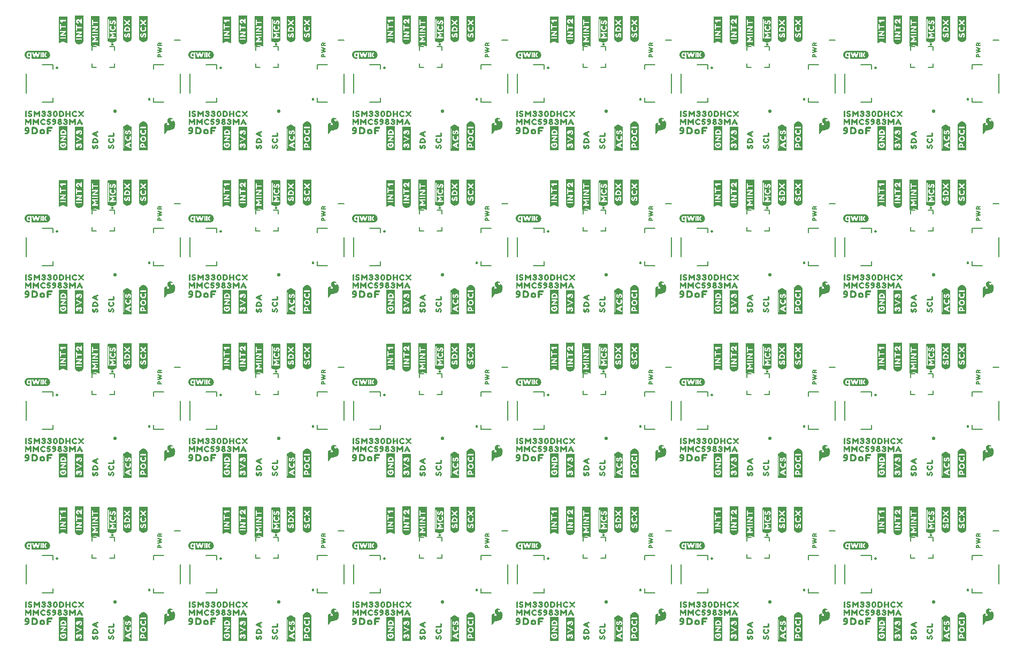
<source format=gto>
G04 EAGLE Gerber RS-274X export*
G75*
%MOMM*%
%FSLAX34Y34*%
%LPD*%
%INSilkscreen Top*%
%IPPOS*%
%AMOC8*
5,1,8,0,0,1.08239X$1,22.5*%
G01*
%ADD10C,0.203200*%
%ADD11C,0.560987*%
%ADD12C,0.381000*%
%ADD13C,0.127000*%

G36*
X366582Y185084D02*
X366582Y185084D01*
X366598Y185074D01*
X367098Y185274D01*
X367100Y185277D01*
X367102Y185276D01*
X373188Y188269D01*
X373765Y188173D01*
X379858Y185176D01*
X379884Y185181D01*
X379896Y185173D01*
X380196Y185273D01*
X380214Y185301D01*
X380218Y185304D01*
X380217Y185305D01*
X380226Y185317D01*
X380229Y185320D01*
X380229Y232720D01*
X380221Y232731D01*
X380226Y232738D01*
X380026Y233238D01*
X379985Y233263D01*
X379980Y233269D01*
X367080Y233269D01*
X367074Y233265D01*
X367070Y233268D01*
X366570Y233168D01*
X366531Y233124D01*
X366533Y233122D01*
X366531Y233120D01*
X366531Y185120D01*
X366533Y185117D01*
X366531Y185115D01*
X366538Y185111D01*
X366567Y185073D01*
X366582Y185084D01*
G37*
G36*
X884742Y185084D02*
X884742Y185084D01*
X884758Y185074D01*
X885258Y185274D01*
X885260Y185277D01*
X885262Y185276D01*
X891348Y188269D01*
X891925Y188173D01*
X898018Y185176D01*
X898044Y185181D01*
X898056Y185173D01*
X898356Y185273D01*
X898374Y185301D01*
X898378Y185304D01*
X898377Y185305D01*
X898386Y185317D01*
X898389Y185320D01*
X898389Y232720D01*
X898381Y232731D01*
X898386Y232738D01*
X898186Y233238D01*
X898145Y233263D01*
X898140Y233269D01*
X885240Y233269D01*
X885234Y233265D01*
X885230Y233268D01*
X884730Y233168D01*
X884691Y233124D01*
X884693Y233122D01*
X884691Y233120D01*
X884691Y185120D01*
X884693Y185117D01*
X884691Y185115D01*
X884698Y185111D01*
X884727Y185073D01*
X884742Y185084D01*
G37*
G36*
X366582Y703244D02*
X366582Y703244D01*
X366598Y703234D01*
X367098Y703434D01*
X367100Y703437D01*
X367102Y703436D01*
X373188Y706429D01*
X373765Y706333D01*
X379858Y703336D01*
X379884Y703341D01*
X379896Y703333D01*
X380196Y703433D01*
X380214Y703461D01*
X380218Y703464D01*
X380217Y703465D01*
X380226Y703477D01*
X380229Y703480D01*
X380229Y750880D01*
X380221Y750891D01*
X380226Y750898D01*
X380026Y751398D01*
X379985Y751423D01*
X379980Y751429D01*
X367080Y751429D01*
X367074Y751425D01*
X367070Y751428D01*
X366570Y751328D01*
X366531Y751284D01*
X366533Y751282D01*
X366531Y751280D01*
X366531Y703280D01*
X366533Y703277D01*
X366531Y703275D01*
X366538Y703271D01*
X366567Y703233D01*
X366582Y703244D01*
G37*
G36*
X1402902Y185084D02*
X1402902Y185084D01*
X1402918Y185074D01*
X1403418Y185274D01*
X1403420Y185277D01*
X1403422Y185276D01*
X1409508Y188269D01*
X1410085Y188173D01*
X1416178Y185176D01*
X1416204Y185181D01*
X1416216Y185173D01*
X1416516Y185273D01*
X1416534Y185301D01*
X1416538Y185304D01*
X1416537Y185305D01*
X1416546Y185317D01*
X1416549Y185320D01*
X1416549Y232720D01*
X1416541Y232731D01*
X1416546Y232738D01*
X1416346Y233238D01*
X1416305Y233263D01*
X1416300Y233269D01*
X1403400Y233269D01*
X1403394Y233265D01*
X1403390Y233268D01*
X1402890Y233168D01*
X1402851Y233124D01*
X1402853Y233122D01*
X1402851Y233120D01*
X1402851Y185120D01*
X1402853Y185117D01*
X1402851Y185115D01*
X1402858Y185111D01*
X1402887Y185073D01*
X1402902Y185084D01*
G37*
G36*
X107502Y703244D02*
X107502Y703244D01*
X107518Y703234D01*
X108018Y703434D01*
X108020Y703437D01*
X108022Y703436D01*
X114108Y706429D01*
X114685Y706333D01*
X120778Y703336D01*
X120804Y703341D01*
X120816Y703333D01*
X121116Y703433D01*
X121134Y703461D01*
X121138Y703464D01*
X121137Y703465D01*
X121146Y703477D01*
X121149Y703480D01*
X121149Y750880D01*
X121141Y750891D01*
X121146Y750898D01*
X120946Y751398D01*
X120905Y751423D01*
X120900Y751429D01*
X108000Y751429D01*
X107994Y751425D01*
X107990Y751428D01*
X107490Y751328D01*
X107451Y751284D01*
X107453Y751282D01*
X107451Y751280D01*
X107451Y703280D01*
X107453Y703277D01*
X107451Y703275D01*
X107458Y703271D01*
X107487Y703233D01*
X107502Y703244D01*
G37*
G36*
X1402902Y703244D02*
X1402902Y703244D01*
X1402918Y703234D01*
X1403418Y703434D01*
X1403420Y703437D01*
X1403422Y703436D01*
X1409508Y706429D01*
X1410085Y706333D01*
X1416178Y703336D01*
X1416204Y703341D01*
X1416216Y703333D01*
X1416516Y703433D01*
X1416534Y703461D01*
X1416538Y703464D01*
X1416537Y703465D01*
X1416546Y703477D01*
X1416549Y703480D01*
X1416549Y750880D01*
X1416541Y750891D01*
X1416546Y750898D01*
X1416346Y751398D01*
X1416305Y751423D01*
X1416300Y751429D01*
X1403400Y751429D01*
X1403394Y751425D01*
X1403390Y751428D01*
X1402890Y751328D01*
X1402851Y751284D01*
X1402853Y751282D01*
X1402851Y751280D01*
X1402851Y703280D01*
X1402853Y703277D01*
X1402851Y703275D01*
X1402858Y703271D01*
X1402887Y703233D01*
X1402902Y703244D01*
G37*
G36*
X625662Y185084D02*
X625662Y185084D01*
X625678Y185074D01*
X626178Y185274D01*
X626180Y185277D01*
X626182Y185276D01*
X632268Y188269D01*
X632845Y188173D01*
X638938Y185176D01*
X638964Y185181D01*
X638976Y185173D01*
X639276Y185273D01*
X639294Y185301D01*
X639298Y185304D01*
X639297Y185305D01*
X639306Y185317D01*
X639309Y185320D01*
X639309Y232720D01*
X639301Y232731D01*
X639306Y232738D01*
X639106Y233238D01*
X639065Y233263D01*
X639060Y233269D01*
X626160Y233269D01*
X626154Y233265D01*
X626150Y233268D01*
X625650Y233168D01*
X625611Y233124D01*
X625613Y233122D01*
X625611Y233120D01*
X625611Y185120D01*
X625613Y185117D01*
X625611Y185115D01*
X625618Y185111D01*
X625647Y185073D01*
X625662Y185084D01*
G37*
G36*
X107502Y185084D02*
X107502Y185084D01*
X107518Y185074D01*
X108018Y185274D01*
X108020Y185277D01*
X108022Y185276D01*
X114108Y188269D01*
X114685Y188173D01*
X120778Y185176D01*
X120804Y185181D01*
X120816Y185173D01*
X121116Y185273D01*
X121134Y185301D01*
X121138Y185304D01*
X121137Y185305D01*
X121146Y185317D01*
X121149Y185320D01*
X121149Y232720D01*
X121141Y232731D01*
X121146Y232738D01*
X120946Y233238D01*
X120905Y233263D01*
X120900Y233269D01*
X108000Y233269D01*
X107994Y233265D01*
X107990Y233268D01*
X107490Y233168D01*
X107451Y233124D01*
X107453Y233122D01*
X107451Y233120D01*
X107451Y185120D01*
X107453Y185117D01*
X107451Y185115D01*
X107458Y185111D01*
X107487Y185073D01*
X107502Y185084D01*
G37*
G36*
X1143822Y185084D02*
X1143822Y185084D01*
X1143838Y185074D01*
X1144338Y185274D01*
X1144340Y185277D01*
X1144342Y185276D01*
X1150428Y188269D01*
X1151005Y188173D01*
X1157098Y185176D01*
X1157124Y185181D01*
X1157136Y185173D01*
X1157436Y185273D01*
X1157454Y185301D01*
X1157458Y185304D01*
X1157457Y185305D01*
X1157466Y185317D01*
X1157469Y185320D01*
X1157469Y232720D01*
X1157461Y232731D01*
X1157466Y232738D01*
X1157266Y233238D01*
X1157225Y233263D01*
X1157220Y233269D01*
X1144320Y233269D01*
X1144314Y233265D01*
X1144310Y233268D01*
X1143810Y233168D01*
X1143771Y233124D01*
X1143773Y233122D01*
X1143771Y233120D01*
X1143771Y185120D01*
X1143773Y185117D01*
X1143771Y185115D01*
X1143778Y185111D01*
X1143807Y185073D01*
X1143822Y185084D01*
G37*
G36*
X625662Y444164D02*
X625662Y444164D01*
X625678Y444154D01*
X626178Y444354D01*
X626180Y444357D01*
X626182Y444356D01*
X632268Y447349D01*
X632845Y447253D01*
X638938Y444256D01*
X638964Y444261D01*
X638976Y444253D01*
X639276Y444353D01*
X639294Y444381D01*
X639298Y444384D01*
X639297Y444385D01*
X639306Y444397D01*
X639309Y444400D01*
X639309Y491800D01*
X639301Y491811D01*
X639306Y491818D01*
X639106Y492318D01*
X639065Y492343D01*
X639060Y492349D01*
X626160Y492349D01*
X626154Y492345D01*
X626150Y492348D01*
X625650Y492248D01*
X625611Y492204D01*
X625613Y492202D01*
X625611Y492200D01*
X625611Y444200D01*
X625613Y444197D01*
X625611Y444195D01*
X625618Y444191D01*
X625647Y444153D01*
X625662Y444164D01*
G37*
G36*
X1402902Y444164D02*
X1402902Y444164D01*
X1402918Y444154D01*
X1403418Y444354D01*
X1403420Y444357D01*
X1403422Y444356D01*
X1409508Y447349D01*
X1410085Y447253D01*
X1416178Y444256D01*
X1416204Y444261D01*
X1416216Y444253D01*
X1416516Y444353D01*
X1416534Y444381D01*
X1416538Y444384D01*
X1416537Y444385D01*
X1416546Y444397D01*
X1416549Y444400D01*
X1416549Y491800D01*
X1416541Y491811D01*
X1416546Y491818D01*
X1416346Y492318D01*
X1416305Y492343D01*
X1416300Y492349D01*
X1403400Y492349D01*
X1403394Y492345D01*
X1403390Y492348D01*
X1402890Y492248D01*
X1402851Y492204D01*
X1402853Y492202D01*
X1402851Y492200D01*
X1402851Y444200D01*
X1402853Y444197D01*
X1402851Y444195D01*
X1402858Y444191D01*
X1402887Y444153D01*
X1402902Y444164D01*
G37*
G36*
X107502Y444164D02*
X107502Y444164D01*
X107518Y444154D01*
X108018Y444354D01*
X108020Y444357D01*
X108022Y444356D01*
X114108Y447349D01*
X114685Y447253D01*
X120778Y444256D01*
X120804Y444261D01*
X120816Y444253D01*
X121116Y444353D01*
X121134Y444381D01*
X121138Y444384D01*
X121137Y444385D01*
X121146Y444397D01*
X121149Y444400D01*
X121149Y491800D01*
X121141Y491811D01*
X121146Y491818D01*
X120946Y492318D01*
X120905Y492343D01*
X120900Y492349D01*
X108000Y492349D01*
X107994Y492345D01*
X107990Y492348D01*
X107490Y492248D01*
X107451Y492204D01*
X107453Y492202D01*
X107451Y492200D01*
X107451Y444200D01*
X107453Y444197D01*
X107451Y444195D01*
X107458Y444191D01*
X107487Y444153D01*
X107502Y444164D01*
G37*
G36*
X1143822Y444164D02*
X1143822Y444164D01*
X1143838Y444154D01*
X1144338Y444354D01*
X1144340Y444357D01*
X1144342Y444356D01*
X1150428Y447349D01*
X1151005Y447253D01*
X1157098Y444256D01*
X1157124Y444261D01*
X1157136Y444253D01*
X1157436Y444353D01*
X1157454Y444381D01*
X1157458Y444384D01*
X1157457Y444385D01*
X1157466Y444397D01*
X1157469Y444400D01*
X1157469Y491800D01*
X1157461Y491811D01*
X1157466Y491818D01*
X1157266Y492318D01*
X1157225Y492343D01*
X1157220Y492349D01*
X1144320Y492349D01*
X1144314Y492345D01*
X1144310Y492348D01*
X1143810Y492248D01*
X1143771Y492204D01*
X1143773Y492202D01*
X1143771Y492200D01*
X1143771Y444200D01*
X1143773Y444197D01*
X1143771Y444195D01*
X1143778Y444191D01*
X1143807Y444153D01*
X1143822Y444164D01*
G37*
G36*
X625662Y703244D02*
X625662Y703244D01*
X625678Y703234D01*
X626178Y703434D01*
X626180Y703437D01*
X626182Y703436D01*
X632268Y706429D01*
X632845Y706333D01*
X638938Y703336D01*
X638964Y703341D01*
X638976Y703333D01*
X639276Y703433D01*
X639294Y703461D01*
X639298Y703464D01*
X639297Y703465D01*
X639306Y703477D01*
X639309Y703480D01*
X639309Y750880D01*
X639301Y750891D01*
X639306Y750898D01*
X639106Y751398D01*
X639065Y751423D01*
X639060Y751429D01*
X626160Y751429D01*
X626154Y751425D01*
X626150Y751428D01*
X625650Y751328D01*
X625611Y751284D01*
X625613Y751282D01*
X625611Y751280D01*
X625611Y703280D01*
X625613Y703277D01*
X625611Y703275D01*
X625618Y703271D01*
X625647Y703233D01*
X625662Y703244D01*
G37*
G36*
X1143822Y703244D02*
X1143822Y703244D01*
X1143838Y703234D01*
X1144338Y703434D01*
X1144340Y703437D01*
X1144342Y703436D01*
X1150428Y706429D01*
X1151005Y706333D01*
X1157098Y703336D01*
X1157124Y703341D01*
X1157136Y703333D01*
X1157436Y703433D01*
X1157454Y703461D01*
X1157458Y703464D01*
X1157457Y703465D01*
X1157466Y703477D01*
X1157469Y703480D01*
X1157469Y750880D01*
X1157461Y750891D01*
X1157466Y750898D01*
X1157266Y751398D01*
X1157225Y751423D01*
X1157220Y751429D01*
X1144320Y751429D01*
X1144314Y751425D01*
X1144310Y751428D01*
X1143810Y751328D01*
X1143771Y751284D01*
X1143773Y751282D01*
X1143771Y751280D01*
X1143771Y703280D01*
X1143773Y703277D01*
X1143771Y703275D01*
X1143778Y703271D01*
X1143807Y703233D01*
X1143822Y703244D01*
G37*
G36*
X884742Y703244D02*
X884742Y703244D01*
X884758Y703234D01*
X885258Y703434D01*
X885260Y703437D01*
X885262Y703436D01*
X891348Y706429D01*
X891925Y706333D01*
X898018Y703336D01*
X898044Y703341D01*
X898056Y703333D01*
X898356Y703433D01*
X898374Y703461D01*
X898378Y703464D01*
X898377Y703465D01*
X898386Y703477D01*
X898389Y703480D01*
X898389Y750880D01*
X898381Y750891D01*
X898386Y750898D01*
X898186Y751398D01*
X898145Y751423D01*
X898140Y751429D01*
X885240Y751429D01*
X885234Y751425D01*
X885230Y751428D01*
X884730Y751328D01*
X884691Y751284D01*
X884693Y751282D01*
X884691Y751280D01*
X884691Y703280D01*
X884693Y703277D01*
X884691Y703275D01*
X884698Y703271D01*
X884727Y703233D01*
X884742Y703244D01*
G37*
G36*
X366582Y444164D02*
X366582Y444164D01*
X366598Y444154D01*
X367098Y444354D01*
X367100Y444357D01*
X367102Y444356D01*
X373188Y447349D01*
X373765Y447253D01*
X379858Y444256D01*
X379884Y444261D01*
X379896Y444253D01*
X380196Y444353D01*
X380214Y444381D01*
X380218Y444384D01*
X380217Y444385D01*
X380226Y444397D01*
X380229Y444400D01*
X380229Y491800D01*
X380221Y491811D01*
X380226Y491818D01*
X380026Y492318D01*
X379985Y492343D01*
X379980Y492349D01*
X367080Y492349D01*
X367074Y492345D01*
X367070Y492348D01*
X366570Y492248D01*
X366531Y492204D01*
X366533Y492202D01*
X366531Y492200D01*
X366531Y444200D01*
X366533Y444197D01*
X366531Y444195D01*
X366538Y444191D01*
X366567Y444153D01*
X366582Y444164D01*
G37*
G36*
X884742Y444164D02*
X884742Y444164D01*
X884758Y444154D01*
X885258Y444354D01*
X885260Y444357D01*
X885262Y444356D01*
X891348Y447349D01*
X891925Y447253D01*
X898018Y444256D01*
X898044Y444261D01*
X898056Y444253D01*
X898356Y444353D01*
X898374Y444381D01*
X898378Y444384D01*
X898377Y444385D01*
X898386Y444397D01*
X898389Y444400D01*
X898389Y491800D01*
X898381Y491811D01*
X898386Y491818D01*
X898186Y492318D01*
X898145Y492343D01*
X898140Y492349D01*
X885240Y492349D01*
X885234Y492345D01*
X885230Y492348D01*
X884730Y492248D01*
X884691Y492204D01*
X884693Y492202D01*
X884691Y492200D01*
X884691Y444200D01*
X884693Y444197D01*
X884691Y444195D01*
X884698Y444191D01*
X884727Y444153D01*
X884742Y444164D01*
G37*
G36*
X884742Y962324D02*
X884742Y962324D01*
X884758Y962314D01*
X885258Y962514D01*
X885260Y962517D01*
X885262Y962516D01*
X891348Y965509D01*
X891925Y965413D01*
X898018Y962416D01*
X898044Y962421D01*
X898056Y962413D01*
X898356Y962513D01*
X898374Y962541D01*
X898378Y962544D01*
X898377Y962545D01*
X898386Y962557D01*
X898389Y962560D01*
X898389Y1009960D01*
X898381Y1009971D01*
X898386Y1009978D01*
X898186Y1010478D01*
X898145Y1010503D01*
X898140Y1010509D01*
X885240Y1010509D01*
X885234Y1010505D01*
X885230Y1010508D01*
X884730Y1010408D01*
X884691Y1010364D01*
X884693Y1010362D01*
X884691Y1010360D01*
X884691Y962360D01*
X884693Y962357D01*
X884691Y962355D01*
X884698Y962351D01*
X884727Y962313D01*
X884742Y962324D01*
G37*
G36*
X1402902Y962324D02*
X1402902Y962324D01*
X1402918Y962314D01*
X1403418Y962514D01*
X1403420Y962517D01*
X1403422Y962516D01*
X1409508Y965509D01*
X1410085Y965413D01*
X1416178Y962416D01*
X1416204Y962421D01*
X1416216Y962413D01*
X1416516Y962513D01*
X1416534Y962541D01*
X1416538Y962544D01*
X1416537Y962545D01*
X1416546Y962557D01*
X1416549Y962560D01*
X1416549Y1009960D01*
X1416541Y1009971D01*
X1416546Y1009978D01*
X1416346Y1010478D01*
X1416305Y1010503D01*
X1416300Y1010509D01*
X1403400Y1010509D01*
X1403394Y1010505D01*
X1403390Y1010508D01*
X1402890Y1010408D01*
X1402851Y1010364D01*
X1402853Y1010362D01*
X1402851Y1010360D01*
X1402851Y962360D01*
X1402853Y962357D01*
X1402851Y962355D01*
X1402858Y962351D01*
X1402887Y962313D01*
X1402902Y962324D01*
G37*
G36*
X625662Y962324D02*
X625662Y962324D01*
X625678Y962314D01*
X626178Y962514D01*
X626180Y962517D01*
X626182Y962516D01*
X632268Y965509D01*
X632845Y965413D01*
X638938Y962416D01*
X638964Y962421D01*
X638976Y962413D01*
X639276Y962513D01*
X639294Y962541D01*
X639298Y962544D01*
X639297Y962545D01*
X639306Y962557D01*
X639309Y962560D01*
X639309Y1009960D01*
X639301Y1009971D01*
X639306Y1009978D01*
X639106Y1010478D01*
X639065Y1010503D01*
X639060Y1010509D01*
X626160Y1010509D01*
X626154Y1010505D01*
X626150Y1010508D01*
X625650Y1010408D01*
X625611Y1010364D01*
X625613Y1010362D01*
X625611Y1010360D01*
X625611Y962360D01*
X625613Y962357D01*
X625611Y962355D01*
X625618Y962351D01*
X625647Y962313D01*
X625662Y962324D01*
G37*
G36*
X107502Y962324D02*
X107502Y962324D01*
X107518Y962314D01*
X108018Y962514D01*
X108020Y962517D01*
X108022Y962516D01*
X114108Y965509D01*
X114685Y965413D01*
X120778Y962416D01*
X120804Y962421D01*
X120816Y962413D01*
X121116Y962513D01*
X121134Y962541D01*
X121138Y962544D01*
X121137Y962545D01*
X121146Y962557D01*
X121149Y962560D01*
X121149Y1009960D01*
X121141Y1009971D01*
X121146Y1009978D01*
X120946Y1010478D01*
X120905Y1010503D01*
X120900Y1010509D01*
X108000Y1010509D01*
X107994Y1010505D01*
X107990Y1010508D01*
X107490Y1010408D01*
X107451Y1010364D01*
X107453Y1010362D01*
X107451Y1010360D01*
X107451Y962360D01*
X107453Y962357D01*
X107451Y962355D01*
X107458Y962351D01*
X107487Y962313D01*
X107502Y962324D01*
G37*
G36*
X1143822Y962324D02*
X1143822Y962324D01*
X1143838Y962314D01*
X1144338Y962514D01*
X1144340Y962517D01*
X1144342Y962516D01*
X1150428Y965509D01*
X1151005Y965413D01*
X1157098Y962416D01*
X1157124Y962421D01*
X1157136Y962413D01*
X1157436Y962513D01*
X1157454Y962541D01*
X1157458Y962544D01*
X1157457Y962545D01*
X1157466Y962557D01*
X1157469Y962560D01*
X1157469Y1009960D01*
X1157461Y1009971D01*
X1157466Y1009978D01*
X1157266Y1010478D01*
X1157225Y1010503D01*
X1157220Y1010509D01*
X1144320Y1010509D01*
X1144314Y1010505D01*
X1144310Y1010508D01*
X1143810Y1010408D01*
X1143771Y1010364D01*
X1143773Y1010362D01*
X1143771Y1010360D01*
X1143771Y962360D01*
X1143773Y962357D01*
X1143771Y962355D01*
X1143778Y962351D01*
X1143807Y962313D01*
X1143822Y962324D01*
G37*
G36*
X366582Y962324D02*
X366582Y962324D01*
X366598Y962314D01*
X367098Y962514D01*
X367100Y962517D01*
X367102Y962516D01*
X373188Y965509D01*
X373765Y965413D01*
X379858Y962416D01*
X379884Y962421D01*
X379896Y962413D01*
X380196Y962513D01*
X380214Y962541D01*
X380218Y962544D01*
X380217Y962545D01*
X380226Y962557D01*
X380229Y962560D01*
X380229Y1009960D01*
X380221Y1009971D01*
X380226Y1009978D01*
X380026Y1010478D01*
X379985Y1010503D01*
X379980Y1010509D01*
X367080Y1010509D01*
X367074Y1010505D01*
X367070Y1010508D01*
X366570Y1010408D01*
X366531Y1010364D01*
X366533Y1010362D01*
X366531Y1010360D01*
X366531Y962360D01*
X366533Y962357D01*
X366531Y962355D01*
X366538Y962351D01*
X366567Y962313D01*
X366582Y962324D01*
G37*
G36*
X197247Y280131D02*
X197247Y280131D01*
X197245Y280134D01*
X197249Y280136D01*
X197349Y280736D01*
X197346Y280741D01*
X197349Y280744D01*
X197349Y319444D01*
X197346Y319449D01*
X197349Y319452D01*
X197249Y320052D01*
X197245Y320055D01*
X197247Y320058D01*
X197047Y320758D01*
X197046Y320759D01*
X197047Y320760D01*
X196847Y321359D01*
X196647Y322058D01*
X196636Y322066D01*
X196638Y322075D01*
X196240Y322573D01*
X195841Y323171D01*
X195838Y323172D01*
X195838Y323175D01*
X195438Y323675D01*
X195434Y323676D01*
X195435Y323679D01*
X194935Y324179D01*
X194928Y324180D01*
X194927Y324185D01*
X194327Y324585D01*
X194326Y324585D01*
X194325Y324586D01*
X193825Y324886D01*
X193822Y324886D01*
X193822Y324888D01*
X193222Y325188D01*
X193220Y325188D01*
X193219Y325189D01*
X192519Y325489D01*
X192511Y325487D01*
X192508Y325493D01*
X191908Y325593D01*
X191907Y325592D01*
X191907Y325593D01*
X190507Y325793D01*
X190502Y325790D01*
X190500Y325793D01*
X189900Y325793D01*
X189896Y325790D01*
X189893Y325793D01*
X189193Y325693D01*
X189189Y325689D01*
X189186Y325691D01*
X188486Y325491D01*
X188485Y325490D01*
X188484Y325491D01*
X187884Y325291D01*
X187881Y325286D01*
X187878Y325288D01*
X187278Y324988D01*
X187276Y324984D01*
X187273Y324985D01*
X186673Y324585D01*
X186672Y324582D01*
X186669Y324582D01*
X186169Y324182D01*
X186168Y324178D01*
X186165Y324179D01*
X185165Y323179D01*
X185165Y323175D01*
X185162Y323175D01*
X184762Y322675D01*
X184761Y322667D01*
X184756Y322666D01*
X184156Y321466D01*
X184157Y321459D01*
X184153Y321458D01*
X183953Y320759D01*
X183753Y320160D01*
X183755Y320153D01*
X183751Y320151D01*
X183651Y319451D01*
X183654Y319446D01*
X183651Y319444D01*
X183651Y280244D01*
X183687Y280197D01*
X183690Y280199D01*
X183692Y280195D01*
X184292Y280095D01*
X184297Y280098D01*
X184300Y280095D01*
X197200Y280095D01*
X197247Y280131D01*
G37*
G36*
X1233567Y21051D02*
X1233567Y21051D01*
X1233565Y21054D01*
X1233569Y21056D01*
X1233669Y21656D01*
X1233666Y21661D01*
X1233669Y21664D01*
X1233669Y60364D01*
X1233666Y60369D01*
X1233669Y60372D01*
X1233569Y60972D01*
X1233565Y60975D01*
X1233567Y60978D01*
X1233367Y61678D01*
X1233366Y61679D01*
X1233367Y61680D01*
X1233167Y62279D01*
X1232967Y62978D01*
X1232956Y62986D01*
X1232958Y62995D01*
X1232560Y63493D01*
X1232161Y64091D01*
X1232158Y64092D01*
X1232158Y64095D01*
X1231758Y64595D01*
X1231754Y64596D01*
X1231755Y64599D01*
X1231255Y65099D01*
X1231248Y65100D01*
X1231247Y65105D01*
X1230647Y65505D01*
X1230646Y65505D01*
X1230645Y65506D01*
X1230145Y65806D01*
X1230142Y65806D01*
X1230142Y65808D01*
X1229542Y66108D01*
X1229540Y66108D01*
X1229539Y66109D01*
X1228839Y66409D01*
X1228831Y66407D01*
X1228828Y66413D01*
X1228228Y66513D01*
X1228227Y66512D01*
X1228227Y66513D01*
X1226827Y66713D01*
X1226822Y66710D01*
X1226820Y66713D01*
X1226220Y66713D01*
X1226216Y66710D01*
X1226213Y66713D01*
X1225513Y66613D01*
X1225509Y66609D01*
X1225506Y66611D01*
X1224806Y66411D01*
X1224805Y66410D01*
X1224804Y66411D01*
X1224204Y66211D01*
X1224201Y66206D01*
X1224198Y66208D01*
X1223598Y65908D01*
X1223596Y65904D01*
X1223593Y65905D01*
X1222993Y65505D01*
X1222992Y65502D01*
X1222989Y65502D01*
X1222489Y65102D01*
X1222488Y65098D01*
X1222485Y65099D01*
X1221485Y64099D01*
X1221485Y64095D01*
X1221482Y64095D01*
X1221082Y63595D01*
X1221081Y63587D01*
X1221076Y63586D01*
X1220476Y62386D01*
X1220477Y62379D01*
X1220473Y62378D01*
X1220273Y61679D01*
X1220073Y61080D01*
X1220075Y61073D01*
X1220071Y61071D01*
X1219971Y60371D01*
X1219974Y60366D01*
X1219971Y60364D01*
X1219971Y21164D01*
X1220007Y21117D01*
X1220010Y21119D01*
X1220012Y21115D01*
X1220612Y21015D01*
X1220617Y21018D01*
X1220620Y21015D01*
X1233520Y21015D01*
X1233567Y21051D01*
G37*
G36*
X197247Y21051D02*
X197247Y21051D01*
X197245Y21054D01*
X197249Y21056D01*
X197349Y21656D01*
X197346Y21661D01*
X197349Y21664D01*
X197349Y60364D01*
X197346Y60369D01*
X197349Y60372D01*
X197249Y60972D01*
X197245Y60975D01*
X197247Y60978D01*
X197047Y61678D01*
X197046Y61679D01*
X197047Y61680D01*
X196847Y62279D01*
X196647Y62978D01*
X196636Y62986D01*
X196638Y62995D01*
X196240Y63493D01*
X195841Y64091D01*
X195838Y64092D01*
X195838Y64095D01*
X195438Y64595D01*
X195434Y64596D01*
X195435Y64599D01*
X194935Y65099D01*
X194928Y65100D01*
X194927Y65105D01*
X194327Y65505D01*
X194326Y65505D01*
X194325Y65506D01*
X193825Y65806D01*
X193822Y65806D01*
X193822Y65808D01*
X193222Y66108D01*
X193220Y66108D01*
X193219Y66109D01*
X192519Y66409D01*
X192511Y66407D01*
X192508Y66413D01*
X191908Y66513D01*
X191907Y66512D01*
X191907Y66513D01*
X190507Y66713D01*
X190502Y66710D01*
X190500Y66713D01*
X189900Y66713D01*
X189896Y66710D01*
X189893Y66713D01*
X189193Y66613D01*
X189189Y66609D01*
X189186Y66611D01*
X188486Y66411D01*
X188485Y66410D01*
X188484Y66411D01*
X187884Y66211D01*
X187881Y66206D01*
X187878Y66208D01*
X187278Y65908D01*
X187276Y65904D01*
X187273Y65905D01*
X186673Y65505D01*
X186672Y65502D01*
X186669Y65502D01*
X186169Y65102D01*
X186168Y65098D01*
X186165Y65099D01*
X185165Y64099D01*
X185165Y64095D01*
X185162Y64095D01*
X184762Y63595D01*
X184761Y63587D01*
X184756Y63586D01*
X184156Y62386D01*
X184157Y62379D01*
X184153Y62378D01*
X183953Y61679D01*
X183753Y61080D01*
X183755Y61073D01*
X183751Y61071D01*
X183651Y60371D01*
X183654Y60366D01*
X183651Y60364D01*
X183651Y21164D01*
X183687Y21117D01*
X183690Y21119D01*
X183692Y21115D01*
X184292Y21015D01*
X184297Y21018D01*
X184300Y21015D01*
X197200Y21015D01*
X197247Y21051D01*
G37*
G36*
X974487Y280131D02*
X974487Y280131D01*
X974485Y280134D01*
X974489Y280136D01*
X974589Y280736D01*
X974586Y280741D01*
X974589Y280744D01*
X974589Y319444D01*
X974586Y319449D01*
X974589Y319452D01*
X974489Y320052D01*
X974485Y320055D01*
X974487Y320058D01*
X974287Y320758D01*
X974286Y320759D01*
X974287Y320760D01*
X974087Y321359D01*
X973887Y322058D01*
X973876Y322066D01*
X973878Y322075D01*
X973480Y322573D01*
X973081Y323171D01*
X973078Y323172D01*
X973078Y323175D01*
X972678Y323675D01*
X972674Y323676D01*
X972675Y323679D01*
X972175Y324179D01*
X972168Y324180D01*
X972167Y324185D01*
X971567Y324585D01*
X971566Y324585D01*
X971565Y324586D01*
X971065Y324886D01*
X971062Y324886D01*
X971062Y324888D01*
X970462Y325188D01*
X970460Y325188D01*
X970459Y325189D01*
X969759Y325489D01*
X969751Y325487D01*
X969748Y325493D01*
X969148Y325593D01*
X969147Y325592D01*
X969147Y325593D01*
X967747Y325793D01*
X967742Y325790D01*
X967740Y325793D01*
X967140Y325793D01*
X967136Y325790D01*
X967133Y325793D01*
X966433Y325693D01*
X966429Y325689D01*
X966426Y325691D01*
X965726Y325491D01*
X965725Y325490D01*
X965724Y325491D01*
X965124Y325291D01*
X965121Y325286D01*
X965118Y325288D01*
X964518Y324988D01*
X964516Y324984D01*
X964513Y324985D01*
X963913Y324585D01*
X963912Y324582D01*
X963909Y324582D01*
X963409Y324182D01*
X963408Y324178D01*
X963405Y324179D01*
X962405Y323179D01*
X962405Y323175D01*
X962402Y323175D01*
X962002Y322675D01*
X962001Y322667D01*
X961996Y322666D01*
X961396Y321466D01*
X961397Y321459D01*
X961393Y321458D01*
X961193Y320759D01*
X960993Y320160D01*
X960995Y320153D01*
X960991Y320151D01*
X960891Y319451D01*
X960894Y319446D01*
X960891Y319444D01*
X960891Y280244D01*
X960927Y280197D01*
X960930Y280199D01*
X960932Y280195D01*
X961532Y280095D01*
X961537Y280098D01*
X961540Y280095D01*
X974440Y280095D01*
X974487Y280131D01*
G37*
G36*
X456327Y21051D02*
X456327Y21051D01*
X456325Y21054D01*
X456329Y21056D01*
X456429Y21656D01*
X456426Y21661D01*
X456429Y21664D01*
X456429Y60364D01*
X456426Y60369D01*
X456429Y60372D01*
X456329Y60972D01*
X456325Y60975D01*
X456327Y60978D01*
X456127Y61678D01*
X456126Y61679D01*
X456127Y61680D01*
X455927Y62279D01*
X455727Y62978D01*
X455716Y62986D01*
X455718Y62995D01*
X455320Y63493D01*
X454921Y64091D01*
X454918Y64092D01*
X454918Y64095D01*
X454518Y64595D01*
X454514Y64596D01*
X454515Y64599D01*
X454015Y65099D01*
X454008Y65100D01*
X454007Y65105D01*
X453407Y65505D01*
X453406Y65505D01*
X453405Y65506D01*
X452905Y65806D01*
X452902Y65806D01*
X452902Y65808D01*
X452302Y66108D01*
X452300Y66108D01*
X452299Y66109D01*
X451599Y66409D01*
X451591Y66407D01*
X451588Y66413D01*
X450988Y66513D01*
X450987Y66512D01*
X450987Y66513D01*
X449587Y66713D01*
X449582Y66710D01*
X449580Y66713D01*
X448980Y66713D01*
X448976Y66710D01*
X448973Y66713D01*
X448273Y66613D01*
X448269Y66609D01*
X448266Y66611D01*
X447566Y66411D01*
X447565Y66410D01*
X447564Y66411D01*
X446964Y66211D01*
X446961Y66206D01*
X446958Y66208D01*
X446358Y65908D01*
X446356Y65904D01*
X446353Y65905D01*
X445753Y65505D01*
X445752Y65502D01*
X445749Y65502D01*
X445249Y65102D01*
X445248Y65098D01*
X445245Y65099D01*
X444245Y64099D01*
X444245Y64095D01*
X444242Y64095D01*
X443842Y63595D01*
X443841Y63587D01*
X443836Y63586D01*
X443236Y62386D01*
X443237Y62379D01*
X443233Y62378D01*
X443033Y61679D01*
X442833Y61080D01*
X442835Y61073D01*
X442831Y61071D01*
X442731Y60371D01*
X442734Y60366D01*
X442731Y60364D01*
X442731Y21164D01*
X442767Y21117D01*
X442770Y21119D01*
X442772Y21115D01*
X443372Y21015D01*
X443377Y21018D01*
X443380Y21015D01*
X456280Y21015D01*
X456327Y21051D01*
G37*
G36*
X715407Y280131D02*
X715407Y280131D01*
X715405Y280134D01*
X715409Y280136D01*
X715509Y280736D01*
X715506Y280741D01*
X715509Y280744D01*
X715509Y319444D01*
X715506Y319449D01*
X715509Y319452D01*
X715409Y320052D01*
X715405Y320055D01*
X715407Y320058D01*
X715207Y320758D01*
X715206Y320759D01*
X715207Y320760D01*
X715007Y321359D01*
X714807Y322058D01*
X714796Y322066D01*
X714798Y322075D01*
X714400Y322573D01*
X714001Y323171D01*
X713998Y323172D01*
X713998Y323175D01*
X713598Y323675D01*
X713594Y323676D01*
X713595Y323679D01*
X713095Y324179D01*
X713088Y324180D01*
X713087Y324185D01*
X712487Y324585D01*
X712486Y324585D01*
X712485Y324586D01*
X711985Y324886D01*
X711982Y324886D01*
X711982Y324888D01*
X711382Y325188D01*
X711380Y325188D01*
X711379Y325189D01*
X710679Y325489D01*
X710671Y325487D01*
X710668Y325493D01*
X710068Y325593D01*
X710067Y325592D01*
X710067Y325593D01*
X708667Y325793D01*
X708662Y325790D01*
X708660Y325793D01*
X708060Y325793D01*
X708056Y325790D01*
X708053Y325793D01*
X707353Y325693D01*
X707349Y325689D01*
X707346Y325691D01*
X706646Y325491D01*
X706645Y325490D01*
X706644Y325491D01*
X706044Y325291D01*
X706041Y325286D01*
X706038Y325288D01*
X705438Y324988D01*
X705436Y324984D01*
X705433Y324985D01*
X704833Y324585D01*
X704832Y324582D01*
X704829Y324582D01*
X704329Y324182D01*
X704328Y324178D01*
X704325Y324179D01*
X703325Y323179D01*
X703325Y323175D01*
X703322Y323175D01*
X702922Y322675D01*
X702921Y322667D01*
X702916Y322666D01*
X702316Y321466D01*
X702317Y321459D01*
X702313Y321458D01*
X702113Y320759D01*
X701913Y320160D01*
X701915Y320153D01*
X701911Y320151D01*
X701811Y319451D01*
X701814Y319446D01*
X701811Y319444D01*
X701811Y280244D01*
X701847Y280197D01*
X701850Y280199D01*
X701852Y280195D01*
X702452Y280095D01*
X702457Y280098D01*
X702460Y280095D01*
X715360Y280095D01*
X715407Y280131D01*
G37*
G36*
X456327Y280131D02*
X456327Y280131D01*
X456325Y280134D01*
X456329Y280136D01*
X456429Y280736D01*
X456426Y280741D01*
X456429Y280744D01*
X456429Y319444D01*
X456426Y319449D01*
X456429Y319452D01*
X456329Y320052D01*
X456325Y320055D01*
X456327Y320058D01*
X456127Y320758D01*
X456126Y320759D01*
X456127Y320760D01*
X455927Y321359D01*
X455727Y322058D01*
X455716Y322066D01*
X455718Y322075D01*
X455320Y322573D01*
X454921Y323171D01*
X454918Y323172D01*
X454918Y323175D01*
X454518Y323675D01*
X454514Y323676D01*
X454515Y323679D01*
X454015Y324179D01*
X454008Y324180D01*
X454007Y324185D01*
X453407Y324585D01*
X453406Y324585D01*
X453405Y324586D01*
X452905Y324886D01*
X452902Y324886D01*
X452902Y324888D01*
X452302Y325188D01*
X452300Y325188D01*
X452299Y325189D01*
X451599Y325489D01*
X451591Y325487D01*
X451588Y325493D01*
X450988Y325593D01*
X450987Y325592D01*
X450987Y325593D01*
X449587Y325793D01*
X449582Y325790D01*
X449580Y325793D01*
X448980Y325793D01*
X448976Y325790D01*
X448973Y325793D01*
X448273Y325693D01*
X448269Y325689D01*
X448266Y325691D01*
X447566Y325491D01*
X447565Y325490D01*
X447564Y325491D01*
X446964Y325291D01*
X446961Y325286D01*
X446958Y325288D01*
X446358Y324988D01*
X446356Y324984D01*
X446353Y324985D01*
X445753Y324585D01*
X445752Y324582D01*
X445749Y324582D01*
X445249Y324182D01*
X445248Y324178D01*
X445245Y324179D01*
X444245Y323179D01*
X444245Y323175D01*
X444242Y323175D01*
X443842Y322675D01*
X443841Y322667D01*
X443836Y322666D01*
X443236Y321466D01*
X443237Y321459D01*
X443233Y321458D01*
X443033Y320759D01*
X442833Y320160D01*
X442835Y320153D01*
X442831Y320151D01*
X442731Y319451D01*
X442734Y319446D01*
X442731Y319444D01*
X442731Y280244D01*
X442767Y280197D01*
X442770Y280199D01*
X442772Y280195D01*
X443372Y280095D01*
X443377Y280098D01*
X443380Y280095D01*
X456280Y280095D01*
X456327Y280131D01*
G37*
G36*
X1492647Y280131D02*
X1492647Y280131D01*
X1492645Y280134D01*
X1492649Y280136D01*
X1492749Y280736D01*
X1492746Y280741D01*
X1492749Y280744D01*
X1492749Y319444D01*
X1492746Y319449D01*
X1492749Y319452D01*
X1492649Y320052D01*
X1492645Y320055D01*
X1492647Y320058D01*
X1492447Y320758D01*
X1492446Y320759D01*
X1492447Y320760D01*
X1492247Y321359D01*
X1492047Y322058D01*
X1492036Y322066D01*
X1492038Y322075D01*
X1491640Y322573D01*
X1491241Y323171D01*
X1491238Y323172D01*
X1491238Y323175D01*
X1490838Y323675D01*
X1490834Y323676D01*
X1490835Y323679D01*
X1490335Y324179D01*
X1490328Y324180D01*
X1490327Y324185D01*
X1489727Y324585D01*
X1489726Y324585D01*
X1489725Y324586D01*
X1489225Y324886D01*
X1489222Y324886D01*
X1489222Y324888D01*
X1488622Y325188D01*
X1488620Y325188D01*
X1488619Y325189D01*
X1487919Y325489D01*
X1487911Y325487D01*
X1487908Y325493D01*
X1487308Y325593D01*
X1487307Y325592D01*
X1487307Y325593D01*
X1485907Y325793D01*
X1485902Y325790D01*
X1485900Y325793D01*
X1485300Y325793D01*
X1485296Y325790D01*
X1485293Y325793D01*
X1484593Y325693D01*
X1484589Y325689D01*
X1484586Y325691D01*
X1483886Y325491D01*
X1483885Y325490D01*
X1483884Y325491D01*
X1483284Y325291D01*
X1483281Y325286D01*
X1483278Y325288D01*
X1482678Y324988D01*
X1482676Y324984D01*
X1482673Y324985D01*
X1482073Y324585D01*
X1482072Y324582D01*
X1482069Y324582D01*
X1481569Y324182D01*
X1481568Y324178D01*
X1481565Y324179D01*
X1480565Y323179D01*
X1480565Y323175D01*
X1480562Y323175D01*
X1480162Y322675D01*
X1480161Y322667D01*
X1480156Y322666D01*
X1479556Y321466D01*
X1479557Y321459D01*
X1479553Y321458D01*
X1479353Y320759D01*
X1479153Y320160D01*
X1479155Y320153D01*
X1479151Y320151D01*
X1479051Y319451D01*
X1479054Y319446D01*
X1479051Y319444D01*
X1479051Y280244D01*
X1479087Y280197D01*
X1479090Y280199D01*
X1479092Y280195D01*
X1479692Y280095D01*
X1479697Y280098D01*
X1479700Y280095D01*
X1492600Y280095D01*
X1492647Y280131D01*
G37*
G36*
X974487Y21051D02*
X974487Y21051D01*
X974485Y21054D01*
X974489Y21056D01*
X974589Y21656D01*
X974586Y21661D01*
X974589Y21664D01*
X974589Y60364D01*
X974586Y60369D01*
X974589Y60372D01*
X974489Y60972D01*
X974485Y60975D01*
X974487Y60978D01*
X974287Y61678D01*
X974286Y61679D01*
X974287Y61680D01*
X974087Y62279D01*
X973887Y62978D01*
X973876Y62986D01*
X973878Y62995D01*
X973480Y63493D01*
X973081Y64091D01*
X973078Y64092D01*
X973078Y64095D01*
X972678Y64595D01*
X972674Y64596D01*
X972675Y64599D01*
X972175Y65099D01*
X972168Y65100D01*
X972167Y65105D01*
X971567Y65505D01*
X971566Y65505D01*
X971565Y65506D01*
X971065Y65806D01*
X971062Y65806D01*
X971062Y65808D01*
X970462Y66108D01*
X970460Y66108D01*
X970459Y66109D01*
X969759Y66409D01*
X969751Y66407D01*
X969748Y66413D01*
X969148Y66513D01*
X969147Y66512D01*
X969147Y66513D01*
X967747Y66713D01*
X967742Y66710D01*
X967740Y66713D01*
X967140Y66713D01*
X967136Y66710D01*
X967133Y66713D01*
X966433Y66613D01*
X966429Y66609D01*
X966426Y66611D01*
X965726Y66411D01*
X965725Y66410D01*
X965724Y66411D01*
X965124Y66211D01*
X965121Y66206D01*
X965118Y66208D01*
X964518Y65908D01*
X964516Y65904D01*
X964513Y65905D01*
X963913Y65505D01*
X963912Y65502D01*
X963909Y65502D01*
X963409Y65102D01*
X963408Y65098D01*
X963405Y65099D01*
X962405Y64099D01*
X962405Y64095D01*
X962402Y64095D01*
X962002Y63595D01*
X962001Y63587D01*
X961996Y63586D01*
X961396Y62386D01*
X961397Y62379D01*
X961393Y62378D01*
X961193Y61679D01*
X960993Y61080D01*
X960995Y61073D01*
X960991Y61071D01*
X960891Y60371D01*
X960894Y60366D01*
X960891Y60364D01*
X960891Y21164D01*
X960927Y21117D01*
X960930Y21119D01*
X960932Y21115D01*
X961532Y21015D01*
X961537Y21018D01*
X961540Y21015D01*
X974440Y21015D01*
X974487Y21051D01*
G37*
G36*
X715407Y21051D02*
X715407Y21051D01*
X715405Y21054D01*
X715409Y21056D01*
X715509Y21656D01*
X715506Y21661D01*
X715509Y21664D01*
X715509Y60364D01*
X715506Y60369D01*
X715509Y60372D01*
X715409Y60972D01*
X715405Y60975D01*
X715407Y60978D01*
X715207Y61678D01*
X715206Y61679D01*
X715207Y61680D01*
X715007Y62279D01*
X714807Y62978D01*
X714796Y62986D01*
X714798Y62995D01*
X714400Y63493D01*
X714001Y64091D01*
X713998Y64092D01*
X713998Y64095D01*
X713598Y64595D01*
X713594Y64596D01*
X713595Y64599D01*
X713095Y65099D01*
X713088Y65100D01*
X713087Y65105D01*
X712487Y65505D01*
X712486Y65505D01*
X712485Y65506D01*
X711985Y65806D01*
X711982Y65806D01*
X711982Y65808D01*
X711382Y66108D01*
X711380Y66108D01*
X711379Y66109D01*
X710679Y66409D01*
X710671Y66407D01*
X710668Y66413D01*
X710068Y66513D01*
X710067Y66512D01*
X710067Y66513D01*
X708667Y66713D01*
X708662Y66710D01*
X708660Y66713D01*
X708060Y66713D01*
X708056Y66710D01*
X708053Y66713D01*
X707353Y66613D01*
X707349Y66609D01*
X707346Y66611D01*
X706646Y66411D01*
X706645Y66410D01*
X706644Y66411D01*
X706044Y66211D01*
X706041Y66206D01*
X706038Y66208D01*
X705438Y65908D01*
X705436Y65904D01*
X705433Y65905D01*
X704833Y65505D01*
X704832Y65502D01*
X704829Y65502D01*
X704329Y65102D01*
X704328Y65098D01*
X704325Y65099D01*
X703325Y64099D01*
X703325Y64095D01*
X703322Y64095D01*
X702922Y63595D01*
X702921Y63587D01*
X702916Y63586D01*
X702316Y62386D01*
X702317Y62379D01*
X702313Y62378D01*
X702113Y61679D01*
X701913Y61080D01*
X701915Y61073D01*
X701911Y61071D01*
X701811Y60371D01*
X701814Y60366D01*
X701811Y60364D01*
X701811Y21164D01*
X701847Y21117D01*
X701850Y21119D01*
X701852Y21115D01*
X702452Y21015D01*
X702457Y21018D01*
X702460Y21015D01*
X715360Y21015D01*
X715407Y21051D01*
G37*
G36*
X1492647Y21051D02*
X1492647Y21051D01*
X1492645Y21054D01*
X1492649Y21056D01*
X1492749Y21656D01*
X1492746Y21661D01*
X1492749Y21664D01*
X1492749Y60364D01*
X1492746Y60369D01*
X1492749Y60372D01*
X1492649Y60972D01*
X1492645Y60975D01*
X1492647Y60978D01*
X1492447Y61678D01*
X1492446Y61679D01*
X1492447Y61680D01*
X1492247Y62279D01*
X1492047Y62978D01*
X1492036Y62986D01*
X1492038Y62995D01*
X1491640Y63493D01*
X1491241Y64091D01*
X1491238Y64092D01*
X1491238Y64095D01*
X1490838Y64595D01*
X1490834Y64596D01*
X1490835Y64599D01*
X1490335Y65099D01*
X1490328Y65100D01*
X1490327Y65105D01*
X1489727Y65505D01*
X1489726Y65505D01*
X1489725Y65506D01*
X1489225Y65806D01*
X1489222Y65806D01*
X1489222Y65808D01*
X1488622Y66108D01*
X1488620Y66108D01*
X1488619Y66109D01*
X1487919Y66409D01*
X1487911Y66407D01*
X1487908Y66413D01*
X1487308Y66513D01*
X1487307Y66512D01*
X1487307Y66513D01*
X1485907Y66713D01*
X1485902Y66710D01*
X1485900Y66713D01*
X1485300Y66713D01*
X1485296Y66710D01*
X1485293Y66713D01*
X1484593Y66613D01*
X1484589Y66609D01*
X1484586Y66611D01*
X1483886Y66411D01*
X1483885Y66410D01*
X1483884Y66411D01*
X1483284Y66211D01*
X1483281Y66206D01*
X1483278Y66208D01*
X1482678Y65908D01*
X1482676Y65904D01*
X1482673Y65905D01*
X1482073Y65505D01*
X1482072Y65502D01*
X1482069Y65502D01*
X1481569Y65102D01*
X1481568Y65098D01*
X1481565Y65099D01*
X1480565Y64099D01*
X1480565Y64095D01*
X1480562Y64095D01*
X1480162Y63595D01*
X1480161Y63587D01*
X1480156Y63586D01*
X1479556Y62386D01*
X1479557Y62379D01*
X1479553Y62378D01*
X1479353Y61679D01*
X1479153Y61080D01*
X1479155Y61073D01*
X1479151Y61071D01*
X1479051Y60371D01*
X1479054Y60366D01*
X1479051Y60364D01*
X1479051Y21164D01*
X1479087Y21117D01*
X1479090Y21119D01*
X1479092Y21115D01*
X1479692Y21015D01*
X1479697Y21018D01*
X1479700Y21015D01*
X1492600Y21015D01*
X1492647Y21051D01*
G37*
G36*
X1492647Y539211D02*
X1492647Y539211D01*
X1492645Y539214D01*
X1492649Y539216D01*
X1492749Y539816D01*
X1492746Y539821D01*
X1492749Y539824D01*
X1492749Y578524D01*
X1492746Y578529D01*
X1492749Y578532D01*
X1492649Y579132D01*
X1492645Y579135D01*
X1492647Y579138D01*
X1492447Y579838D01*
X1492446Y579839D01*
X1492447Y579840D01*
X1492247Y580439D01*
X1492047Y581138D01*
X1492036Y581146D01*
X1492038Y581155D01*
X1491640Y581653D01*
X1491241Y582251D01*
X1491238Y582252D01*
X1491238Y582255D01*
X1490838Y582755D01*
X1490834Y582756D01*
X1490835Y582759D01*
X1490335Y583259D01*
X1490328Y583260D01*
X1490327Y583265D01*
X1489727Y583665D01*
X1489726Y583665D01*
X1489725Y583666D01*
X1489225Y583966D01*
X1489222Y583966D01*
X1489222Y583968D01*
X1488622Y584268D01*
X1488620Y584268D01*
X1488619Y584269D01*
X1487919Y584569D01*
X1487911Y584567D01*
X1487908Y584573D01*
X1487308Y584673D01*
X1487307Y584672D01*
X1487307Y584673D01*
X1485907Y584873D01*
X1485902Y584870D01*
X1485900Y584873D01*
X1485300Y584873D01*
X1485296Y584870D01*
X1485293Y584873D01*
X1484593Y584773D01*
X1484589Y584769D01*
X1484586Y584771D01*
X1483886Y584571D01*
X1483885Y584570D01*
X1483884Y584571D01*
X1483284Y584371D01*
X1483281Y584366D01*
X1483278Y584368D01*
X1482678Y584068D01*
X1482676Y584064D01*
X1482673Y584065D01*
X1482073Y583665D01*
X1482072Y583662D01*
X1482069Y583662D01*
X1481569Y583262D01*
X1481568Y583258D01*
X1481565Y583259D01*
X1480565Y582259D01*
X1480565Y582255D01*
X1480562Y582255D01*
X1480162Y581755D01*
X1480161Y581747D01*
X1480156Y581746D01*
X1479556Y580546D01*
X1479557Y580539D01*
X1479553Y580538D01*
X1479353Y579839D01*
X1479153Y579240D01*
X1479155Y579233D01*
X1479151Y579231D01*
X1479051Y578531D01*
X1479054Y578526D01*
X1479051Y578524D01*
X1479051Y539324D01*
X1479087Y539277D01*
X1479090Y539279D01*
X1479092Y539275D01*
X1479692Y539175D01*
X1479697Y539178D01*
X1479700Y539175D01*
X1492600Y539175D01*
X1492647Y539211D01*
G37*
G36*
X456327Y539211D02*
X456327Y539211D01*
X456325Y539214D01*
X456329Y539216D01*
X456429Y539816D01*
X456426Y539821D01*
X456429Y539824D01*
X456429Y578524D01*
X456426Y578529D01*
X456429Y578532D01*
X456329Y579132D01*
X456325Y579135D01*
X456327Y579138D01*
X456127Y579838D01*
X456126Y579839D01*
X456127Y579840D01*
X455927Y580439D01*
X455727Y581138D01*
X455716Y581146D01*
X455718Y581155D01*
X455320Y581653D01*
X454921Y582251D01*
X454918Y582252D01*
X454918Y582255D01*
X454518Y582755D01*
X454514Y582756D01*
X454515Y582759D01*
X454015Y583259D01*
X454008Y583260D01*
X454007Y583265D01*
X453407Y583665D01*
X453406Y583665D01*
X453405Y583666D01*
X452905Y583966D01*
X452902Y583966D01*
X452902Y583968D01*
X452302Y584268D01*
X452300Y584268D01*
X452299Y584269D01*
X451599Y584569D01*
X451591Y584567D01*
X451588Y584573D01*
X450988Y584673D01*
X450987Y584672D01*
X450987Y584673D01*
X449587Y584873D01*
X449582Y584870D01*
X449580Y584873D01*
X448980Y584873D01*
X448976Y584870D01*
X448973Y584873D01*
X448273Y584773D01*
X448269Y584769D01*
X448266Y584771D01*
X447566Y584571D01*
X447565Y584570D01*
X447564Y584571D01*
X446964Y584371D01*
X446961Y584366D01*
X446958Y584368D01*
X446358Y584068D01*
X446356Y584064D01*
X446353Y584065D01*
X445753Y583665D01*
X445752Y583662D01*
X445749Y583662D01*
X445249Y583262D01*
X445248Y583258D01*
X445245Y583259D01*
X444245Y582259D01*
X444245Y582255D01*
X444242Y582255D01*
X443842Y581755D01*
X443841Y581747D01*
X443836Y581746D01*
X443236Y580546D01*
X443237Y580539D01*
X443233Y580538D01*
X443033Y579839D01*
X442833Y579240D01*
X442835Y579233D01*
X442831Y579231D01*
X442731Y578531D01*
X442734Y578526D01*
X442731Y578524D01*
X442731Y539324D01*
X442767Y539277D01*
X442770Y539279D01*
X442772Y539275D01*
X443372Y539175D01*
X443377Y539178D01*
X443380Y539175D01*
X456280Y539175D01*
X456327Y539211D01*
G37*
G36*
X974487Y539211D02*
X974487Y539211D01*
X974485Y539214D01*
X974489Y539216D01*
X974589Y539816D01*
X974586Y539821D01*
X974589Y539824D01*
X974589Y578524D01*
X974586Y578529D01*
X974589Y578532D01*
X974489Y579132D01*
X974485Y579135D01*
X974487Y579138D01*
X974287Y579838D01*
X974286Y579839D01*
X974287Y579840D01*
X974087Y580439D01*
X973887Y581138D01*
X973876Y581146D01*
X973878Y581155D01*
X973480Y581653D01*
X973081Y582251D01*
X973078Y582252D01*
X973078Y582255D01*
X972678Y582755D01*
X972674Y582756D01*
X972675Y582759D01*
X972175Y583259D01*
X972168Y583260D01*
X972167Y583265D01*
X971567Y583665D01*
X971566Y583665D01*
X971565Y583666D01*
X971065Y583966D01*
X971062Y583966D01*
X971062Y583968D01*
X970462Y584268D01*
X970460Y584268D01*
X970459Y584269D01*
X969759Y584569D01*
X969751Y584567D01*
X969748Y584573D01*
X969148Y584673D01*
X969147Y584672D01*
X969147Y584673D01*
X967747Y584873D01*
X967742Y584870D01*
X967740Y584873D01*
X967140Y584873D01*
X967136Y584870D01*
X967133Y584873D01*
X966433Y584773D01*
X966429Y584769D01*
X966426Y584771D01*
X965726Y584571D01*
X965725Y584570D01*
X965724Y584571D01*
X965124Y584371D01*
X965121Y584366D01*
X965118Y584368D01*
X964518Y584068D01*
X964516Y584064D01*
X964513Y584065D01*
X963913Y583665D01*
X963912Y583662D01*
X963909Y583662D01*
X963409Y583262D01*
X963408Y583258D01*
X963405Y583259D01*
X962405Y582259D01*
X962405Y582255D01*
X962402Y582255D01*
X962002Y581755D01*
X962001Y581747D01*
X961996Y581746D01*
X961396Y580546D01*
X961397Y580539D01*
X961393Y580538D01*
X961193Y579839D01*
X960993Y579240D01*
X960995Y579233D01*
X960991Y579231D01*
X960891Y578531D01*
X960894Y578526D01*
X960891Y578524D01*
X960891Y539324D01*
X960927Y539277D01*
X960930Y539279D01*
X960932Y539275D01*
X961532Y539175D01*
X961537Y539178D01*
X961540Y539175D01*
X974440Y539175D01*
X974487Y539211D01*
G37*
G36*
X1233567Y539211D02*
X1233567Y539211D01*
X1233565Y539214D01*
X1233569Y539216D01*
X1233669Y539816D01*
X1233666Y539821D01*
X1233669Y539824D01*
X1233669Y578524D01*
X1233666Y578529D01*
X1233669Y578532D01*
X1233569Y579132D01*
X1233565Y579135D01*
X1233567Y579138D01*
X1233367Y579838D01*
X1233366Y579839D01*
X1233367Y579840D01*
X1233167Y580439D01*
X1232967Y581138D01*
X1232956Y581146D01*
X1232958Y581155D01*
X1232560Y581653D01*
X1232161Y582251D01*
X1232158Y582252D01*
X1232158Y582255D01*
X1231758Y582755D01*
X1231754Y582756D01*
X1231755Y582759D01*
X1231255Y583259D01*
X1231248Y583260D01*
X1231247Y583265D01*
X1230647Y583665D01*
X1230646Y583665D01*
X1230645Y583666D01*
X1230145Y583966D01*
X1230142Y583966D01*
X1230142Y583968D01*
X1229542Y584268D01*
X1229540Y584268D01*
X1229539Y584269D01*
X1228839Y584569D01*
X1228831Y584567D01*
X1228828Y584573D01*
X1228228Y584673D01*
X1228227Y584672D01*
X1228227Y584673D01*
X1226827Y584873D01*
X1226822Y584870D01*
X1226820Y584873D01*
X1226220Y584873D01*
X1226216Y584870D01*
X1226213Y584873D01*
X1225513Y584773D01*
X1225509Y584769D01*
X1225506Y584771D01*
X1224806Y584571D01*
X1224805Y584570D01*
X1224804Y584571D01*
X1224204Y584371D01*
X1224201Y584366D01*
X1224198Y584368D01*
X1223598Y584068D01*
X1223596Y584064D01*
X1223593Y584065D01*
X1222993Y583665D01*
X1222992Y583662D01*
X1222989Y583662D01*
X1222489Y583262D01*
X1222488Y583258D01*
X1222485Y583259D01*
X1221485Y582259D01*
X1221485Y582255D01*
X1221482Y582255D01*
X1221082Y581755D01*
X1221081Y581747D01*
X1221076Y581746D01*
X1220476Y580546D01*
X1220477Y580539D01*
X1220473Y580538D01*
X1220273Y579839D01*
X1220073Y579240D01*
X1220075Y579233D01*
X1220071Y579231D01*
X1219971Y578531D01*
X1219974Y578526D01*
X1219971Y578524D01*
X1219971Y539324D01*
X1220007Y539277D01*
X1220010Y539279D01*
X1220012Y539275D01*
X1220612Y539175D01*
X1220617Y539178D01*
X1220620Y539175D01*
X1233520Y539175D01*
X1233567Y539211D01*
G37*
G36*
X715407Y539211D02*
X715407Y539211D01*
X715405Y539214D01*
X715409Y539216D01*
X715509Y539816D01*
X715506Y539821D01*
X715509Y539824D01*
X715509Y578524D01*
X715506Y578529D01*
X715509Y578532D01*
X715409Y579132D01*
X715405Y579135D01*
X715407Y579138D01*
X715207Y579838D01*
X715206Y579839D01*
X715207Y579840D01*
X715007Y580439D01*
X714807Y581138D01*
X714796Y581146D01*
X714798Y581155D01*
X714400Y581653D01*
X714001Y582251D01*
X713998Y582252D01*
X713998Y582255D01*
X713598Y582755D01*
X713594Y582756D01*
X713595Y582759D01*
X713095Y583259D01*
X713088Y583260D01*
X713087Y583265D01*
X712487Y583665D01*
X712486Y583665D01*
X712485Y583666D01*
X711985Y583966D01*
X711982Y583966D01*
X711982Y583968D01*
X711382Y584268D01*
X711380Y584268D01*
X711379Y584269D01*
X710679Y584569D01*
X710671Y584567D01*
X710668Y584573D01*
X710068Y584673D01*
X710067Y584672D01*
X710067Y584673D01*
X708667Y584873D01*
X708662Y584870D01*
X708660Y584873D01*
X708060Y584873D01*
X708056Y584870D01*
X708053Y584873D01*
X707353Y584773D01*
X707349Y584769D01*
X707346Y584771D01*
X706646Y584571D01*
X706645Y584570D01*
X706644Y584571D01*
X706044Y584371D01*
X706041Y584366D01*
X706038Y584368D01*
X705438Y584068D01*
X705436Y584064D01*
X705433Y584065D01*
X704833Y583665D01*
X704832Y583662D01*
X704829Y583662D01*
X704329Y583262D01*
X704328Y583258D01*
X704325Y583259D01*
X703325Y582259D01*
X703325Y582255D01*
X703322Y582255D01*
X702922Y581755D01*
X702921Y581747D01*
X702916Y581746D01*
X702316Y580546D01*
X702317Y580539D01*
X702313Y580538D01*
X702113Y579839D01*
X701913Y579240D01*
X701915Y579233D01*
X701911Y579231D01*
X701811Y578531D01*
X701814Y578526D01*
X701811Y578524D01*
X701811Y539324D01*
X701847Y539277D01*
X701850Y539279D01*
X701852Y539275D01*
X702452Y539175D01*
X702457Y539178D01*
X702460Y539175D01*
X715360Y539175D01*
X715407Y539211D01*
G37*
G36*
X197247Y539211D02*
X197247Y539211D01*
X197245Y539214D01*
X197249Y539216D01*
X197349Y539816D01*
X197346Y539821D01*
X197349Y539824D01*
X197349Y578524D01*
X197346Y578529D01*
X197349Y578532D01*
X197249Y579132D01*
X197245Y579135D01*
X197247Y579138D01*
X197047Y579838D01*
X197046Y579839D01*
X197047Y579840D01*
X196847Y580439D01*
X196647Y581138D01*
X196636Y581146D01*
X196638Y581155D01*
X196240Y581653D01*
X195841Y582251D01*
X195838Y582252D01*
X195838Y582255D01*
X195438Y582755D01*
X195434Y582756D01*
X195435Y582759D01*
X194935Y583259D01*
X194928Y583260D01*
X194927Y583265D01*
X194327Y583665D01*
X194326Y583665D01*
X194325Y583666D01*
X193825Y583966D01*
X193822Y583966D01*
X193822Y583968D01*
X193222Y584268D01*
X193220Y584268D01*
X193219Y584269D01*
X192519Y584569D01*
X192511Y584567D01*
X192508Y584573D01*
X191908Y584673D01*
X191907Y584672D01*
X191907Y584673D01*
X190507Y584873D01*
X190502Y584870D01*
X190500Y584873D01*
X189900Y584873D01*
X189896Y584870D01*
X189893Y584873D01*
X189193Y584773D01*
X189189Y584769D01*
X189186Y584771D01*
X188486Y584571D01*
X188485Y584570D01*
X188484Y584571D01*
X187884Y584371D01*
X187881Y584366D01*
X187878Y584368D01*
X187278Y584068D01*
X187276Y584064D01*
X187273Y584065D01*
X186673Y583665D01*
X186672Y583662D01*
X186669Y583662D01*
X186169Y583262D01*
X186168Y583258D01*
X186165Y583259D01*
X185165Y582259D01*
X185165Y582255D01*
X185162Y582255D01*
X184762Y581755D01*
X184761Y581747D01*
X184756Y581746D01*
X184156Y580546D01*
X184157Y580539D01*
X184153Y580538D01*
X183953Y579839D01*
X183753Y579240D01*
X183755Y579233D01*
X183751Y579231D01*
X183651Y578531D01*
X183654Y578526D01*
X183651Y578524D01*
X183651Y539324D01*
X183687Y539277D01*
X183690Y539279D01*
X183692Y539275D01*
X184292Y539175D01*
X184297Y539178D01*
X184300Y539175D01*
X197200Y539175D01*
X197247Y539211D01*
G37*
G36*
X974487Y798291D02*
X974487Y798291D01*
X974485Y798294D01*
X974489Y798296D01*
X974589Y798896D01*
X974586Y798901D01*
X974589Y798904D01*
X974589Y837604D01*
X974586Y837609D01*
X974589Y837612D01*
X974489Y838212D01*
X974485Y838215D01*
X974487Y838218D01*
X974287Y838918D01*
X974286Y838919D01*
X974287Y838920D01*
X974087Y839519D01*
X973887Y840218D01*
X973876Y840226D01*
X973878Y840235D01*
X973480Y840733D01*
X973081Y841331D01*
X973078Y841332D01*
X973078Y841335D01*
X972678Y841835D01*
X972674Y841836D01*
X972675Y841839D01*
X972175Y842339D01*
X972168Y842340D01*
X972167Y842345D01*
X971567Y842745D01*
X971566Y842745D01*
X971565Y842746D01*
X971065Y843046D01*
X971062Y843046D01*
X971062Y843048D01*
X970462Y843348D01*
X970460Y843348D01*
X970459Y843349D01*
X969759Y843649D01*
X969751Y843647D01*
X969748Y843653D01*
X969148Y843753D01*
X969147Y843752D01*
X969147Y843753D01*
X967747Y843953D01*
X967742Y843950D01*
X967740Y843953D01*
X967140Y843953D01*
X967136Y843950D01*
X967133Y843953D01*
X966433Y843853D01*
X966429Y843849D01*
X966426Y843851D01*
X965726Y843651D01*
X965725Y843650D01*
X965724Y843651D01*
X965124Y843451D01*
X965121Y843446D01*
X965118Y843448D01*
X964518Y843148D01*
X964516Y843144D01*
X964513Y843145D01*
X963913Y842745D01*
X963912Y842742D01*
X963909Y842742D01*
X963409Y842342D01*
X963408Y842338D01*
X963405Y842339D01*
X962405Y841339D01*
X962405Y841335D01*
X962402Y841335D01*
X962002Y840835D01*
X962001Y840827D01*
X961996Y840826D01*
X961396Y839626D01*
X961397Y839619D01*
X961393Y839618D01*
X961193Y838919D01*
X960993Y838320D01*
X960995Y838313D01*
X960991Y838311D01*
X960891Y837611D01*
X960894Y837606D01*
X960891Y837604D01*
X960891Y798404D01*
X960927Y798357D01*
X960930Y798359D01*
X960932Y798355D01*
X961532Y798255D01*
X961537Y798258D01*
X961540Y798255D01*
X974440Y798255D01*
X974487Y798291D01*
G37*
G36*
X715407Y798291D02*
X715407Y798291D01*
X715405Y798294D01*
X715409Y798296D01*
X715509Y798896D01*
X715506Y798901D01*
X715509Y798904D01*
X715509Y837604D01*
X715506Y837609D01*
X715509Y837612D01*
X715409Y838212D01*
X715405Y838215D01*
X715407Y838218D01*
X715207Y838918D01*
X715206Y838919D01*
X715207Y838920D01*
X715007Y839519D01*
X714807Y840218D01*
X714796Y840226D01*
X714798Y840235D01*
X714400Y840733D01*
X714001Y841331D01*
X713998Y841332D01*
X713998Y841335D01*
X713598Y841835D01*
X713594Y841836D01*
X713595Y841839D01*
X713095Y842339D01*
X713088Y842340D01*
X713087Y842345D01*
X712487Y842745D01*
X712486Y842745D01*
X712485Y842746D01*
X711985Y843046D01*
X711982Y843046D01*
X711982Y843048D01*
X711382Y843348D01*
X711380Y843348D01*
X711379Y843349D01*
X710679Y843649D01*
X710671Y843647D01*
X710668Y843653D01*
X710068Y843753D01*
X710067Y843752D01*
X710067Y843753D01*
X708667Y843953D01*
X708662Y843950D01*
X708660Y843953D01*
X708060Y843953D01*
X708056Y843950D01*
X708053Y843953D01*
X707353Y843853D01*
X707349Y843849D01*
X707346Y843851D01*
X706646Y843651D01*
X706645Y843650D01*
X706644Y843651D01*
X706044Y843451D01*
X706041Y843446D01*
X706038Y843448D01*
X705438Y843148D01*
X705436Y843144D01*
X705433Y843145D01*
X704833Y842745D01*
X704832Y842742D01*
X704829Y842742D01*
X704329Y842342D01*
X704328Y842338D01*
X704325Y842339D01*
X703325Y841339D01*
X703325Y841335D01*
X703322Y841335D01*
X702922Y840835D01*
X702921Y840827D01*
X702916Y840826D01*
X702316Y839626D01*
X702317Y839619D01*
X702313Y839618D01*
X702113Y838919D01*
X701913Y838320D01*
X701915Y838313D01*
X701911Y838311D01*
X701811Y837611D01*
X701814Y837606D01*
X701811Y837604D01*
X701811Y798404D01*
X701847Y798357D01*
X701850Y798359D01*
X701852Y798355D01*
X702452Y798255D01*
X702457Y798258D01*
X702460Y798255D01*
X715360Y798255D01*
X715407Y798291D01*
G37*
G36*
X197247Y798291D02*
X197247Y798291D01*
X197245Y798294D01*
X197249Y798296D01*
X197349Y798896D01*
X197346Y798901D01*
X197349Y798904D01*
X197349Y837604D01*
X197346Y837609D01*
X197349Y837612D01*
X197249Y838212D01*
X197245Y838215D01*
X197247Y838218D01*
X197047Y838918D01*
X197046Y838919D01*
X197047Y838920D01*
X196847Y839519D01*
X196647Y840218D01*
X196636Y840226D01*
X196638Y840235D01*
X196240Y840733D01*
X195841Y841331D01*
X195838Y841332D01*
X195838Y841335D01*
X195438Y841835D01*
X195434Y841836D01*
X195435Y841839D01*
X194935Y842339D01*
X194928Y842340D01*
X194927Y842345D01*
X194327Y842745D01*
X194326Y842745D01*
X194325Y842746D01*
X193825Y843046D01*
X193822Y843046D01*
X193822Y843048D01*
X193222Y843348D01*
X193220Y843348D01*
X193219Y843349D01*
X192519Y843649D01*
X192511Y843647D01*
X192508Y843653D01*
X191908Y843753D01*
X191907Y843752D01*
X191907Y843753D01*
X190507Y843953D01*
X190502Y843950D01*
X190500Y843953D01*
X189900Y843953D01*
X189896Y843950D01*
X189893Y843953D01*
X189193Y843853D01*
X189189Y843849D01*
X189186Y843851D01*
X188486Y843651D01*
X188485Y843650D01*
X188484Y843651D01*
X187884Y843451D01*
X187881Y843446D01*
X187878Y843448D01*
X187278Y843148D01*
X187276Y843144D01*
X187273Y843145D01*
X186673Y842745D01*
X186672Y842742D01*
X186669Y842742D01*
X186169Y842342D01*
X186168Y842338D01*
X186165Y842339D01*
X185165Y841339D01*
X185165Y841335D01*
X185162Y841335D01*
X184762Y840835D01*
X184761Y840827D01*
X184756Y840826D01*
X184156Y839626D01*
X184157Y839619D01*
X184153Y839618D01*
X183953Y838919D01*
X183753Y838320D01*
X183755Y838313D01*
X183751Y838311D01*
X183651Y837611D01*
X183654Y837606D01*
X183651Y837604D01*
X183651Y798404D01*
X183687Y798357D01*
X183690Y798359D01*
X183692Y798355D01*
X184292Y798255D01*
X184297Y798258D01*
X184300Y798255D01*
X197200Y798255D01*
X197247Y798291D01*
G37*
G36*
X1233567Y798291D02*
X1233567Y798291D01*
X1233565Y798294D01*
X1233569Y798296D01*
X1233669Y798896D01*
X1233666Y798901D01*
X1233669Y798904D01*
X1233669Y837604D01*
X1233666Y837609D01*
X1233669Y837612D01*
X1233569Y838212D01*
X1233565Y838215D01*
X1233567Y838218D01*
X1233367Y838918D01*
X1233366Y838919D01*
X1233367Y838920D01*
X1233167Y839519D01*
X1232967Y840218D01*
X1232956Y840226D01*
X1232958Y840235D01*
X1232560Y840733D01*
X1232161Y841331D01*
X1232158Y841332D01*
X1232158Y841335D01*
X1231758Y841835D01*
X1231754Y841836D01*
X1231755Y841839D01*
X1231255Y842339D01*
X1231248Y842340D01*
X1231247Y842345D01*
X1230647Y842745D01*
X1230646Y842745D01*
X1230645Y842746D01*
X1230145Y843046D01*
X1230142Y843046D01*
X1230142Y843048D01*
X1229542Y843348D01*
X1229540Y843348D01*
X1229539Y843349D01*
X1228839Y843649D01*
X1228831Y843647D01*
X1228828Y843653D01*
X1228228Y843753D01*
X1228227Y843752D01*
X1228227Y843753D01*
X1226827Y843953D01*
X1226822Y843950D01*
X1226820Y843953D01*
X1226220Y843953D01*
X1226216Y843950D01*
X1226213Y843953D01*
X1225513Y843853D01*
X1225509Y843849D01*
X1225506Y843851D01*
X1224806Y843651D01*
X1224805Y843650D01*
X1224804Y843651D01*
X1224204Y843451D01*
X1224201Y843446D01*
X1224198Y843448D01*
X1223598Y843148D01*
X1223596Y843144D01*
X1223593Y843145D01*
X1222993Y842745D01*
X1222992Y842742D01*
X1222989Y842742D01*
X1222489Y842342D01*
X1222488Y842338D01*
X1222485Y842339D01*
X1221485Y841339D01*
X1221485Y841335D01*
X1221482Y841335D01*
X1221082Y840835D01*
X1221081Y840827D01*
X1221076Y840826D01*
X1220476Y839626D01*
X1220477Y839619D01*
X1220473Y839618D01*
X1220273Y838919D01*
X1220073Y838320D01*
X1220075Y838313D01*
X1220071Y838311D01*
X1219971Y837611D01*
X1219974Y837606D01*
X1219971Y837604D01*
X1219971Y798404D01*
X1220007Y798357D01*
X1220010Y798359D01*
X1220012Y798355D01*
X1220612Y798255D01*
X1220617Y798258D01*
X1220620Y798255D01*
X1233520Y798255D01*
X1233567Y798291D01*
G37*
G36*
X1492647Y798291D02*
X1492647Y798291D01*
X1492645Y798294D01*
X1492649Y798296D01*
X1492749Y798896D01*
X1492746Y798901D01*
X1492749Y798904D01*
X1492749Y837604D01*
X1492746Y837609D01*
X1492749Y837612D01*
X1492649Y838212D01*
X1492645Y838215D01*
X1492647Y838218D01*
X1492447Y838918D01*
X1492446Y838919D01*
X1492447Y838920D01*
X1492247Y839519D01*
X1492047Y840218D01*
X1492036Y840226D01*
X1492038Y840235D01*
X1491640Y840733D01*
X1491241Y841331D01*
X1491238Y841332D01*
X1491238Y841335D01*
X1490838Y841835D01*
X1490834Y841836D01*
X1490835Y841839D01*
X1490335Y842339D01*
X1490328Y842340D01*
X1490327Y842345D01*
X1489727Y842745D01*
X1489726Y842745D01*
X1489725Y842746D01*
X1489225Y843046D01*
X1489222Y843046D01*
X1489222Y843048D01*
X1488622Y843348D01*
X1488620Y843348D01*
X1488619Y843349D01*
X1487919Y843649D01*
X1487911Y843647D01*
X1487908Y843653D01*
X1487308Y843753D01*
X1487307Y843752D01*
X1487307Y843753D01*
X1485907Y843953D01*
X1485902Y843950D01*
X1485900Y843953D01*
X1485300Y843953D01*
X1485296Y843950D01*
X1485293Y843953D01*
X1484593Y843853D01*
X1484589Y843849D01*
X1484586Y843851D01*
X1483886Y843651D01*
X1483885Y843650D01*
X1483884Y843651D01*
X1483284Y843451D01*
X1483281Y843446D01*
X1483278Y843448D01*
X1482678Y843148D01*
X1482676Y843144D01*
X1482673Y843145D01*
X1482073Y842745D01*
X1482072Y842742D01*
X1482069Y842742D01*
X1481569Y842342D01*
X1481568Y842338D01*
X1481565Y842339D01*
X1480565Y841339D01*
X1480565Y841335D01*
X1480562Y841335D01*
X1480162Y840835D01*
X1480161Y840827D01*
X1480156Y840826D01*
X1479556Y839626D01*
X1479557Y839619D01*
X1479553Y839618D01*
X1479353Y838919D01*
X1479153Y838320D01*
X1479155Y838313D01*
X1479151Y838311D01*
X1479051Y837611D01*
X1479054Y837606D01*
X1479051Y837604D01*
X1479051Y798404D01*
X1479087Y798357D01*
X1479090Y798359D01*
X1479092Y798355D01*
X1479692Y798255D01*
X1479697Y798258D01*
X1479700Y798255D01*
X1492600Y798255D01*
X1492647Y798291D01*
G37*
G36*
X456327Y798291D02*
X456327Y798291D01*
X456325Y798294D01*
X456329Y798296D01*
X456429Y798896D01*
X456426Y798901D01*
X456429Y798904D01*
X456429Y837604D01*
X456426Y837609D01*
X456429Y837612D01*
X456329Y838212D01*
X456325Y838215D01*
X456327Y838218D01*
X456127Y838918D01*
X456126Y838919D01*
X456127Y838920D01*
X455927Y839519D01*
X455727Y840218D01*
X455716Y840226D01*
X455718Y840235D01*
X455320Y840733D01*
X454921Y841331D01*
X454918Y841332D01*
X454918Y841335D01*
X454518Y841835D01*
X454514Y841836D01*
X454515Y841839D01*
X454015Y842339D01*
X454008Y842340D01*
X454007Y842345D01*
X453407Y842745D01*
X453406Y842745D01*
X453405Y842746D01*
X452905Y843046D01*
X452902Y843046D01*
X452902Y843048D01*
X452302Y843348D01*
X452300Y843348D01*
X452299Y843349D01*
X451599Y843649D01*
X451591Y843647D01*
X451588Y843653D01*
X450988Y843753D01*
X450987Y843752D01*
X450987Y843753D01*
X449587Y843953D01*
X449582Y843950D01*
X449580Y843953D01*
X448980Y843953D01*
X448976Y843950D01*
X448973Y843953D01*
X448273Y843853D01*
X448269Y843849D01*
X448266Y843851D01*
X447566Y843651D01*
X447565Y843650D01*
X447564Y843651D01*
X446964Y843451D01*
X446961Y843446D01*
X446958Y843448D01*
X446358Y843148D01*
X446356Y843144D01*
X446353Y843145D01*
X445753Y842745D01*
X445752Y842742D01*
X445749Y842742D01*
X445249Y842342D01*
X445248Y842338D01*
X445245Y842339D01*
X444245Y841339D01*
X444245Y841335D01*
X444242Y841335D01*
X443842Y840835D01*
X443841Y840827D01*
X443836Y840826D01*
X443236Y839626D01*
X443237Y839619D01*
X443233Y839618D01*
X443033Y838919D01*
X442833Y838320D01*
X442835Y838313D01*
X442831Y838311D01*
X442731Y837611D01*
X442734Y837606D01*
X442731Y837604D01*
X442731Y798404D01*
X442767Y798357D01*
X442770Y798359D01*
X442772Y798355D01*
X443372Y798255D01*
X443377Y798258D01*
X443380Y798255D01*
X456280Y798255D01*
X456327Y798291D01*
G37*
G36*
X1233567Y280131D02*
X1233567Y280131D01*
X1233565Y280134D01*
X1233569Y280136D01*
X1233669Y280736D01*
X1233666Y280741D01*
X1233669Y280744D01*
X1233669Y319444D01*
X1233666Y319449D01*
X1233669Y319452D01*
X1233569Y320052D01*
X1233565Y320055D01*
X1233567Y320058D01*
X1233367Y320758D01*
X1233366Y320759D01*
X1233367Y320760D01*
X1233167Y321359D01*
X1232967Y322058D01*
X1232956Y322066D01*
X1232958Y322075D01*
X1232560Y322573D01*
X1232161Y323171D01*
X1232158Y323172D01*
X1232158Y323175D01*
X1231758Y323675D01*
X1231754Y323676D01*
X1231755Y323679D01*
X1231255Y324179D01*
X1231248Y324180D01*
X1231247Y324185D01*
X1230647Y324585D01*
X1230646Y324585D01*
X1230645Y324586D01*
X1230145Y324886D01*
X1230142Y324886D01*
X1230142Y324888D01*
X1229542Y325188D01*
X1229540Y325188D01*
X1229539Y325189D01*
X1228839Y325489D01*
X1228831Y325487D01*
X1228828Y325493D01*
X1228228Y325593D01*
X1228227Y325592D01*
X1228227Y325593D01*
X1226827Y325793D01*
X1226822Y325790D01*
X1226820Y325793D01*
X1226220Y325793D01*
X1226216Y325790D01*
X1226213Y325793D01*
X1225513Y325693D01*
X1225509Y325689D01*
X1225506Y325691D01*
X1224806Y325491D01*
X1224805Y325490D01*
X1224804Y325491D01*
X1224204Y325291D01*
X1224201Y325286D01*
X1224198Y325288D01*
X1223598Y324988D01*
X1223596Y324984D01*
X1223593Y324985D01*
X1222993Y324585D01*
X1222992Y324582D01*
X1222989Y324582D01*
X1222489Y324182D01*
X1222488Y324178D01*
X1222485Y324179D01*
X1221485Y323179D01*
X1221485Y323175D01*
X1221482Y323175D01*
X1221082Y322675D01*
X1221081Y322667D01*
X1221076Y322666D01*
X1220476Y321466D01*
X1220477Y321459D01*
X1220473Y321458D01*
X1220273Y320759D01*
X1220073Y320160D01*
X1220075Y320153D01*
X1220071Y320151D01*
X1219971Y319451D01*
X1219974Y319446D01*
X1219971Y319444D01*
X1219971Y280244D01*
X1220007Y280197D01*
X1220010Y280199D01*
X1220012Y280195D01*
X1220612Y280095D01*
X1220617Y280098D01*
X1220620Y280095D01*
X1233520Y280095D01*
X1233567Y280131D01*
G37*
G36*
X348484Y966154D02*
X348484Y966154D01*
X348487Y966151D01*
X349187Y966251D01*
X349192Y966256D01*
X349196Y966253D01*
X349795Y966453D01*
X350494Y966653D01*
X350498Y966658D01*
X350502Y966656D01*
X351702Y967256D01*
X351705Y967263D01*
X351711Y967262D01*
X352211Y967662D01*
X352212Y967666D01*
X352215Y967665D01*
X352713Y968163D01*
X353211Y968562D01*
X353213Y968572D01*
X353221Y968573D01*
X354021Y969773D01*
X354021Y969779D01*
X354024Y969782D01*
X354023Y969783D01*
X354027Y969784D01*
X354226Y970381D01*
X354524Y970978D01*
X354522Y970989D01*
X354529Y970993D01*
X354629Y971692D01*
X354729Y972292D01*
X354728Y972293D01*
X354729Y972293D01*
X354829Y972993D01*
X354826Y972998D01*
X354829Y973000D01*
X354829Y1011600D01*
X354793Y1011647D01*
X354786Y1011642D01*
X354780Y1011649D01*
X341180Y1011649D01*
X341133Y1011613D01*
X341138Y1011606D01*
X341131Y1011600D01*
X341131Y972700D01*
X341134Y972696D01*
X341131Y972693D01*
X341331Y971293D01*
X341336Y971288D01*
X341333Y971284D01*
X341533Y970684D01*
X341538Y970681D01*
X341536Y970678D01*
X342136Y969478D01*
X342140Y969476D01*
X342139Y969473D01*
X342539Y968873D01*
X342542Y968872D01*
X342542Y968869D01*
X342942Y968369D01*
X342946Y968368D01*
X342945Y968365D01*
X343445Y967865D01*
X343449Y967865D01*
X343449Y967862D01*
X343949Y967462D01*
X343953Y967461D01*
X343953Y967459D01*
X344553Y967059D01*
X344557Y967059D01*
X344558Y967056D01*
X345158Y966756D01*
X345163Y966757D01*
X345164Y966753D01*
X345764Y966553D01*
X345766Y966554D01*
X345766Y966553D01*
X346466Y966353D01*
X346471Y966355D01*
X346473Y966351D01*
X347172Y966251D01*
X347772Y966151D01*
X347777Y966154D01*
X347780Y966151D01*
X348480Y966151D01*
X348484Y966154D01*
G37*
G36*
X866644Y966154D02*
X866644Y966154D01*
X866647Y966151D01*
X867347Y966251D01*
X867352Y966256D01*
X867356Y966253D01*
X867955Y966453D01*
X868654Y966653D01*
X868658Y966658D01*
X868662Y966656D01*
X869862Y967256D01*
X869865Y967263D01*
X869871Y967262D01*
X870371Y967662D01*
X870372Y967666D01*
X870375Y967665D01*
X870873Y968163D01*
X871371Y968562D01*
X871373Y968572D01*
X871381Y968573D01*
X872181Y969773D01*
X872181Y969779D01*
X872184Y969782D01*
X872183Y969783D01*
X872187Y969784D01*
X872386Y970381D01*
X872684Y970978D01*
X872682Y970989D01*
X872689Y970993D01*
X872789Y971692D01*
X872889Y972292D01*
X872888Y972293D01*
X872889Y972293D01*
X872989Y972993D01*
X872986Y972998D01*
X872989Y973000D01*
X872989Y1011600D01*
X872953Y1011647D01*
X872946Y1011642D01*
X872940Y1011649D01*
X859340Y1011649D01*
X859293Y1011613D01*
X859298Y1011606D01*
X859291Y1011600D01*
X859291Y972700D01*
X859294Y972696D01*
X859291Y972693D01*
X859491Y971293D01*
X859496Y971288D01*
X859493Y971284D01*
X859693Y970684D01*
X859698Y970681D01*
X859696Y970678D01*
X860296Y969478D01*
X860300Y969476D01*
X860299Y969473D01*
X860699Y968873D01*
X860702Y968872D01*
X860702Y968869D01*
X861102Y968369D01*
X861106Y968368D01*
X861105Y968365D01*
X861605Y967865D01*
X861609Y967865D01*
X861609Y967862D01*
X862109Y967462D01*
X862113Y967461D01*
X862113Y967459D01*
X862713Y967059D01*
X862717Y967059D01*
X862718Y967056D01*
X863318Y966756D01*
X863323Y966757D01*
X863324Y966753D01*
X863924Y966553D01*
X863926Y966554D01*
X863926Y966553D01*
X864626Y966353D01*
X864631Y966355D01*
X864633Y966351D01*
X865332Y966251D01*
X865932Y966151D01*
X865937Y966154D01*
X865940Y966151D01*
X866640Y966151D01*
X866644Y966154D01*
G37*
G36*
X1125724Y966154D02*
X1125724Y966154D01*
X1125727Y966151D01*
X1126427Y966251D01*
X1126432Y966256D01*
X1126436Y966253D01*
X1127035Y966453D01*
X1127734Y966653D01*
X1127738Y966658D01*
X1127742Y966656D01*
X1128942Y967256D01*
X1128945Y967263D01*
X1128951Y967262D01*
X1129451Y967662D01*
X1129452Y967666D01*
X1129455Y967665D01*
X1129953Y968163D01*
X1130451Y968562D01*
X1130453Y968572D01*
X1130461Y968573D01*
X1131261Y969773D01*
X1131261Y969779D01*
X1131264Y969782D01*
X1131263Y969783D01*
X1131267Y969784D01*
X1131466Y970381D01*
X1131764Y970978D01*
X1131762Y970989D01*
X1131769Y970993D01*
X1131869Y971692D01*
X1131969Y972292D01*
X1131968Y972293D01*
X1131969Y972293D01*
X1132069Y972993D01*
X1132066Y972998D01*
X1132069Y973000D01*
X1132069Y1011600D01*
X1132033Y1011647D01*
X1132026Y1011642D01*
X1132020Y1011649D01*
X1118420Y1011649D01*
X1118373Y1011613D01*
X1118378Y1011606D01*
X1118371Y1011600D01*
X1118371Y972700D01*
X1118374Y972696D01*
X1118371Y972693D01*
X1118571Y971293D01*
X1118576Y971288D01*
X1118573Y971284D01*
X1118773Y970684D01*
X1118778Y970681D01*
X1118776Y970678D01*
X1119376Y969478D01*
X1119380Y969476D01*
X1119379Y969473D01*
X1119779Y968873D01*
X1119782Y968872D01*
X1119782Y968869D01*
X1120182Y968369D01*
X1120186Y968368D01*
X1120185Y968365D01*
X1120685Y967865D01*
X1120689Y967865D01*
X1120689Y967862D01*
X1121189Y967462D01*
X1121193Y967461D01*
X1121193Y967459D01*
X1121793Y967059D01*
X1121797Y967059D01*
X1121798Y967056D01*
X1122398Y966756D01*
X1122403Y966757D01*
X1122404Y966753D01*
X1123004Y966553D01*
X1123006Y966554D01*
X1123006Y966553D01*
X1123706Y966353D01*
X1123711Y966355D01*
X1123713Y966351D01*
X1124412Y966251D01*
X1125012Y966151D01*
X1125017Y966154D01*
X1125020Y966151D01*
X1125720Y966151D01*
X1125724Y966154D01*
G37*
G36*
X607564Y966154D02*
X607564Y966154D01*
X607567Y966151D01*
X608267Y966251D01*
X608272Y966256D01*
X608276Y966253D01*
X608875Y966453D01*
X609574Y966653D01*
X609578Y966658D01*
X609582Y966656D01*
X610782Y967256D01*
X610785Y967263D01*
X610791Y967262D01*
X611291Y967662D01*
X611292Y967666D01*
X611295Y967665D01*
X611793Y968163D01*
X612291Y968562D01*
X612293Y968572D01*
X612301Y968573D01*
X613101Y969773D01*
X613101Y969779D01*
X613104Y969782D01*
X613103Y969783D01*
X613107Y969784D01*
X613306Y970381D01*
X613604Y970978D01*
X613602Y970989D01*
X613609Y970993D01*
X613709Y971692D01*
X613809Y972292D01*
X613808Y972293D01*
X613809Y972293D01*
X613909Y972993D01*
X613906Y972998D01*
X613909Y973000D01*
X613909Y1011600D01*
X613873Y1011647D01*
X613866Y1011642D01*
X613860Y1011649D01*
X600260Y1011649D01*
X600213Y1011613D01*
X600218Y1011606D01*
X600211Y1011600D01*
X600211Y972700D01*
X600214Y972696D01*
X600211Y972693D01*
X600411Y971293D01*
X600416Y971288D01*
X600413Y971284D01*
X600613Y970684D01*
X600618Y970681D01*
X600616Y970678D01*
X601216Y969478D01*
X601220Y969476D01*
X601219Y969473D01*
X601619Y968873D01*
X601622Y968872D01*
X601622Y968869D01*
X602022Y968369D01*
X602026Y968368D01*
X602025Y968365D01*
X602525Y967865D01*
X602529Y967865D01*
X602529Y967862D01*
X603029Y967462D01*
X603033Y967461D01*
X603033Y967459D01*
X603633Y967059D01*
X603637Y967059D01*
X603638Y967056D01*
X604238Y966756D01*
X604243Y966757D01*
X604244Y966753D01*
X604844Y966553D01*
X604846Y966554D01*
X604846Y966553D01*
X605546Y966353D01*
X605551Y966355D01*
X605553Y966351D01*
X606252Y966251D01*
X606852Y966151D01*
X606857Y966154D01*
X606860Y966151D01*
X607560Y966151D01*
X607564Y966154D01*
G37*
G36*
X1384804Y966154D02*
X1384804Y966154D01*
X1384807Y966151D01*
X1385507Y966251D01*
X1385512Y966256D01*
X1385516Y966253D01*
X1386115Y966453D01*
X1386814Y966653D01*
X1386818Y966658D01*
X1386822Y966656D01*
X1388022Y967256D01*
X1388025Y967263D01*
X1388031Y967262D01*
X1388531Y967662D01*
X1388532Y967666D01*
X1388535Y967665D01*
X1389033Y968163D01*
X1389531Y968562D01*
X1389533Y968572D01*
X1389541Y968573D01*
X1390341Y969773D01*
X1390341Y969779D01*
X1390344Y969782D01*
X1390343Y969783D01*
X1390347Y969784D01*
X1390546Y970381D01*
X1390844Y970978D01*
X1390842Y970989D01*
X1390849Y970993D01*
X1390949Y971692D01*
X1391049Y972292D01*
X1391048Y972293D01*
X1391049Y972293D01*
X1391149Y972993D01*
X1391146Y972998D01*
X1391149Y973000D01*
X1391149Y1011600D01*
X1391113Y1011647D01*
X1391106Y1011642D01*
X1391100Y1011649D01*
X1377500Y1011649D01*
X1377453Y1011613D01*
X1377458Y1011606D01*
X1377451Y1011600D01*
X1377451Y972700D01*
X1377454Y972696D01*
X1377451Y972693D01*
X1377651Y971293D01*
X1377656Y971288D01*
X1377653Y971284D01*
X1377853Y970684D01*
X1377858Y970681D01*
X1377856Y970678D01*
X1378456Y969478D01*
X1378460Y969476D01*
X1378459Y969473D01*
X1378859Y968873D01*
X1378862Y968872D01*
X1378862Y968869D01*
X1379262Y968369D01*
X1379266Y968368D01*
X1379265Y968365D01*
X1379765Y967865D01*
X1379769Y967865D01*
X1379769Y967862D01*
X1380269Y967462D01*
X1380273Y967461D01*
X1380273Y967459D01*
X1380873Y967059D01*
X1380877Y967059D01*
X1380878Y967056D01*
X1381478Y966756D01*
X1381483Y966757D01*
X1381484Y966753D01*
X1382084Y966553D01*
X1382086Y966554D01*
X1382086Y966553D01*
X1382786Y966353D01*
X1382791Y966355D01*
X1382793Y966351D01*
X1383492Y966251D01*
X1384092Y966151D01*
X1384097Y966154D01*
X1384100Y966151D01*
X1384800Y966151D01*
X1384804Y966154D01*
G37*
G36*
X866644Y707074D02*
X866644Y707074D01*
X866647Y707071D01*
X867347Y707171D01*
X867352Y707176D01*
X867356Y707173D01*
X867955Y707373D01*
X868654Y707573D01*
X868658Y707578D01*
X868662Y707576D01*
X869862Y708176D01*
X869865Y708183D01*
X869871Y708182D01*
X870371Y708582D01*
X870372Y708586D01*
X870375Y708585D01*
X870873Y709083D01*
X871371Y709482D01*
X871373Y709492D01*
X871381Y709493D01*
X872181Y710693D01*
X872181Y710699D01*
X872184Y710702D01*
X872183Y710703D01*
X872187Y710704D01*
X872386Y711301D01*
X872684Y711898D01*
X872682Y711909D01*
X872689Y711913D01*
X872789Y712612D01*
X872889Y713212D01*
X872888Y713213D01*
X872889Y713213D01*
X872989Y713913D01*
X872986Y713918D01*
X872989Y713920D01*
X872989Y752520D01*
X872953Y752567D01*
X872946Y752562D01*
X872940Y752569D01*
X859340Y752569D01*
X859293Y752533D01*
X859298Y752526D01*
X859291Y752520D01*
X859291Y713620D01*
X859294Y713616D01*
X859291Y713613D01*
X859491Y712213D01*
X859496Y712208D01*
X859493Y712204D01*
X859693Y711604D01*
X859698Y711601D01*
X859696Y711598D01*
X860296Y710398D01*
X860300Y710396D01*
X860299Y710393D01*
X860699Y709793D01*
X860702Y709792D01*
X860702Y709789D01*
X861102Y709289D01*
X861106Y709288D01*
X861105Y709285D01*
X861605Y708785D01*
X861609Y708785D01*
X861609Y708782D01*
X862109Y708382D01*
X862113Y708381D01*
X862113Y708379D01*
X862713Y707979D01*
X862717Y707979D01*
X862718Y707976D01*
X863318Y707676D01*
X863323Y707677D01*
X863324Y707673D01*
X863924Y707473D01*
X863926Y707474D01*
X863926Y707473D01*
X864626Y707273D01*
X864631Y707275D01*
X864633Y707271D01*
X865332Y707171D01*
X865932Y707071D01*
X865937Y707074D01*
X865940Y707071D01*
X866640Y707071D01*
X866644Y707074D01*
G37*
G36*
X1384804Y707074D02*
X1384804Y707074D01*
X1384807Y707071D01*
X1385507Y707171D01*
X1385512Y707176D01*
X1385516Y707173D01*
X1386115Y707373D01*
X1386814Y707573D01*
X1386818Y707578D01*
X1386822Y707576D01*
X1388022Y708176D01*
X1388025Y708183D01*
X1388031Y708182D01*
X1388531Y708582D01*
X1388532Y708586D01*
X1388535Y708585D01*
X1389033Y709083D01*
X1389531Y709482D01*
X1389533Y709492D01*
X1389541Y709493D01*
X1390341Y710693D01*
X1390341Y710699D01*
X1390344Y710702D01*
X1390343Y710703D01*
X1390347Y710704D01*
X1390546Y711301D01*
X1390844Y711898D01*
X1390842Y711909D01*
X1390849Y711913D01*
X1390949Y712612D01*
X1391049Y713212D01*
X1391048Y713213D01*
X1391049Y713213D01*
X1391149Y713913D01*
X1391146Y713918D01*
X1391149Y713920D01*
X1391149Y752520D01*
X1391113Y752567D01*
X1391106Y752562D01*
X1391100Y752569D01*
X1377500Y752569D01*
X1377453Y752533D01*
X1377458Y752526D01*
X1377451Y752520D01*
X1377451Y713620D01*
X1377454Y713616D01*
X1377451Y713613D01*
X1377651Y712213D01*
X1377656Y712208D01*
X1377653Y712204D01*
X1377853Y711604D01*
X1377858Y711601D01*
X1377856Y711598D01*
X1378456Y710398D01*
X1378460Y710396D01*
X1378459Y710393D01*
X1378859Y709793D01*
X1378862Y709792D01*
X1378862Y709789D01*
X1379262Y709289D01*
X1379266Y709288D01*
X1379265Y709285D01*
X1379765Y708785D01*
X1379769Y708785D01*
X1379769Y708782D01*
X1380269Y708382D01*
X1380273Y708381D01*
X1380273Y708379D01*
X1380873Y707979D01*
X1380877Y707979D01*
X1380878Y707976D01*
X1381478Y707676D01*
X1381483Y707677D01*
X1381484Y707673D01*
X1382084Y707473D01*
X1382086Y707474D01*
X1382086Y707473D01*
X1382786Y707273D01*
X1382791Y707275D01*
X1382793Y707271D01*
X1383492Y707171D01*
X1384092Y707071D01*
X1384097Y707074D01*
X1384100Y707071D01*
X1384800Y707071D01*
X1384804Y707074D01*
G37*
G36*
X1125724Y707074D02*
X1125724Y707074D01*
X1125727Y707071D01*
X1126427Y707171D01*
X1126432Y707176D01*
X1126436Y707173D01*
X1127035Y707373D01*
X1127734Y707573D01*
X1127738Y707578D01*
X1127742Y707576D01*
X1128942Y708176D01*
X1128945Y708183D01*
X1128951Y708182D01*
X1129451Y708582D01*
X1129452Y708586D01*
X1129455Y708585D01*
X1129953Y709083D01*
X1130451Y709482D01*
X1130453Y709492D01*
X1130461Y709493D01*
X1131261Y710693D01*
X1131261Y710699D01*
X1131264Y710702D01*
X1131263Y710703D01*
X1131267Y710704D01*
X1131466Y711301D01*
X1131764Y711898D01*
X1131762Y711909D01*
X1131769Y711913D01*
X1131869Y712612D01*
X1131969Y713212D01*
X1131968Y713213D01*
X1131969Y713213D01*
X1132069Y713913D01*
X1132066Y713918D01*
X1132069Y713920D01*
X1132069Y752520D01*
X1132033Y752567D01*
X1132026Y752562D01*
X1132020Y752569D01*
X1118420Y752569D01*
X1118373Y752533D01*
X1118378Y752526D01*
X1118371Y752520D01*
X1118371Y713620D01*
X1118374Y713616D01*
X1118371Y713613D01*
X1118571Y712213D01*
X1118576Y712208D01*
X1118573Y712204D01*
X1118773Y711604D01*
X1118778Y711601D01*
X1118776Y711598D01*
X1119376Y710398D01*
X1119380Y710396D01*
X1119379Y710393D01*
X1119779Y709793D01*
X1119782Y709792D01*
X1119782Y709789D01*
X1120182Y709289D01*
X1120186Y709288D01*
X1120185Y709285D01*
X1120685Y708785D01*
X1120689Y708785D01*
X1120689Y708782D01*
X1121189Y708382D01*
X1121193Y708381D01*
X1121193Y708379D01*
X1121793Y707979D01*
X1121797Y707979D01*
X1121798Y707976D01*
X1122398Y707676D01*
X1122403Y707677D01*
X1122404Y707673D01*
X1123004Y707473D01*
X1123006Y707474D01*
X1123006Y707473D01*
X1123706Y707273D01*
X1123711Y707275D01*
X1123713Y707271D01*
X1124412Y707171D01*
X1125012Y707071D01*
X1125017Y707074D01*
X1125020Y707071D01*
X1125720Y707071D01*
X1125724Y707074D01*
G37*
G36*
X348484Y707074D02*
X348484Y707074D01*
X348487Y707071D01*
X349187Y707171D01*
X349192Y707176D01*
X349196Y707173D01*
X349795Y707373D01*
X350494Y707573D01*
X350498Y707578D01*
X350502Y707576D01*
X351702Y708176D01*
X351705Y708183D01*
X351711Y708182D01*
X352211Y708582D01*
X352212Y708586D01*
X352215Y708585D01*
X352713Y709083D01*
X353211Y709482D01*
X353213Y709492D01*
X353221Y709493D01*
X354021Y710693D01*
X354021Y710699D01*
X354024Y710702D01*
X354023Y710703D01*
X354027Y710704D01*
X354226Y711301D01*
X354524Y711898D01*
X354522Y711909D01*
X354529Y711913D01*
X354629Y712612D01*
X354729Y713212D01*
X354728Y713213D01*
X354729Y713213D01*
X354829Y713913D01*
X354826Y713918D01*
X354829Y713920D01*
X354829Y752520D01*
X354793Y752567D01*
X354786Y752562D01*
X354780Y752569D01*
X341180Y752569D01*
X341133Y752533D01*
X341138Y752526D01*
X341131Y752520D01*
X341131Y713620D01*
X341134Y713616D01*
X341131Y713613D01*
X341331Y712213D01*
X341336Y712208D01*
X341333Y712204D01*
X341533Y711604D01*
X341538Y711601D01*
X341536Y711598D01*
X342136Y710398D01*
X342140Y710396D01*
X342139Y710393D01*
X342539Y709793D01*
X342542Y709792D01*
X342542Y709789D01*
X342942Y709289D01*
X342946Y709288D01*
X342945Y709285D01*
X343445Y708785D01*
X343449Y708785D01*
X343449Y708782D01*
X343949Y708382D01*
X343953Y708381D01*
X343953Y708379D01*
X344553Y707979D01*
X344557Y707979D01*
X344558Y707976D01*
X345158Y707676D01*
X345163Y707677D01*
X345164Y707673D01*
X345764Y707473D01*
X345766Y707474D01*
X345766Y707473D01*
X346466Y707273D01*
X346471Y707275D01*
X346473Y707271D01*
X347172Y707171D01*
X347772Y707071D01*
X347777Y707074D01*
X347780Y707071D01*
X348480Y707071D01*
X348484Y707074D01*
G37*
G36*
X607564Y707074D02*
X607564Y707074D01*
X607567Y707071D01*
X608267Y707171D01*
X608272Y707176D01*
X608276Y707173D01*
X608875Y707373D01*
X609574Y707573D01*
X609578Y707578D01*
X609582Y707576D01*
X610782Y708176D01*
X610785Y708183D01*
X610791Y708182D01*
X611291Y708582D01*
X611292Y708586D01*
X611295Y708585D01*
X611793Y709083D01*
X612291Y709482D01*
X612293Y709492D01*
X612301Y709493D01*
X613101Y710693D01*
X613101Y710699D01*
X613104Y710702D01*
X613103Y710703D01*
X613107Y710704D01*
X613306Y711301D01*
X613604Y711898D01*
X613602Y711909D01*
X613609Y711913D01*
X613709Y712612D01*
X613809Y713212D01*
X613808Y713213D01*
X613809Y713213D01*
X613909Y713913D01*
X613906Y713918D01*
X613909Y713920D01*
X613909Y752520D01*
X613873Y752567D01*
X613866Y752562D01*
X613860Y752569D01*
X600260Y752569D01*
X600213Y752533D01*
X600218Y752526D01*
X600211Y752520D01*
X600211Y713620D01*
X600214Y713616D01*
X600211Y713613D01*
X600411Y712213D01*
X600416Y712208D01*
X600413Y712204D01*
X600613Y711604D01*
X600618Y711601D01*
X600616Y711598D01*
X601216Y710398D01*
X601220Y710396D01*
X601219Y710393D01*
X601619Y709793D01*
X601622Y709792D01*
X601622Y709789D01*
X602022Y709289D01*
X602026Y709288D01*
X602025Y709285D01*
X602525Y708785D01*
X602529Y708785D01*
X602529Y708782D01*
X603029Y708382D01*
X603033Y708381D01*
X603033Y708379D01*
X603633Y707979D01*
X603637Y707979D01*
X603638Y707976D01*
X604238Y707676D01*
X604243Y707677D01*
X604244Y707673D01*
X604844Y707473D01*
X604846Y707474D01*
X604846Y707473D01*
X605546Y707273D01*
X605551Y707275D01*
X605553Y707271D01*
X606252Y707171D01*
X606852Y707071D01*
X606857Y707074D01*
X606860Y707071D01*
X607560Y707071D01*
X607564Y707074D01*
G37*
G36*
X89404Y188914D02*
X89404Y188914D01*
X89407Y188911D01*
X90107Y189011D01*
X90112Y189016D01*
X90116Y189013D01*
X90715Y189213D01*
X91414Y189413D01*
X91418Y189418D01*
X91422Y189416D01*
X92622Y190016D01*
X92625Y190023D01*
X92631Y190022D01*
X93131Y190422D01*
X93132Y190426D01*
X93135Y190425D01*
X93633Y190923D01*
X94131Y191322D01*
X94133Y191332D01*
X94141Y191333D01*
X94941Y192533D01*
X94941Y192539D01*
X94944Y192542D01*
X94943Y192543D01*
X94947Y192544D01*
X95146Y193141D01*
X95444Y193738D01*
X95442Y193749D01*
X95449Y193753D01*
X95549Y194452D01*
X95649Y195052D01*
X95648Y195053D01*
X95649Y195053D01*
X95749Y195753D01*
X95746Y195758D01*
X95749Y195760D01*
X95749Y234360D01*
X95713Y234407D01*
X95706Y234402D01*
X95700Y234409D01*
X82100Y234409D01*
X82053Y234373D01*
X82058Y234366D01*
X82051Y234360D01*
X82051Y195460D01*
X82054Y195456D01*
X82051Y195453D01*
X82251Y194053D01*
X82256Y194048D01*
X82253Y194044D01*
X82453Y193444D01*
X82458Y193441D01*
X82456Y193438D01*
X83056Y192238D01*
X83060Y192236D01*
X83059Y192233D01*
X83459Y191633D01*
X83462Y191632D01*
X83462Y191629D01*
X83862Y191129D01*
X83866Y191128D01*
X83865Y191125D01*
X84365Y190625D01*
X84369Y190625D01*
X84369Y190622D01*
X84869Y190222D01*
X84873Y190221D01*
X84873Y190219D01*
X85473Y189819D01*
X85477Y189819D01*
X85478Y189816D01*
X86078Y189516D01*
X86083Y189517D01*
X86084Y189513D01*
X86684Y189313D01*
X86686Y189314D01*
X86686Y189313D01*
X87386Y189113D01*
X87391Y189115D01*
X87393Y189111D01*
X88092Y189011D01*
X88692Y188911D01*
X88697Y188914D01*
X88700Y188911D01*
X89400Y188911D01*
X89404Y188914D01*
G37*
G36*
X1384804Y188914D02*
X1384804Y188914D01*
X1384807Y188911D01*
X1385507Y189011D01*
X1385512Y189016D01*
X1385516Y189013D01*
X1386115Y189213D01*
X1386814Y189413D01*
X1386818Y189418D01*
X1386822Y189416D01*
X1388022Y190016D01*
X1388025Y190023D01*
X1388031Y190022D01*
X1388531Y190422D01*
X1388532Y190426D01*
X1388535Y190425D01*
X1389033Y190923D01*
X1389531Y191322D01*
X1389533Y191332D01*
X1389541Y191333D01*
X1390341Y192533D01*
X1390341Y192539D01*
X1390344Y192542D01*
X1390343Y192543D01*
X1390347Y192544D01*
X1390546Y193141D01*
X1390844Y193738D01*
X1390842Y193749D01*
X1390849Y193753D01*
X1390949Y194452D01*
X1391049Y195052D01*
X1391048Y195053D01*
X1391049Y195053D01*
X1391149Y195753D01*
X1391146Y195758D01*
X1391149Y195760D01*
X1391149Y234360D01*
X1391113Y234407D01*
X1391106Y234402D01*
X1391100Y234409D01*
X1377500Y234409D01*
X1377453Y234373D01*
X1377458Y234366D01*
X1377451Y234360D01*
X1377451Y195460D01*
X1377454Y195456D01*
X1377451Y195453D01*
X1377651Y194053D01*
X1377656Y194048D01*
X1377653Y194044D01*
X1377853Y193444D01*
X1377858Y193441D01*
X1377856Y193438D01*
X1378456Y192238D01*
X1378460Y192236D01*
X1378459Y192233D01*
X1378859Y191633D01*
X1378862Y191632D01*
X1378862Y191629D01*
X1379262Y191129D01*
X1379266Y191128D01*
X1379265Y191125D01*
X1379765Y190625D01*
X1379769Y190625D01*
X1379769Y190622D01*
X1380269Y190222D01*
X1380273Y190221D01*
X1380273Y190219D01*
X1380873Y189819D01*
X1380877Y189819D01*
X1380878Y189816D01*
X1381478Y189516D01*
X1381483Y189517D01*
X1381484Y189513D01*
X1382084Y189313D01*
X1382086Y189314D01*
X1382086Y189313D01*
X1382786Y189113D01*
X1382791Y189115D01*
X1382793Y189111D01*
X1383492Y189011D01*
X1384092Y188911D01*
X1384097Y188914D01*
X1384100Y188911D01*
X1384800Y188911D01*
X1384804Y188914D01*
G37*
G36*
X866644Y188914D02*
X866644Y188914D01*
X866647Y188911D01*
X867347Y189011D01*
X867352Y189016D01*
X867356Y189013D01*
X867955Y189213D01*
X868654Y189413D01*
X868658Y189418D01*
X868662Y189416D01*
X869862Y190016D01*
X869865Y190023D01*
X869871Y190022D01*
X870371Y190422D01*
X870372Y190426D01*
X870375Y190425D01*
X870873Y190923D01*
X871371Y191322D01*
X871373Y191332D01*
X871381Y191333D01*
X872181Y192533D01*
X872181Y192539D01*
X872184Y192542D01*
X872183Y192543D01*
X872187Y192544D01*
X872386Y193141D01*
X872684Y193738D01*
X872682Y193749D01*
X872689Y193753D01*
X872789Y194452D01*
X872889Y195052D01*
X872888Y195053D01*
X872889Y195053D01*
X872989Y195753D01*
X872986Y195758D01*
X872989Y195760D01*
X872989Y234360D01*
X872953Y234407D01*
X872946Y234402D01*
X872940Y234409D01*
X859340Y234409D01*
X859293Y234373D01*
X859298Y234366D01*
X859291Y234360D01*
X859291Y195460D01*
X859294Y195456D01*
X859291Y195453D01*
X859491Y194053D01*
X859496Y194048D01*
X859493Y194044D01*
X859693Y193444D01*
X859698Y193441D01*
X859696Y193438D01*
X860296Y192238D01*
X860300Y192236D01*
X860299Y192233D01*
X860699Y191633D01*
X860702Y191632D01*
X860702Y191629D01*
X861102Y191129D01*
X861106Y191128D01*
X861105Y191125D01*
X861605Y190625D01*
X861609Y190625D01*
X861609Y190622D01*
X862109Y190222D01*
X862113Y190221D01*
X862113Y190219D01*
X862713Y189819D01*
X862717Y189819D01*
X862718Y189816D01*
X863318Y189516D01*
X863323Y189517D01*
X863324Y189513D01*
X863924Y189313D01*
X863926Y189314D01*
X863926Y189313D01*
X864626Y189113D01*
X864631Y189115D01*
X864633Y189111D01*
X865332Y189011D01*
X865932Y188911D01*
X865937Y188914D01*
X865940Y188911D01*
X866640Y188911D01*
X866644Y188914D01*
G37*
G36*
X866644Y447994D02*
X866644Y447994D01*
X866647Y447991D01*
X867347Y448091D01*
X867352Y448096D01*
X867356Y448093D01*
X867955Y448293D01*
X868654Y448493D01*
X868658Y448498D01*
X868662Y448496D01*
X869862Y449096D01*
X869865Y449103D01*
X869871Y449102D01*
X870371Y449502D01*
X870372Y449506D01*
X870375Y449505D01*
X870873Y450003D01*
X871371Y450402D01*
X871373Y450412D01*
X871381Y450413D01*
X872181Y451613D01*
X872181Y451619D01*
X872184Y451622D01*
X872183Y451623D01*
X872187Y451624D01*
X872386Y452221D01*
X872684Y452818D01*
X872682Y452829D01*
X872689Y452833D01*
X872789Y453532D01*
X872889Y454132D01*
X872888Y454133D01*
X872889Y454133D01*
X872989Y454833D01*
X872986Y454838D01*
X872989Y454840D01*
X872989Y493440D01*
X872953Y493487D01*
X872946Y493482D01*
X872940Y493489D01*
X859340Y493489D01*
X859293Y493453D01*
X859298Y493446D01*
X859291Y493440D01*
X859291Y454540D01*
X859294Y454536D01*
X859291Y454533D01*
X859491Y453133D01*
X859496Y453128D01*
X859493Y453124D01*
X859693Y452524D01*
X859698Y452521D01*
X859696Y452518D01*
X860296Y451318D01*
X860300Y451316D01*
X860299Y451313D01*
X860699Y450713D01*
X860702Y450712D01*
X860702Y450709D01*
X861102Y450209D01*
X861106Y450208D01*
X861105Y450205D01*
X861605Y449705D01*
X861609Y449705D01*
X861609Y449702D01*
X862109Y449302D01*
X862113Y449301D01*
X862113Y449299D01*
X862713Y448899D01*
X862717Y448899D01*
X862718Y448896D01*
X863318Y448596D01*
X863323Y448597D01*
X863324Y448593D01*
X863924Y448393D01*
X863926Y448394D01*
X863926Y448393D01*
X864626Y448193D01*
X864631Y448195D01*
X864633Y448191D01*
X865332Y448091D01*
X865932Y447991D01*
X865937Y447994D01*
X865940Y447991D01*
X866640Y447991D01*
X866644Y447994D01*
G37*
G36*
X89404Y447994D02*
X89404Y447994D01*
X89407Y447991D01*
X90107Y448091D01*
X90112Y448096D01*
X90116Y448093D01*
X90715Y448293D01*
X91414Y448493D01*
X91418Y448498D01*
X91422Y448496D01*
X92622Y449096D01*
X92625Y449103D01*
X92631Y449102D01*
X93131Y449502D01*
X93132Y449506D01*
X93135Y449505D01*
X93633Y450003D01*
X94131Y450402D01*
X94133Y450412D01*
X94141Y450413D01*
X94941Y451613D01*
X94941Y451619D01*
X94944Y451622D01*
X94943Y451623D01*
X94947Y451624D01*
X95146Y452221D01*
X95444Y452818D01*
X95442Y452829D01*
X95449Y452833D01*
X95549Y453532D01*
X95649Y454132D01*
X95648Y454133D01*
X95649Y454133D01*
X95749Y454833D01*
X95746Y454838D01*
X95749Y454840D01*
X95749Y493440D01*
X95713Y493487D01*
X95706Y493482D01*
X95700Y493489D01*
X82100Y493489D01*
X82053Y493453D01*
X82058Y493446D01*
X82051Y493440D01*
X82051Y454540D01*
X82054Y454536D01*
X82051Y454533D01*
X82251Y453133D01*
X82256Y453128D01*
X82253Y453124D01*
X82453Y452524D01*
X82458Y452521D01*
X82456Y452518D01*
X83056Y451318D01*
X83060Y451316D01*
X83059Y451313D01*
X83459Y450713D01*
X83462Y450712D01*
X83462Y450709D01*
X83862Y450209D01*
X83866Y450208D01*
X83865Y450205D01*
X84365Y449705D01*
X84369Y449705D01*
X84369Y449702D01*
X84869Y449302D01*
X84873Y449301D01*
X84873Y449299D01*
X85473Y448899D01*
X85477Y448899D01*
X85478Y448896D01*
X86078Y448596D01*
X86083Y448597D01*
X86084Y448593D01*
X86684Y448393D01*
X86686Y448394D01*
X86686Y448393D01*
X87386Y448193D01*
X87391Y448195D01*
X87393Y448191D01*
X88092Y448091D01*
X88692Y447991D01*
X88697Y447994D01*
X88700Y447991D01*
X89400Y447991D01*
X89404Y447994D01*
G37*
G36*
X348484Y447994D02*
X348484Y447994D01*
X348487Y447991D01*
X349187Y448091D01*
X349192Y448096D01*
X349196Y448093D01*
X349795Y448293D01*
X350494Y448493D01*
X350498Y448498D01*
X350502Y448496D01*
X351702Y449096D01*
X351705Y449103D01*
X351711Y449102D01*
X352211Y449502D01*
X352212Y449506D01*
X352215Y449505D01*
X352713Y450003D01*
X353211Y450402D01*
X353213Y450412D01*
X353221Y450413D01*
X354021Y451613D01*
X354021Y451619D01*
X354024Y451622D01*
X354023Y451623D01*
X354027Y451624D01*
X354226Y452221D01*
X354524Y452818D01*
X354522Y452829D01*
X354529Y452833D01*
X354629Y453532D01*
X354729Y454132D01*
X354728Y454133D01*
X354729Y454133D01*
X354829Y454833D01*
X354826Y454838D01*
X354829Y454840D01*
X354829Y493440D01*
X354793Y493487D01*
X354786Y493482D01*
X354780Y493489D01*
X341180Y493489D01*
X341133Y493453D01*
X341138Y493446D01*
X341131Y493440D01*
X341131Y454540D01*
X341134Y454536D01*
X341131Y454533D01*
X341331Y453133D01*
X341336Y453128D01*
X341333Y453124D01*
X341533Y452524D01*
X341538Y452521D01*
X341536Y452518D01*
X342136Y451318D01*
X342140Y451316D01*
X342139Y451313D01*
X342539Y450713D01*
X342542Y450712D01*
X342542Y450709D01*
X342942Y450209D01*
X342946Y450208D01*
X342945Y450205D01*
X343445Y449705D01*
X343449Y449705D01*
X343449Y449702D01*
X343949Y449302D01*
X343953Y449301D01*
X343953Y449299D01*
X344553Y448899D01*
X344557Y448899D01*
X344558Y448896D01*
X345158Y448596D01*
X345163Y448597D01*
X345164Y448593D01*
X345764Y448393D01*
X345766Y448394D01*
X345766Y448393D01*
X346466Y448193D01*
X346471Y448195D01*
X346473Y448191D01*
X347172Y448091D01*
X347772Y447991D01*
X347777Y447994D01*
X347780Y447991D01*
X348480Y447991D01*
X348484Y447994D01*
G37*
G36*
X1384804Y447994D02*
X1384804Y447994D01*
X1384807Y447991D01*
X1385507Y448091D01*
X1385512Y448096D01*
X1385516Y448093D01*
X1386115Y448293D01*
X1386814Y448493D01*
X1386818Y448498D01*
X1386822Y448496D01*
X1388022Y449096D01*
X1388025Y449103D01*
X1388031Y449102D01*
X1388531Y449502D01*
X1388532Y449506D01*
X1388535Y449505D01*
X1389033Y450003D01*
X1389531Y450402D01*
X1389533Y450412D01*
X1389541Y450413D01*
X1390341Y451613D01*
X1390341Y451619D01*
X1390344Y451622D01*
X1390343Y451623D01*
X1390347Y451624D01*
X1390546Y452221D01*
X1390844Y452818D01*
X1390842Y452829D01*
X1390849Y452833D01*
X1390949Y453532D01*
X1391049Y454132D01*
X1391048Y454133D01*
X1391049Y454133D01*
X1391149Y454833D01*
X1391146Y454838D01*
X1391149Y454840D01*
X1391149Y493440D01*
X1391113Y493487D01*
X1391106Y493482D01*
X1391100Y493489D01*
X1377500Y493489D01*
X1377453Y493453D01*
X1377458Y493446D01*
X1377451Y493440D01*
X1377451Y454540D01*
X1377454Y454536D01*
X1377451Y454533D01*
X1377651Y453133D01*
X1377656Y453128D01*
X1377653Y453124D01*
X1377853Y452524D01*
X1377858Y452521D01*
X1377856Y452518D01*
X1378456Y451318D01*
X1378460Y451316D01*
X1378459Y451313D01*
X1378859Y450713D01*
X1378862Y450712D01*
X1378862Y450709D01*
X1379262Y450209D01*
X1379266Y450208D01*
X1379265Y450205D01*
X1379765Y449705D01*
X1379769Y449705D01*
X1379769Y449702D01*
X1380269Y449302D01*
X1380273Y449301D01*
X1380273Y449299D01*
X1380873Y448899D01*
X1380877Y448899D01*
X1380878Y448896D01*
X1381478Y448596D01*
X1381483Y448597D01*
X1381484Y448593D01*
X1382084Y448393D01*
X1382086Y448394D01*
X1382086Y448393D01*
X1382786Y448193D01*
X1382791Y448195D01*
X1382793Y448191D01*
X1383492Y448091D01*
X1384092Y447991D01*
X1384097Y447994D01*
X1384100Y447991D01*
X1384800Y447991D01*
X1384804Y447994D01*
G37*
G36*
X1125724Y447994D02*
X1125724Y447994D01*
X1125727Y447991D01*
X1126427Y448091D01*
X1126432Y448096D01*
X1126436Y448093D01*
X1127035Y448293D01*
X1127734Y448493D01*
X1127738Y448498D01*
X1127742Y448496D01*
X1128942Y449096D01*
X1128945Y449103D01*
X1128951Y449102D01*
X1129451Y449502D01*
X1129452Y449506D01*
X1129455Y449505D01*
X1129953Y450003D01*
X1130451Y450402D01*
X1130453Y450412D01*
X1130461Y450413D01*
X1131261Y451613D01*
X1131261Y451619D01*
X1131264Y451622D01*
X1131263Y451623D01*
X1131267Y451624D01*
X1131466Y452221D01*
X1131764Y452818D01*
X1131762Y452829D01*
X1131769Y452833D01*
X1131869Y453532D01*
X1131969Y454132D01*
X1131968Y454133D01*
X1131969Y454133D01*
X1132069Y454833D01*
X1132066Y454838D01*
X1132069Y454840D01*
X1132069Y493440D01*
X1132033Y493487D01*
X1132026Y493482D01*
X1132020Y493489D01*
X1118420Y493489D01*
X1118373Y493453D01*
X1118378Y493446D01*
X1118371Y493440D01*
X1118371Y454540D01*
X1118374Y454536D01*
X1118371Y454533D01*
X1118571Y453133D01*
X1118576Y453128D01*
X1118573Y453124D01*
X1118773Y452524D01*
X1118778Y452521D01*
X1118776Y452518D01*
X1119376Y451318D01*
X1119380Y451316D01*
X1119379Y451313D01*
X1119779Y450713D01*
X1119782Y450712D01*
X1119782Y450709D01*
X1120182Y450209D01*
X1120186Y450208D01*
X1120185Y450205D01*
X1120685Y449705D01*
X1120689Y449705D01*
X1120689Y449702D01*
X1121189Y449302D01*
X1121193Y449301D01*
X1121193Y449299D01*
X1121793Y448899D01*
X1121797Y448899D01*
X1121798Y448896D01*
X1122398Y448596D01*
X1122403Y448597D01*
X1122404Y448593D01*
X1123004Y448393D01*
X1123006Y448394D01*
X1123006Y448393D01*
X1123706Y448193D01*
X1123711Y448195D01*
X1123713Y448191D01*
X1124412Y448091D01*
X1125012Y447991D01*
X1125017Y447994D01*
X1125020Y447991D01*
X1125720Y447991D01*
X1125724Y447994D01*
G37*
G36*
X607564Y447994D02*
X607564Y447994D01*
X607567Y447991D01*
X608267Y448091D01*
X608272Y448096D01*
X608276Y448093D01*
X608875Y448293D01*
X609574Y448493D01*
X609578Y448498D01*
X609582Y448496D01*
X610782Y449096D01*
X610785Y449103D01*
X610791Y449102D01*
X611291Y449502D01*
X611292Y449506D01*
X611295Y449505D01*
X611793Y450003D01*
X612291Y450402D01*
X612293Y450412D01*
X612301Y450413D01*
X613101Y451613D01*
X613101Y451619D01*
X613104Y451622D01*
X613103Y451623D01*
X613107Y451624D01*
X613306Y452221D01*
X613604Y452818D01*
X613602Y452829D01*
X613609Y452833D01*
X613709Y453532D01*
X613809Y454132D01*
X613808Y454133D01*
X613809Y454133D01*
X613909Y454833D01*
X613906Y454838D01*
X613909Y454840D01*
X613909Y493440D01*
X613873Y493487D01*
X613866Y493482D01*
X613860Y493489D01*
X600260Y493489D01*
X600213Y493453D01*
X600218Y493446D01*
X600211Y493440D01*
X600211Y454540D01*
X600214Y454536D01*
X600211Y454533D01*
X600411Y453133D01*
X600416Y453128D01*
X600413Y453124D01*
X600613Y452524D01*
X600618Y452521D01*
X600616Y452518D01*
X601216Y451318D01*
X601220Y451316D01*
X601219Y451313D01*
X601619Y450713D01*
X601622Y450712D01*
X601622Y450709D01*
X602022Y450209D01*
X602026Y450208D01*
X602025Y450205D01*
X602525Y449705D01*
X602529Y449705D01*
X602529Y449702D01*
X603029Y449302D01*
X603033Y449301D01*
X603033Y449299D01*
X603633Y448899D01*
X603637Y448899D01*
X603638Y448896D01*
X604238Y448596D01*
X604243Y448597D01*
X604244Y448593D01*
X604844Y448393D01*
X604846Y448394D01*
X604846Y448393D01*
X605546Y448193D01*
X605551Y448195D01*
X605553Y448191D01*
X606252Y448091D01*
X606852Y447991D01*
X606857Y447994D01*
X606860Y447991D01*
X607560Y447991D01*
X607564Y447994D01*
G37*
G36*
X89404Y707074D02*
X89404Y707074D01*
X89407Y707071D01*
X90107Y707171D01*
X90112Y707176D01*
X90116Y707173D01*
X90715Y707373D01*
X91414Y707573D01*
X91418Y707578D01*
X91422Y707576D01*
X92622Y708176D01*
X92625Y708183D01*
X92631Y708182D01*
X93131Y708582D01*
X93132Y708586D01*
X93135Y708585D01*
X93633Y709083D01*
X94131Y709482D01*
X94133Y709492D01*
X94141Y709493D01*
X94941Y710693D01*
X94941Y710699D01*
X94944Y710702D01*
X94943Y710703D01*
X94947Y710704D01*
X95146Y711301D01*
X95444Y711898D01*
X95442Y711909D01*
X95449Y711913D01*
X95549Y712612D01*
X95649Y713212D01*
X95648Y713213D01*
X95649Y713213D01*
X95749Y713913D01*
X95746Y713918D01*
X95749Y713920D01*
X95749Y752520D01*
X95713Y752567D01*
X95706Y752562D01*
X95700Y752569D01*
X82100Y752569D01*
X82053Y752533D01*
X82058Y752526D01*
X82051Y752520D01*
X82051Y713620D01*
X82054Y713616D01*
X82051Y713613D01*
X82251Y712213D01*
X82256Y712208D01*
X82253Y712204D01*
X82453Y711604D01*
X82458Y711601D01*
X82456Y711598D01*
X83056Y710398D01*
X83060Y710396D01*
X83059Y710393D01*
X83459Y709793D01*
X83462Y709792D01*
X83462Y709789D01*
X83862Y709289D01*
X83866Y709288D01*
X83865Y709285D01*
X84365Y708785D01*
X84369Y708785D01*
X84369Y708782D01*
X84869Y708382D01*
X84873Y708381D01*
X84873Y708379D01*
X85473Y707979D01*
X85477Y707979D01*
X85478Y707976D01*
X86078Y707676D01*
X86083Y707677D01*
X86084Y707673D01*
X86684Y707473D01*
X86686Y707474D01*
X86686Y707473D01*
X87386Y707273D01*
X87391Y707275D01*
X87393Y707271D01*
X88092Y707171D01*
X88692Y707071D01*
X88697Y707074D01*
X88700Y707071D01*
X89400Y707071D01*
X89404Y707074D01*
G37*
G36*
X348484Y188914D02*
X348484Y188914D01*
X348487Y188911D01*
X349187Y189011D01*
X349192Y189016D01*
X349196Y189013D01*
X349795Y189213D01*
X350494Y189413D01*
X350498Y189418D01*
X350502Y189416D01*
X351702Y190016D01*
X351705Y190023D01*
X351711Y190022D01*
X352211Y190422D01*
X352212Y190426D01*
X352215Y190425D01*
X352713Y190923D01*
X353211Y191322D01*
X353213Y191332D01*
X353221Y191333D01*
X354021Y192533D01*
X354021Y192539D01*
X354024Y192542D01*
X354023Y192543D01*
X354027Y192544D01*
X354226Y193141D01*
X354524Y193738D01*
X354522Y193749D01*
X354529Y193753D01*
X354629Y194452D01*
X354729Y195052D01*
X354728Y195053D01*
X354729Y195053D01*
X354829Y195753D01*
X354826Y195758D01*
X354829Y195760D01*
X354829Y234360D01*
X354793Y234407D01*
X354786Y234402D01*
X354780Y234409D01*
X341180Y234409D01*
X341133Y234373D01*
X341138Y234366D01*
X341131Y234360D01*
X341131Y195460D01*
X341134Y195456D01*
X341131Y195453D01*
X341331Y194053D01*
X341336Y194048D01*
X341333Y194044D01*
X341533Y193444D01*
X341538Y193441D01*
X341536Y193438D01*
X342136Y192238D01*
X342140Y192236D01*
X342139Y192233D01*
X342539Y191633D01*
X342542Y191632D01*
X342542Y191629D01*
X342942Y191129D01*
X342946Y191128D01*
X342945Y191125D01*
X343445Y190625D01*
X343449Y190625D01*
X343449Y190622D01*
X343949Y190222D01*
X343953Y190221D01*
X343953Y190219D01*
X344553Y189819D01*
X344557Y189819D01*
X344558Y189816D01*
X345158Y189516D01*
X345163Y189517D01*
X345164Y189513D01*
X345764Y189313D01*
X345766Y189314D01*
X345766Y189313D01*
X346466Y189113D01*
X346471Y189115D01*
X346473Y189111D01*
X347172Y189011D01*
X347772Y188911D01*
X347777Y188914D01*
X347780Y188911D01*
X348480Y188911D01*
X348484Y188914D01*
G37*
G36*
X89404Y966154D02*
X89404Y966154D01*
X89407Y966151D01*
X90107Y966251D01*
X90112Y966256D01*
X90116Y966253D01*
X90715Y966453D01*
X91414Y966653D01*
X91418Y966658D01*
X91422Y966656D01*
X92622Y967256D01*
X92625Y967263D01*
X92631Y967262D01*
X93131Y967662D01*
X93132Y967666D01*
X93135Y967665D01*
X93633Y968163D01*
X94131Y968562D01*
X94133Y968572D01*
X94141Y968573D01*
X94941Y969773D01*
X94941Y969779D01*
X94944Y969782D01*
X94943Y969783D01*
X94947Y969784D01*
X95146Y970381D01*
X95444Y970978D01*
X95442Y970989D01*
X95449Y970993D01*
X95549Y971692D01*
X95649Y972292D01*
X95648Y972293D01*
X95649Y972293D01*
X95749Y972993D01*
X95746Y972998D01*
X95749Y973000D01*
X95749Y1011600D01*
X95713Y1011647D01*
X95706Y1011642D01*
X95700Y1011649D01*
X82100Y1011649D01*
X82053Y1011613D01*
X82058Y1011606D01*
X82051Y1011600D01*
X82051Y972700D01*
X82054Y972696D01*
X82051Y972693D01*
X82251Y971293D01*
X82256Y971288D01*
X82253Y971284D01*
X82453Y970684D01*
X82458Y970681D01*
X82456Y970678D01*
X83056Y969478D01*
X83060Y969476D01*
X83059Y969473D01*
X83459Y968873D01*
X83462Y968872D01*
X83462Y968869D01*
X83862Y968369D01*
X83866Y968368D01*
X83865Y968365D01*
X84365Y967865D01*
X84369Y967865D01*
X84369Y967862D01*
X84869Y967462D01*
X84873Y967461D01*
X84873Y967459D01*
X85473Y967059D01*
X85477Y967059D01*
X85478Y967056D01*
X86078Y966756D01*
X86083Y966757D01*
X86084Y966753D01*
X86684Y966553D01*
X86686Y966554D01*
X86686Y966553D01*
X87386Y966353D01*
X87391Y966355D01*
X87393Y966351D01*
X88092Y966251D01*
X88692Y966151D01*
X88697Y966154D01*
X88700Y966151D01*
X89400Y966151D01*
X89404Y966154D01*
G37*
G36*
X1125724Y188914D02*
X1125724Y188914D01*
X1125727Y188911D01*
X1126427Y189011D01*
X1126432Y189016D01*
X1126436Y189013D01*
X1127035Y189213D01*
X1127734Y189413D01*
X1127738Y189418D01*
X1127742Y189416D01*
X1128942Y190016D01*
X1128945Y190023D01*
X1128951Y190022D01*
X1129451Y190422D01*
X1129452Y190426D01*
X1129455Y190425D01*
X1129953Y190923D01*
X1130451Y191322D01*
X1130453Y191332D01*
X1130461Y191333D01*
X1131261Y192533D01*
X1131261Y192539D01*
X1131264Y192542D01*
X1131263Y192543D01*
X1131267Y192544D01*
X1131466Y193141D01*
X1131764Y193738D01*
X1131762Y193749D01*
X1131769Y193753D01*
X1131869Y194452D01*
X1131969Y195052D01*
X1131968Y195053D01*
X1131969Y195053D01*
X1132069Y195753D01*
X1132066Y195758D01*
X1132069Y195760D01*
X1132069Y234360D01*
X1132033Y234407D01*
X1132026Y234402D01*
X1132020Y234409D01*
X1118420Y234409D01*
X1118373Y234373D01*
X1118378Y234366D01*
X1118371Y234360D01*
X1118371Y195460D01*
X1118374Y195456D01*
X1118371Y195453D01*
X1118571Y194053D01*
X1118576Y194048D01*
X1118573Y194044D01*
X1118773Y193444D01*
X1118778Y193441D01*
X1118776Y193438D01*
X1119376Y192238D01*
X1119380Y192236D01*
X1119379Y192233D01*
X1119779Y191633D01*
X1119782Y191632D01*
X1119782Y191629D01*
X1120182Y191129D01*
X1120186Y191128D01*
X1120185Y191125D01*
X1120685Y190625D01*
X1120689Y190625D01*
X1120689Y190622D01*
X1121189Y190222D01*
X1121193Y190221D01*
X1121193Y190219D01*
X1121793Y189819D01*
X1121797Y189819D01*
X1121798Y189816D01*
X1122398Y189516D01*
X1122403Y189517D01*
X1122404Y189513D01*
X1123004Y189313D01*
X1123006Y189314D01*
X1123006Y189313D01*
X1123706Y189113D01*
X1123711Y189115D01*
X1123713Y189111D01*
X1124412Y189011D01*
X1125012Y188911D01*
X1125017Y188914D01*
X1125020Y188911D01*
X1125720Y188911D01*
X1125724Y188914D01*
G37*
G36*
X607564Y188914D02*
X607564Y188914D01*
X607567Y188911D01*
X608267Y189011D01*
X608272Y189016D01*
X608276Y189013D01*
X608875Y189213D01*
X609574Y189413D01*
X609578Y189418D01*
X609582Y189416D01*
X610782Y190016D01*
X610785Y190023D01*
X610791Y190022D01*
X611291Y190422D01*
X611292Y190426D01*
X611295Y190425D01*
X611793Y190923D01*
X612291Y191322D01*
X612293Y191332D01*
X612301Y191333D01*
X613101Y192533D01*
X613101Y192539D01*
X613104Y192542D01*
X613103Y192543D01*
X613107Y192544D01*
X613306Y193141D01*
X613604Y193738D01*
X613602Y193749D01*
X613609Y193753D01*
X613709Y194452D01*
X613809Y195052D01*
X613808Y195053D01*
X613809Y195053D01*
X613909Y195753D01*
X613906Y195758D01*
X613909Y195760D01*
X613909Y234360D01*
X613873Y234407D01*
X613866Y234402D01*
X613860Y234409D01*
X600260Y234409D01*
X600213Y234373D01*
X600218Y234366D01*
X600211Y234360D01*
X600211Y195460D01*
X600214Y195456D01*
X600211Y195453D01*
X600411Y194053D01*
X600416Y194048D01*
X600413Y194044D01*
X600613Y193444D01*
X600618Y193441D01*
X600616Y193438D01*
X601216Y192238D01*
X601220Y192236D01*
X601219Y192233D01*
X601619Y191633D01*
X601622Y191632D01*
X601622Y191629D01*
X602022Y191129D01*
X602026Y191128D01*
X602025Y191125D01*
X602525Y190625D01*
X602529Y190625D01*
X602529Y190622D01*
X603029Y190222D01*
X603033Y190221D01*
X603033Y190219D01*
X603633Y189819D01*
X603637Y189819D01*
X603638Y189816D01*
X604238Y189516D01*
X604243Y189517D01*
X604244Y189513D01*
X604844Y189313D01*
X604846Y189314D01*
X604846Y189313D01*
X605546Y189113D01*
X605551Y189115D01*
X605553Y189111D01*
X606252Y189011D01*
X606852Y188911D01*
X606857Y188914D01*
X606860Y188911D01*
X607560Y188911D01*
X607564Y188914D01*
G37*
G36*
X834047Y967663D02*
X834047Y967663D01*
X834062Y967656D01*
X840740Y970945D01*
X841318Y970656D01*
X847318Y967656D01*
X847376Y967667D01*
X847374Y967679D01*
X847386Y967682D01*
X847586Y968182D01*
X847582Y968195D01*
X847589Y968200D01*
X847589Y1010100D01*
X847553Y1010147D01*
X847550Y1010145D01*
X847548Y1010149D01*
X846948Y1010249D01*
X846943Y1010246D01*
X846940Y1010249D01*
X834040Y1010249D01*
X833993Y1010213D01*
X833995Y1010210D01*
X833991Y1010208D01*
X833891Y1009608D01*
X833894Y1009603D01*
X833891Y1009600D01*
X833891Y968200D01*
X833895Y968194D01*
X833892Y968190D01*
X833992Y967690D01*
X834036Y967651D01*
X834047Y967663D01*
G37*
G36*
X56807Y967663D02*
X56807Y967663D01*
X56822Y967656D01*
X63500Y970945D01*
X64078Y970656D01*
X70078Y967656D01*
X70136Y967667D01*
X70134Y967679D01*
X70146Y967682D01*
X70346Y968182D01*
X70342Y968195D01*
X70349Y968200D01*
X70349Y1010100D01*
X70313Y1010147D01*
X70310Y1010145D01*
X70308Y1010149D01*
X69708Y1010249D01*
X69703Y1010246D01*
X69700Y1010249D01*
X56800Y1010249D01*
X56753Y1010213D01*
X56755Y1010210D01*
X56751Y1010208D01*
X56651Y1009608D01*
X56654Y1009603D01*
X56651Y1009600D01*
X56651Y968200D01*
X56655Y968194D01*
X56652Y968190D01*
X56752Y967690D01*
X56796Y967651D01*
X56807Y967663D01*
G37*
G36*
X1352207Y967663D02*
X1352207Y967663D01*
X1352222Y967656D01*
X1358900Y970945D01*
X1359478Y970656D01*
X1365478Y967656D01*
X1365536Y967667D01*
X1365534Y967679D01*
X1365546Y967682D01*
X1365746Y968182D01*
X1365742Y968195D01*
X1365749Y968200D01*
X1365749Y1010100D01*
X1365713Y1010147D01*
X1365710Y1010145D01*
X1365708Y1010149D01*
X1365108Y1010249D01*
X1365103Y1010246D01*
X1365100Y1010249D01*
X1352200Y1010249D01*
X1352153Y1010213D01*
X1352155Y1010210D01*
X1352151Y1010208D01*
X1352051Y1009608D01*
X1352054Y1009603D01*
X1352051Y1009600D01*
X1352051Y968200D01*
X1352055Y968194D01*
X1352052Y968190D01*
X1352152Y967690D01*
X1352196Y967651D01*
X1352207Y967663D01*
G37*
G36*
X315887Y967663D02*
X315887Y967663D01*
X315902Y967656D01*
X322580Y970945D01*
X323158Y970656D01*
X329158Y967656D01*
X329216Y967667D01*
X329214Y967679D01*
X329226Y967682D01*
X329426Y968182D01*
X329422Y968195D01*
X329429Y968200D01*
X329429Y1010100D01*
X329393Y1010147D01*
X329390Y1010145D01*
X329388Y1010149D01*
X328788Y1010249D01*
X328783Y1010246D01*
X328780Y1010249D01*
X315880Y1010249D01*
X315833Y1010213D01*
X315835Y1010210D01*
X315831Y1010208D01*
X315731Y1009608D01*
X315734Y1009603D01*
X315731Y1009600D01*
X315731Y968200D01*
X315735Y968194D01*
X315732Y968190D01*
X315832Y967690D01*
X315876Y967651D01*
X315887Y967663D01*
G37*
G36*
X574967Y967663D02*
X574967Y967663D01*
X574982Y967656D01*
X581660Y970945D01*
X582238Y970656D01*
X588238Y967656D01*
X588296Y967667D01*
X588294Y967679D01*
X588306Y967682D01*
X588506Y968182D01*
X588502Y968195D01*
X588509Y968200D01*
X588509Y1010100D01*
X588473Y1010147D01*
X588470Y1010145D01*
X588468Y1010149D01*
X587868Y1010249D01*
X587863Y1010246D01*
X587860Y1010249D01*
X574960Y1010249D01*
X574913Y1010213D01*
X574915Y1010210D01*
X574911Y1010208D01*
X574811Y1009608D01*
X574814Y1009603D01*
X574811Y1009600D01*
X574811Y968200D01*
X574815Y968194D01*
X574812Y968190D01*
X574912Y967690D01*
X574956Y967651D01*
X574967Y967663D01*
G37*
G36*
X1093127Y967663D02*
X1093127Y967663D01*
X1093142Y967656D01*
X1099820Y970945D01*
X1100398Y970656D01*
X1106398Y967656D01*
X1106456Y967667D01*
X1106454Y967679D01*
X1106466Y967682D01*
X1106666Y968182D01*
X1106662Y968195D01*
X1106669Y968200D01*
X1106669Y1010100D01*
X1106633Y1010147D01*
X1106630Y1010145D01*
X1106628Y1010149D01*
X1106028Y1010249D01*
X1106023Y1010246D01*
X1106020Y1010249D01*
X1093120Y1010249D01*
X1093073Y1010213D01*
X1093075Y1010210D01*
X1093071Y1010208D01*
X1092971Y1009608D01*
X1092974Y1009603D01*
X1092971Y1009600D01*
X1092971Y968200D01*
X1092975Y968194D01*
X1092972Y968190D01*
X1093072Y967690D01*
X1093116Y967651D01*
X1093127Y967663D01*
G37*
G36*
X1093127Y449503D02*
X1093127Y449503D01*
X1093142Y449496D01*
X1099820Y452785D01*
X1100398Y452496D01*
X1106398Y449496D01*
X1106456Y449507D01*
X1106454Y449519D01*
X1106466Y449522D01*
X1106666Y450022D01*
X1106662Y450035D01*
X1106669Y450040D01*
X1106669Y491940D01*
X1106633Y491987D01*
X1106630Y491985D01*
X1106628Y491989D01*
X1106028Y492089D01*
X1106023Y492086D01*
X1106020Y492089D01*
X1093120Y492089D01*
X1093073Y492053D01*
X1093075Y492050D01*
X1093071Y492048D01*
X1092971Y491448D01*
X1092974Y491443D01*
X1092971Y491440D01*
X1092971Y450040D01*
X1092975Y450034D01*
X1092972Y450030D01*
X1093072Y449530D01*
X1093116Y449491D01*
X1093127Y449503D01*
G37*
G36*
X574967Y708583D02*
X574967Y708583D01*
X574982Y708576D01*
X581660Y711865D01*
X582238Y711576D01*
X588238Y708576D01*
X588296Y708587D01*
X588294Y708599D01*
X588306Y708602D01*
X588506Y709102D01*
X588502Y709115D01*
X588509Y709120D01*
X588509Y751020D01*
X588473Y751067D01*
X588470Y751065D01*
X588468Y751069D01*
X587868Y751169D01*
X587863Y751166D01*
X587860Y751169D01*
X574960Y751169D01*
X574913Y751133D01*
X574915Y751130D01*
X574911Y751128D01*
X574811Y750528D01*
X574814Y750523D01*
X574811Y750520D01*
X574811Y709120D01*
X574815Y709114D01*
X574812Y709110D01*
X574912Y708610D01*
X574956Y708571D01*
X574967Y708583D01*
G37*
G36*
X1093127Y708583D02*
X1093127Y708583D01*
X1093142Y708576D01*
X1099820Y711865D01*
X1100398Y711576D01*
X1106398Y708576D01*
X1106456Y708587D01*
X1106454Y708599D01*
X1106466Y708602D01*
X1106666Y709102D01*
X1106662Y709115D01*
X1106669Y709120D01*
X1106669Y751020D01*
X1106633Y751067D01*
X1106630Y751065D01*
X1106628Y751069D01*
X1106028Y751169D01*
X1106023Y751166D01*
X1106020Y751169D01*
X1093120Y751169D01*
X1093073Y751133D01*
X1093075Y751130D01*
X1093071Y751128D01*
X1092971Y750528D01*
X1092974Y750523D01*
X1092971Y750520D01*
X1092971Y709120D01*
X1092975Y709114D01*
X1092972Y709110D01*
X1093072Y708610D01*
X1093116Y708571D01*
X1093127Y708583D01*
G37*
G36*
X1352207Y708583D02*
X1352207Y708583D01*
X1352222Y708576D01*
X1358900Y711865D01*
X1359478Y711576D01*
X1365478Y708576D01*
X1365536Y708587D01*
X1365534Y708599D01*
X1365546Y708602D01*
X1365746Y709102D01*
X1365742Y709115D01*
X1365749Y709120D01*
X1365749Y751020D01*
X1365713Y751067D01*
X1365710Y751065D01*
X1365708Y751069D01*
X1365108Y751169D01*
X1365103Y751166D01*
X1365100Y751169D01*
X1352200Y751169D01*
X1352153Y751133D01*
X1352155Y751130D01*
X1352151Y751128D01*
X1352051Y750528D01*
X1352054Y750523D01*
X1352051Y750520D01*
X1352051Y709120D01*
X1352055Y709114D01*
X1352052Y709110D01*
X1352152Y708610D01*
X1352196Y708571D01*
X1352207Y708583D01*
G37*
G36*
X1352207Y449503D02*
X1352207Y449503D01*
X1352222Y449496D01*
X1358900Y452785D01*
X1359478Y452496D01*
X1365478Y449496D01*
X1365536Y449507D01*
X1365534Y449519D01*
X1365546Y449522D01*
X1365746Y450022D01*
X1365742Y450035D01*
X1365749Y450040D01*
X1365749Y491940D01*
X1365713Y491987D01*
X1365710Y491985D01*
X1365708Y491989D01*
X1365108Y492089D01*
X1365103Y492086D01*
X1365100Y492089D01*
X1352200Y492089D01*
X1352153Y492053D01*
X1352155Y492050D01*
X1352151Y492048D01*
X1352051Y491448D01*
X1352054Y491443D01*
X1352051Y491440D01*
X1352051Y450040D01*
X1352055Y450034D01*
X1352052Y450030D01*
X1352152Y449530D01*
X1352196Y449491D01*
X1352207Y449503D01*
G37*
G36*
X834047Y449503D02*
X834047Y449503D01*
X834062Y449496D01*
X840740Y452785D01*
X841318Y452496D01*
X847318Y449496D01*
X847376Y449507D01*
X847374Y449519D01*
X847386Y449522D01*
X847586Y450022D01*
X847582Y450035D01*
X847589Y450040D01*
X847589Y491940D01*
X847553Y491987D01*
X847550Y491985D01*
X847548Y491989D01*
X846948Y492089D01*
X846943Y492086D01*
X846940Y492089D01*
X834040Y492089D01*
X833993Y492053D01*
X833995Y492050D01*
X833991Y492048D01*
X833891Y491448D01*
X833894Y491443D01*
X833891Y491440D01*
X833891Y450040D01*
X833895Y450034D01*
X833892Y450030D01*
X833992Y449530D01*
X834036Y449491D01*
X834047Y449503D01*
G37*
G36*
X56807Y449503D02*
X56807Y449503D01*
X56822Y449496D01*
X63500Y452785D01*
X64078Y452496D01*
X70078Y449496D01*
X70136Y449507D01*
X70134Y449519D01*
X70146Y449522D01*
X70346Y450022D01*
X70342Y450035D01*
X70349Y450040D01*
X70349Y491940D01*
X70313Y491987D01*
X70310Y491985D01*
X70308Y491989D01*
X69708Y492089D01*
X69703Y492086D01*
X69700Y492089D01*
X56800Y492089D01*
X56753Y492053D01*
X56755Y492050D01*
X56751Y492048D01*
X56651Y491448D01*
X56654Y491443D01*
X56651Y491440D01*
X56651Y450040D01*
X56655Y450034D01*
X56652Y450030D01*
X56752Y449530D01*
X56796Y449491D01*
X56807Y449503D01*
G37*
G36*
X574967Y449503D02*
X574967Y449503D01*
X574982Y449496D01*
X581660Y452785D01*
X582238Y452496D01*
X588238Y449496D01*
X588296Y449507D01*
X588294Y449519D01*
X588306Y449522D01*
X588506Y450022D01*
X588502Y450035D01*
X588509Y450040D01*
X588509Y491940D01*
X588473Y491987D01*
X588470Y491985D01*
X588468Y491989D01*
X587868Y492089D01*
X587863Y492086D01*
X587860Y492089D01*
X574960Y492089D01*
X574913Y492053D01*
X574915Y492050D01*
X574911Y492048D01*
X574811Y491448D01*
X574814Y491443D01*
X574811Y491440D01*
X574811Y450040D01*
X574815Y450034D01*
X574812Y450030D01*
X574912Y449530D01*
X574956Y449491D01*
X574967Y449503D01*
G37*
G36*
X834047Y708583D02*
X834047Y708583D01*
X834062Y708576D01*
X840740Y711865D01*
X841318Y711576D01*
X847318Y708576D01*
X847376Y708587D01*
X847374Y708599D01*
X847386Y708602D01*
X847586Y709102D01*
X847582Y709115D01*
X847589Y709120D01*
X847589Y751020D01*
X847553Y751067D01*
X847550Y751065D01*
X847548Y751069D01*
X846948Y751169D01*
X846943Y751166D01*
X846940Y751169D01*
X834040Y751169D01*
X833993Y751133D01*
X833995Y751130D01*
X833991Y751128D01*
X833891Y750528D01*
X833894Y750523D01*
X833891Y750520D01*
X833891Y709120D01*
X833895Y709114D01*
X833892Y709110D01*
X833992Y708610D01*
X834036Y708571D01*
X834047Y708583D01*
G37*
G36*
X315887Y449503D02*
X315887Y449503D01*
X315902Y449496D01*
X322580Y452785D01*
X323158Y452496D01*
X329158Y449496D01*
X329216Y449507D01*
X329214Y449519D01*
X329226Y449522D01*
X329426Y450022D01*
X329422Y450035D01*
X329429Y450040D01*
X329429Y491940D01*
X329393Y491987D01*
X329390Y491985D01*
X329388Y491989D01*
X328788Y492089D01*
X328783Y492086D01*
X328780Y492089D01*
X315880Y492089D01*
X315833Y492053D01*
X315835Y492050D01*
X315831Y492048D01*
X315731Y491448D01*
X315734Y491443D01*
X315731Y491440D01*
X315731Y450040D01*
X315735Y450034D01*
X315732Y450030D01*
X315832Y449530D01*
X315876Y449491D01*
X315887Y449503D01*
G37*
G36*
X315887Y708583D02*
X315887Y708583D01*
X315902Y708576D01*
X322580Y711865D01*
X323158Y711576D01*
X329158Y708576D01*
X329216Y708587D01*
X329214Y708599D01*
X329226Y708602D01*
X329426Y709102D01*
X329422Y709115D01*
X329429Y709120D01*
X329429Y751020D01*
X329393Y751067D01*
X329390Y751065D01*
X329388Y751069D01*
X328788Y751169D01*
X328783Y751166D01*
X328780Y751169D01*
X315880Y751169D01*
X315833Y751133D01*
X315835Y751130D01*
X315831Y751128D01*
X315731Y750528D01*
X315734Y750523D01*
X315731Y750520D01*
X315731Y709120D01*
X315735Y709114D01*
X315732Y709110D01*
X315832Y708610D01*
X315876Y708571D01*
X315887Y708583D01*
G37*
G36*
X56807Y708583D02*
X56807Y708583D01*
X56822Y708576D01*
X63500Y711865D01*
X64078Y711576D01*
X70078Y708576D01*
X70136Y708587D01*
X70134Y708599D01*
X70146Y708602D01*
X70346Y709102D01*
X70342Y709115D01*
X70349Y709120D01*
X70349Y751020D01*
X70313Y751067D01*
X70310Y751065D01*
X70308Y751069D01*
X69708Y751169D01*
X69703Y751166D01*
X69700Y751169D01*
X56800Y751169D01*
X56753Y751133D01*
X56755Y751130D01*
X56751Y751128D01*
X56651Y750528D01*
X56654Y750523D01*
X56651Y750520D01*
X56651Y709120D01*
X56655Y709114D01*
X56652Y709110D01*
X56752Y708610D01*
X56796Y708571D01*
X56807Y708583D01*
G37*
G36*
X315887Y190423D02*
X315887Y190423D01*
X315902Y190416D01*
X322580Y193705D01*
X323158Y193416D01*
X329158Y190416D01*
X329216Y190427D01*
X329214Y190439D01*
X329226Y190442D01*
X329426Y190942D01*
X329422Y190955D01*
X329429Y190960D01*
X329429Y232860D01*
X329393Y232907D01*
X329390Y232905D01*
X329388Y232909D01*
X328788Y233009D01*
X328783Y233006D01*
X328780Y233009D01*
X315880Y233009D01*
X315833Y232973D01*
X315835Y232970D01*
X315831Y232968D01*
X315731Y232368D01*
X315734Y232363D01*
X315731Y232360D01*
X315731Y190960D01*
X315735Y190954D01*
X315732Y190950D01*
X315832Y190450D01*
X315876Y190411D01*
X315887Y190423D01*
G37*
G36*
X834047Y190423D02*
X834047Y190423D01*
X834062Y190416D01*
X840740Y193705D01*
X841318Y193416D01*
X847318Y190416D01*
X847376Y190427D01*
X847374Y190439D01*
X847386Y190442D01*
X847586Y190942D01*
X847582Y190955D01*
X847589Y190960D01*
X847589Y232860D01*
X847553Y232907D01*
X847550Y232905D01*
X847548Y232909D01*
X846948Y233009D01*
X846943Y233006D01*
X846940Y233009D01*
X834040Y233009D01*
X833993Y232973D01*
X833995Y232970D01*
X833991Y232968D01*
X833891Y232368D01*
X833894Y232363D01*
X833891Y232360D01*
X833891Y190960D01*
X833895Y190954D01*
X833892Y190950D01*
X833992Y190450D01*
X834036Y190411D01*
X834047Y190423D01*
G37*
G36*
X574967Y190423D02*
X574967Y190423D01*
X574982Y190416D01*
X581660Y193705D01*
X582238Y193416D01*
X588238Y190416D01*
X588296Y190427D01*
X588294Y190439D01*
X588306Y190442D01*
X588506Y190942D01*
X588502Y190955D01*
X588509Y190960D01*
X588509Y232860D01*
X588473Y232907D01*
X588470Y232905D01*
X588468Y232909D01*
X587868Y233009D01*
X587863Y233006D01*
X587860Y233009D01*
X574960Y233009D01*
X574913Y232973D01*
X574915Y232970D01*
X574911Y232968D01*
X574811Y232368D01*
X574814Y232363D01*
X574811Y232360D01*
X574811Y190960D01*
X574815Y190954D01*
X574812Y190950D01*
X574912Y190450D01*
X574956Y190411D01*
X574967Y190423D01*
G37*
G36*
X56807Y190423D02*
X56807Y190423D01*
X56822Y190416D01*
X63500Y193705D01*
X64078Y193416D01*
X70078Y190416D01*
X70136Y190427D01*
X70134Y190439D01*
X70146Y190442D01*
X70346Y190942D01*
X70342Y190955D01*
X70349Y190960D01*
X70349Y232860D01*
X70313Y232907D01*
X70310Y232905D01*
X70308Y232909D01*
X69708Y233009D01*
X69703Y233006D01*
X69700Y233009D01*
X56800Y233009D01*
X56753Y232973D01*
X56755Y232970D01*
X56751Y232968D01*
X56651Y232368D01*
X56654Y232363D01*
X56651Y232360D01*
X56651Y190960D01*
X56655Y190954D01*
X56652Y190950D01*
X56752Y190450D01*
X56796Y190411D01*
X56807Y190423D01*
G37*
G36*
X1352207Y190423D02*
X1352207Y190423D01*
X1352222Y190416D01*
X1358900Y193705D01*
X1359478Y193416D01*
X1365478Y190416D01*
X1365536Y190427D01*
X1365534Y190439D01*
X1365546Y190442D01*
X1365746Y190942D01*
X1365742Y190955D01*
X1365749Y190960D01*
X1365749Y232860D01*
X1365713Y232907D01*
X1365710Y232905D01*
X1365708Y232909D01*
X1365108Y233009D01*
X1365103Y233006D01*
X1365100Y233009D01*
X1352200Y233009D01*
X1352153Y232973D01*
X1352155Y232970D01*
X1352151Y232968D01*
X1352051Y232368D01*
X1352054Y232363D01*
X1352051Y232360D01*
X1352051Y190960D01*
X1352055Y190954D01*
X1352052Y190950D01*
X1352152Y190450D01*
X1352196Y190411D01*
X1352207Y190423D01*
G37*
G36*
X1093127Y190423D02*
X1093127Y190423D01*
X1093142Y190416D01*
X1099820Y193705D01*
X1100398Y193416D01*
X1106398Y190416D01*
X1106456Y190427D01*
X1106454Y190439D01*
X1106466Y190442D01*
X1106666Y190942D01*
X1106662Y190955D01*
X1106669Y190960D01*
X1106669Y232860D01*
X1106633Y232907D01*
X1106630Y232905D01*
X1106628Y232909D01*
X1106028Y233009D01*
X1106023Y233006D01*
X1106020Y233009D01*
X1093120Y233009D01*
X1093073Y232973D01*
X1093075Y232970D01*
X1093071Y232968D01*
X1092971Y232368D01*
X1092974Y232363D01*
X1092971Y232360D01*
X1092971Y190960D01*
X1092975Y190954D01*
X1092972Y190950D01*
X1093072Y190450D01*
X1093116Y190411D01*
X1093127Y190423D01*
G37*
G36*
X659646Y968353D02*
X659646Y968353D01*
X659648Y968357D01*
X659652Y968356D01*
X665752Y971356D01*
X665762Y971376D01*
X665766Y971379D01*
X665776Y971382D01*
X665976Y971882D01*
X665972Y971895D01*
X665979Y971900D01*
X665979Y1009200D01*
X665971Y1009211D01*
X665976Y1009218D01*
X665776Y1009718D01*
X665735Y1009743D01*
X665730Y1009749D01*
X652830Y1009749D01*
X652819Y1009741D01*
X652812Y1009746D01*
X652312Y1009546D01*
X652287Y1009505D01*
X652281Y1009500D01*
X652281Y971500D01*
X652306Y971466D01*
X652308Y971456D01*
X659008Y968156D01*
X659034Y968161D01*
X659046Y968153D01*
X659646Y968353D01*
G37*
G36*
X1436886Y968353D02*
X1436886Y968353D01*
X1436888Y968357D01*
X1436892Y968356D01*
X1442992Y971356D01*
X1443002Y971376D01*
X1443006Y971379D01*
X1443016Y971382D01*
X1443216Y971882D01*
X1443212Y971895D01*
X1443219Y971900D01*
X1443219Y1009200D01*
X1443211Y1009211D01*
X1443216Y1009218D01*
X1443016Y1009718D01*
X1442975Y1009743D01*
X1442970Y1009749D01*
X1430070Y1009749D01*
X1430059Y1009741D01*
X1430052Y1009746D01*
X1429552Y1009546D01*
X1429527Y1009505D01*
X1429521Y1009500D01*
X1429521Y971500D01*
X1429546Y971466D01*
X1429548Y971456D01*
X1436248Y968156D01*
X1436274Y968161D01*
X1436286Y968153D01*
X1436886Y968353D01*
G37*
G36*
X1177806Y968353D02*
X1177806Y968353D01*
X1177808Y968357D01*
X1177812Y968356D01*
X1183912Y971356D01*
X1183922Y971376D01*
X1183926Y971379D01*
X1183936Y971382D01*
X1184136Y971882D01*
X1184132Y971895D01*
X1184139Y971900D01*
X1184139Y1009200D01*
X1184131Y1009211D01*
X1184136Y1009218D01*
X1183936Y1009718D01*
X1183895Y1009743D01*
X1183890Y1009749D01*
X1170990Y1009749D01*
X1170979Y1009741D01*
X1170972Y1009746D01*
X1170472Y1009546D01*
X1170447Y1009505D01*
X1170441Y1009500D01*
X1170441Y971500D01*
X1170466Y971466D01*
X1170468Y971456D01*
X1177168Y968156D01*
X1177194Y968161D01*
X1177206Y968153D01*
X1177806Y968353D01*
G37*
G36*
X400566Y968353D02*
X400566Y968353D01*
X400568Y968357D01*
X400572Y968356D01*
X406672Y971356D01*
X406682Y971376D01*
X406686Y971379D01*
X406696Y971382D01*
X406896Y971882D01*
X406892Y971895D01*
X406899Y971900D01*
X406899Y1009200D01*
X406891Y1009211D01*
X406896Y1009218D01*
X406696Y1009718D01*
X406655Y1009743D01*
X406650Y1009749D01*
X393750Y1009749D01*
X393739Y1009741D01*
X393732Y1009746D01*
X393232Y1009546D01*
X393207Y1009505D01*
X393201Y1009500D01*
X393201Y971500D01*
X393226Y971466D01*
X393228Y971456D01*
X399928Y968156D01*
X399954Y968161D01*
X399966Y968153D01*
X400566Y968353D01*
G37*
G36*
X918726Y968353D02*
X918726Y968353D01*
X918728Y968357D01*
X918732Y968356D01*
X924832Y971356D01*
X924842Y971376D01*
X924846Y971379D01*
X924856Y971382D01*
X925056Y971882D01*
X925052Y971895D01*
X925059Y971900D01*
X925059Y1009200D01*
X925051Y1009211D01*
X925056Y1009218D01*
X924856Y1009718D01*
X924815Y1009743D01*
X924810Y1009749D01*
X911910Y1009749D01*
X911899Y1009741D01*
X911892Y1009746D01*
X911392Y1009546D01*
X911367Y1009505D01*
X911361Y1009500D01*
X911361Y971500D01*
X911386Y971466D01*
X911388Y971456D01*
X918088Y968156D01*
X918114Y968161D01*
X918126Y968153D01*
X918726Y968353D01*
G37*
G36*
X141486Y968353D02*
X141486Y968353D01*
X141488Y968357D01*
X141492Y968356D01*
X147592Y971356D01*
X147602Y971376D01*
X147606Y971379D01*
X147616Y971382D01*
X147816Y971882D01*
X147812Y971895D01*
X147819Y971900D01*
X147819Y1009200D01*
X147811Y1009211D01*
X147816Y1009218D01*
X147616Y1009718D01*
X147575Y1009743D01*
X147570Y1009749D01*
X134670Y1009749D01*
X134659Y1009741D01*
X134652Y1009746D01*
X134152Y1009546D01*
X134127Y1009505D01*
X134121Y1009500D01*
X134121Y971500D01*
X134146Y971466D01*
X134148Y971456D01*
X140848Y968156D01*
X140874Y968161D01*
X140886Y968153D01*
X141486Y968353D01*
G37*
G36*
X400566Y709273D02*
X400566Y709273D01*
X400568Y709277D01*
X400572Y709276D01*
X406672Y712276D01*
X406682Y712296D01*
X406686Y712299D01*
X406696Y712302D01*
X406896Y712802D01*
X406892Y712815D01*
X406899Y712820D01*
X406899Y750120D01*
X406891Y750131D01*
X406896Y750138D01*
X406696Y750638D01*
X406655Y750663D01*
X406650Y750669D01*
X393750Y750669D01*
X393739Y750661D01*
X393732Y750666D01*
X393232Y750466D01*
X393207Y750425D01*
X393201Y750420D01*
X393201Y712420D01*
X393226Y712386D01*
X393228Y712376D01*
X399928Y709076D01*
X399954Y709081D01*
X399966Y709073D01*
X400566Y709273D01*
G37*
G36*
X918726Y709273D02*
X918726Y709273D01*
X918728Y709277D01*
X918732Y709276D01*
X924832Y712276D01*
X924842Y712296D01*
X924846Y712299D01*
X924856Y712302D01*
X925056Y712802D01*
X925052Y712815D01*
X925059Y712820D01*
X925059Y750120D01*
X925051Y750131D01*
X925056Y750138D01*
X924856Y750638D01*
X924815Y750663D01*
X924810Y750669D01*
X911910Y750669D01*
X911899Y750661D01*
X911892Y750666D01*
X911392Y750466D01*
X911367Y750425D01*
X911361Y750420D01*
X911361Y712420D01*
X911386Y712386D01*
X911388Y712376D01*
X918088Y709076D01*
X918114Y709081D01*
X918126Y709073D01*
X918726Y709273D01*
G37*
G36*
X1436886Y191113D02*
X1436886Y191113D01*
X1436888Y191117D01*
X1436892Y191116D01*
X1442992Y194116D01*
X1443002Y194136D01*
X1443006Y194139D01*
X1443016Y194142D01*
X1443216Y194642D01*
X1443212Y194655D01*
X1443219Y194660D01*
X1443219Y231960D01*
X1443211Y231971D01*
X1443216Y231978D01*
X1443016Y232478D01*
X1442975Y232503D01*
X1442970Y232509D01*
X1430070Y232509D01*
X1430059Y232501D01*
X1430052Y232506D01*
X1429552Y232306D01*
X1429527Y232265D01*
X1429521Y232260D01*
X1429521Y194260D01*
X1429546Y194226D01*
X1429548Y194216D01*
X1436248Y190916D01*
X1436274Y190921D01*
X1436286Y190913D01*
X1436886Y191113D01*
G37*
G36*
X1177806Y709273D02*
X1177806Y709273D01*
X1177808Y709277D01*
X1177812Y709276D01*
X1183912Y712276D01*
X1183922Y712296D01*
X1183926Y712299D01*
X1183936Y712302D01*
X1184136Y712802D01*
X1184132Y712815D01*
X1184139Y712820D01*
X1184139Y750120D01*
X1184131Y750131D01*
X1184136Y750138D01*
X1183936Y750638D01*
X1183895Y750663D01*
X1183890Y750669D01*
X1170990Y750669D01*
X1170979Y750661D01*
X1170972Y750666D01*
X1170472Y750466D01*
X1170447Y750425D01*
X1170441Y750420D01*
X1170441Y712420D01*
X1170466Y712386D01*
X1170468Y712376D01*
X1177168Y709076D01*
X1177194Y709081D01*
X1177206Y709073D01*
X1177806Y709273D01*
G37*
G36*
X141486Y709273D02*
X141486Y709273D01*
X141488Y709277D01*
X141492Y709276D01*
X147592Y712276D01*
X147602Y712296D01*
X147606Y712299D01*
X147616Y712302D01*
X147816Y712802D01*
X147812Y712815D01*
X147819Y712820D01*
X147819Y750120D01*
X147811Y750131D01*
X147816Y750138D01*
X147616Y750638D01*
X147575Y750663D01*
X147570Y750669D01*
X134670Y750669D01*
X134659Y750661D01*
X134652Y750666D01*
X134152Y750466D01*
X134127Y750425D01*
X134121Y750420D01*
X134121Y712420D01*
X134146Y712386D01*
X134148Y712376D01*
X140848Y709076D01*
X140874Y709081D01*
X140886Y709073D01*
X141486Y709273D01*
G37*
G36*
X141486Y191113D02*
X141486Y191113D01*
X141488Y191117D01*
X141492Y191116D01*
X147592Y194116D01*
X147602Y194136D01*
X147606Y194139D01*
X147616Y194142D01*
X147816Y194642D01*
X147812Y194655D01*
X147819Y194660D01*
X147819Y231960D01*
X147811Y231971D01*
X147816Y231978D01*
X147616Y232478D01*
X147575Y232503D01*
X147570Y232509D01*
X134670Y232509D01*
X134659Y232501D01*
X134652Y232506D01*
X134152Y232306D01*
X134127Y232265D01*
X134121Y232260D01*
X134121Y194260D01*
X134146Y194226D01*
X134148Y194216D01*
X140848Y190916D01*
X140874Y190921D01*
X140886Y190913D01*
X141486Y191113D01*
G37*
G36*
X1436886Y450193D02*
X1436886Y450193D01*
X1436888Y450197D01*
X1436892Y450196D01*
X1442992Y453196D01*
X1443002Y453216D01*
X1443006Y453219D01*
X1443016Y453222D01*
X1443216Y453722D01*
X1443212Y453735D01*
X1443219Y453740D01*
X1443219Y491040D01*
X1443211Y491051D01*
X1443216Y491058D01*
X1443016Y491558D01*
X1442975Y491583D01*
X1442970Y491589D01*
X1430070Y491589D01*
X1430059Y491581D01*
X1430052Y491586D01*
X1429552Y491386D01*
X1429527Y491345D01*
X1429521Y491340D01*
X1429521Y453340D01*
X1429546Y453306D01*
X1429548Y453296D01*
X1436248Y449996D01*
X1436274Y450001D01*
X1436286Y449993D01*
X1436886Y450193D01*
G37*
G36*
X1177806Y450193D02*
X1177806Y450193D01*
X1177808Y450197D01*
X1177812Y450196D01*
X1183912Y453196D01*
X1183922Y453216D01*
X1183926Y453219D01*
X1183936Y453222D01*
X1184136Y453722D01*
X1184132Y453735D01*
X1184139Y453740D01*
X1184139Y491040D01*
X1184131Y491051D01*
X1184136Y491058D01*
X1183936Y491558D01*
X1183895Y491583D01*
X1183890Y491589D01*
X1170990Y491589D01*
X1170979Y491581D01*
X1170972Y491586D01*
X1170472Y491386D01*
X1170447Y491345D01*
X1170441Y491340D01*
X1170441Y453340D01*
X1170466Y453306D01*
X1170468Y453296D01*
X1177168Y449996D01*
X1177194Y450001D01*
X1177206Y449993D01*
X1177806Y450193D01*
G37*
G36*
X141486Y450193D02*
X141486Y450193D01*
X141488Y450197D01*
X141492Y450196D01*
X147592Y453196D01*
X147602Y453216D01*
X147606Y453219D01*
X147616Y453222D01*
X147816Y453722D01*
X147812Y453735D01*
X147819Y453740D01*
X147819Y491040D01*
X147811Y491051D01*
X147816Y491058D01*
X147616Y491558D01*
X147575Y491583D01*
X147570Y491589D01*
X134670Y491589D01*
X134659Y491581D01*
X134652Y491586D01*
X134152Y491386D01*
X134127Y491345D01*
X134121Y491340D01*
X134121Y453340D01*
X134146Y453306D01*
X134148Y453296D01*
X140848Y449996D01*
X140874Y450001D01*
X140886Y449993D01*
X141486Y450193D01*
G37*
G36*
X659646Y450193D02*
X659646Y450193D01*
X659648Y450197D01*
X659652Y450196D01*
X665752Y453196D01*
X665762Y453216D01*
X665766Y453219D01*
X665776Y453222D01*
X665976Y453722D01*
X665972Y453735D01*
X665979Y453740D01*
X665979Y491040D01*
X665971Y491051D01*
X665976Y491058D01*
X665776Y491558D01*
X665735Y491583D01*
X665730Y491589D01*
X652830Y491589D01*
X652819Y491581D01*
X652812Y491586D01*
X652312Y491386D01*
X652287Y491345D01*
X652281Y491340D01*
X652281Y453340D01*
X652306Y453306D01*
X652308Y453296D01*
X659008Y449996D01*
X659034Y450001D01*
X659046Y449993D01*
X659646Y450193D01*
G37*
G36*
X918726Y450193D02*
X918726Y450193D01*
X918728Y450197D01*
X918732Y450196D01*
X924832Y453196D01*
X924842Y453216D01*
X924846Y453219D01*
X924856Y453222D01*
X925056Y453722D01*
X925052Y453735D01*
X925059Y453740D01*
X925059Y491040D01*
X925051Y491051D01*
X925056Y491058D01*
X924856Y491558D01*
X924815Y491583D01*
X924810Y491589D01*
X911910Y491589D01*
X911899Y491581D01*
X911892Y491586D01*
X911392Y491386D01*
X911367Y491345D01*
X911361Y491340D01*
X911361Y453340D01*
X911386Y453306D01*
X911388Y453296D01*
X918088Y449996D01*
X918114Y450001D01*
X918126Y449993D01*
X918726Y450193D01*
G37*
G36*
X400566Y450193D02*
X400566Y450193D01*
X400568Y450197D01*
X400572Y450196D01*
X406672Y453196D01*
X406682Y453216D01*
X406686Y453219D01*
X406696Y453222D01*
X406896Y453722D01*
X406892Y453735D01*
X406899Y453740D01*
X406899Y491040D01*
X406891Y491051D01*
X406896Y491058D01*
X406696Y491558D01*
X406655Y491583D01*
X406650Y491589D01*
X393750Y491589D01*
X393739Y491581D01*
X393732Y491586D01*
X393232Y491386D01*
X393207Y491345D01*
X393201Y491340D01*
X393201Y453340D01*
X393226Y453306D01*
X393228Y453296D01*
X399928Y449996D01*
X399954Y450001D01*
X399966Y449993D01*
X400566Y450193D01*
G37*
G36*
X659646Y191113D02*
X659646Y191113D01*
X659648Y191117D01*
X659652Y191116D01*
X665752Y194116D01*
X665762Y194136D01*
X665766Y194139D01*
X665776Y194142D01*
X665976Y194642D01*
X665972Y194655D01*
X665979Y194660D01*
X665979Y231960D01*
X665971Y231971D01*
X665976Y231978D01*
X665776Y232478D01*
X665735Y232503D01*
X665730Y232509D01*
X652830Y232509D01*
X652819Y232501D01*
X652812Y232506D01*
X652312Y232306D01*
X652287Y232265D01*
X652281Y232260D01*
X652281Y194260D01*
X652306Y194226D01*
X652308Y194216D01*
X659008Y190916D01*
X659034Y190921D01*
X659046Y190913D01*
X659646Y191113D01*
G37*
G36*
X400566Y191113D02*
X400566Y191113D01*
X400568Y191117D01*
X400572Y191116D01*
X406672Y194116D01*
X406682Y194136D01*
X406686Y194139D01*
X406696Y194142D01*
X406896Y194642D01*
X406892Y194655D01*
X406899Y194660D01*
X406899Y231960D01*
X406891Y231971D01*
X406896Y231978D01*
X406696Y232478D01*
X406655Y232503D01*
X406650Y232509D01*
X393750Y232509D01*
X393739Y232501D01*
X393732Y232506D01*
X393232Y232306D01*
X393207Y232265D01*
X393201Y232260D01*
X393201Y194260D01*
X393226Y194226D01*
X393228Y194216D01*
X399928Y190916D01*
X399954Y190921D01*
X399966Y190913D01*
X400566Y191113D01*
G37*
G36*
X1436886Y709273D02*
X1436886Y709273D01*
X1436888Y709277D01*
X1436892Y709276D01*
X1442992Y712276D01*
X1443002Y712296D01*
X1443006Y712299D01*
X1443016Y712302D01*
X1443216Y712802D01*
X1443212Y712815D01*
X1443219Y712820D01*
X1443219Y750120D01*
X1443211Y750131D01*
X1443216Y750138D01*
X1443016Y750638D01*
X1442975Y750663D01*
X1442970Y750669D01*
X1430070Y750669D01*
X1430059Y750661D01*
X1430052Y750666D01*
X1429552Y750466D01*
X1429527Y750425D01*
X1429521Y750420D01*
X1429521Y712420D01*
X1429546Y712386D01*
X1429548Y712376D01*
X1436248Y709076D01*
X1436274Y709081D01*
X1436286Y709073D01*
X1436886Y709273D01*
G37*
G36*
X659646Y709273D02*
X659646Y709273D01*
X659648Y709277D01*
X659652Y709276D01*
X665752Y712276D01*
X665762Y712296D01*
X665766Y712299D01*
X665776Y712302D01*
X665976Y712802D01*
X665972Y712815D01*
X665979Y712820D01*
X665979Y750120D01*
X665971Y750131D01*
X665976Y750138D01*
X665776Y750638D01*
X665735Y750663D01*
X665730Y750669D01*
X652830Y750669D01*
X652819Y750661D01*
X652812Y750666D01*
X652312Y750466D01*
X652287Y750425D01*
X652281Y750420D01*
X652281Y712420D01*
X652306Y712386D01*
X652308Y712376D01*
X659008Y709076D01*
X659034Y709081D01*
X659046Y709073D01*
X659646Y709273D01*
G37*
G36*
X1177806Y191113D02*
X1177806Y191113D01*
X1177808Y191117D01*
X1177812Y191116D01*
X1183912Y194116D01*
X1183922Y194136D01*
X1183926Y194139D01*
X1183936Y194142D01*
X1184136Y194642D01*
X1184132Y194655D01*
X1184139Y194660D01*
X1184139Y231960D01*
X1184131Y231971D01*
X1184136Y231978D01*
X1183936Y232478D01*
X1183895Y232503D01*
X1183890Y232509D01*
X1170990Y232509D01*
X1170979Y232501D01*
X1170972Y232506D01*
X1170472Y232306D01*
X1170447Y232265D01*
X1170441Y232260D01*
X1170441Y194260D01*
X1170466Y194226D01*
X1170468Y194216D01*
X1177168Y190916D01*
X1177194Y190921D01*
X1177206Y190913D01*
X1177806Y191113D01*
G37*
G36*
X918726Y191113D02*
X918726Y191113D01*
X918728Y191117D01*
X918732Y191116D01*
X924832Y194116D01*
X924842Y194136D01*
X924846Y194139D01*
X924856Y194142D01*
X925056Y194642D01*
X925052Y194655D01*
X925059Y194660D01*
X925059Y231960D01*
X925051Y231971D01*
X925056Y231978D01*
X924856Y232478D01*
X924815Y232503D01*
X924810Y232509D01*
X911910Y232509D01*
X911899Y232501D01*
X911892Y232506D01*
X911392Y232306D01*
X911367Y232265D01*
X911361Y232260D01*
X911361Y194260D01*
X911386Y194226D01*
X911388Y194216D01*
X918088Y190916D01*
X918114Y190921D01*
X918126Y190913D01*
X918726Y191113D01*
G37*
G36*
X171309Y20528D02*
X171309Y20528D01*
X171316Y20523D01*
X171916Y20723D01*
X171934Y20751D01*
X171938Y20754D01*
X171937Y20755D01*
X171946Y20767D01*
X171949Y20770D01*
X171949Y57970D01*
X171930Y57995D01*
X171931Y58008D01*
X171431Y58408D01*
X171423Y58409D01*
X171422Y58414D01*
X165322Y61414D01*
X165306Y61411D01*
X165300Y61419D01*
X164700Y61419D01*
X164687Y61409D01*
X164677Y61414D01*
X158677Y58314D01*
X158673Y58304D01*
X158665Y58305D01*
X158265Y57905D01*
X158262Y57878D01*
X158251Y57870D01*
X158251Y21170D01*
X158258Y21161D01*
X158253Y21154D01*
X158453Y20554D01*
X158497Y20524D01*
X158500Y20521D01*
X171300Y20521D01*
X171309Y20528D01*
G37*
G36*
X689469Y538688D02*
X689469Y538688D01*
X689476Y538683D01*
X690076Y538883D01*
X690094Y538911D01*
X690098Y538914D01*
X690097Y538915D01*
X690106Y538927D01*
X690109Y538930D01*
X690109Y576130D01*
X690090Y576155D01*
X690091Y576168D01*
X689591Y576568D01*
X689583Y576569D01*
X689582Y576574D01*
X683482Y579574D01*
X683466Y579571D01*
X683460Y579579D01*
X682860Y579579D01*
X682847Y579569D01*
X682837Y579574D01*
X676837Y576474D01*
X676833Y576464D01*
X676825Y576465D01*
X676425Y576065D01*
X676422Y576038D01*
X676411Y576030D01*
X676411Y539330D01*
X676418Y539321D01*
X676413Y539314D01*
X676613Y538714D01*
X676657Y538684D01*
X676660Y538681D01*
X689460Y538681D01*
X689469Y538688D01*
G37*
G36*
X1207629Y538688D02*
X1207629Y538688D01*
X1207636Y538683D01*
X1208236Y538883D01*
X1208254Y538911D01*
X1208258Y538914D01*
X1208257Y538915D01*
X1208266Y538927D01*
X1208269Y538930D01*
X1208269Y576130D01*
X1208250Y576155D01*
X1208251Y576168D01*
X1207751Y576568D01*
X1207743Y576569D01*
X1207742Y576574D01*
X1201642Y579574D01*
X1201626Y579571D01*
X1201620Y579579D01*
X1201020Y579579D01*
X1201007Y579569D01*
X1200997Y579574D01*
X1194997Y576474D01*
X1194993Y576464D01*
X1194985Y576465D01*
X1194585Y576065D01*
X1194582Y576038D01*
X1194571Y576030D01*
X1194571Y539330D01*
X1194578Y539321D01*
X1194573Y539314D01*
X1194773Y538714D01*
X1194817Y538684D01*
X1194820Y538681D01*
X1207620Y538681D01*
X1207629Y538688D01*
G37*
G36*
X1466709Y538688D02*
X1466709Y538688D01*
X1466716Y538683D01*
X1467316Y538883D01*
X1467334Y538911D01*
X1467338Y538914D01*
X1467337Y538915D01*
X1467346Y538927D01*
X1467349Y538930D01*
X1467349Y576130D01*
X1467330Y576155D01*
X1467331Y576168D01*
X1466831Y576568D01*
X1466823Y576569D01*
X1466822Y576574D01*
X1460722Y579574D01*
X1460706Y579571D01*
X1460700Y579579D01*
X1460100Y579579D01*
X1460087Y579569D01*
X1460077Y579574D01*
X1454077Y576474D01*
X1454073Y576464D01*
X1454065Y576465D01*
X1453665Y576065D01*
X1453662Y576038D01*
X1453651Y576030D01*
X1453651Y539330D01*
X1453658Y539321D01*
X1453653Y539314D01*
X1453853Y538714D01*
X1453897Y538684D01*
X1453900Y538681D01*
X1466700Y538681D01*
X1466709Y538688D01*
G37*
G36*
X1466709Y20528D02*
X1466709Y20528D01*
X1466716Y20523D01*
X1467316Y20723D01*
X1467334Y20751D01*
X1467338Y20754D01*
X1467337Y20755D01*
X1467346Y20767D01*
X1467349Y20770D01*
X1467349Y57970D01*
X1467330Y57995D01*
X1467331Y58008D01*
X1466831Y58408D01*
X1466823Y58409D01*
X1466822Y58414D01*
X1460722Y61414D01*
X1460706Y61411D01*
X1460700Y61419D01*
X1460100Y61419D01*
X1460087Y61409D01*
X1460077Y61414D01*
X1454077Y58314D01*
X1454073Y58304D01*
X1454065Y58305D01*
X1453665Y57905D01*
X1453662Y57878D01*
X1453651Y57870D01*
X1453651Y21170D01*
X1453658Y21161D01*
X1453653Y21154D01*
X1453853Y20554D01*
X1453897Y20524D01*
X1453900Y20521D01*
X1466700Y20521D01*
X1466709Y20528D01*
G37*
G36*
X689469Y20528D02*
X689469Y20528D01*
X689476Y20523D01*
X690076Y20723D01*
X690094Y20751D01*
X690098Y20754D01*
X690097Y20755D01*
X690106Y20767D01*
X690109Y20770D01*
X690109Y57970D01*
X690090Y57995D01*
X690091Y58008D01*
X689591Y58408D01*
X689583Y58409D01*
X689582Y58414D01*
X683482Y61414D01*
X683466Y61411D01*
X683460Y61419D01*
X682860Y61419D01*
X682847Y61409D01*
X682837Y61414D01*
X676837Y58314D01*
X676833Y58304D01*
X676825Y58305D01*
X676425Y57905D01*
X676422Y57878D01*
X676411Y57870D01*
X676411Y21170D01*
X676418Y21161D01*
X676413Y21154D01*
X676613Y20554D01*
X676657Y20524D01*
X676660Y20521D01*
X689460Y20521D01*
X689469Y20528D01*
G37*
G36*
X948549Y20528D02*
X948549Y20528D01*
X948556Y20523D01*
X949156Y20723D01*
X949174Y20751D01*
X949178Y20754D01*
X949177Y20755D01*
X949186Y20767D01*
X949189Y20770D01*
X949189Y57970D01*
X949170Y57995D01*
X949171Y58008D01*
X948671Y58408D01*
X948663Y58409D01*
X948662Y58414D01*
X942562Y61414D01*
X942546Y61411D01*
X942540Y61419D01*
X941940Y61419D01*
X941927Y61409D01*
X941917Y61414D01*
X935917Y58314D01*
X935913Y58304D01*
X935905Y58305D01*
X935505Y57905D01*
X935502Y57878D01*
X935491Y57870D01*
X935491Y21170D01*
X935498Y21161D01*
X935493Y21154D01*
X935693Y20554D01*
X935737Y20524D01*
X935740Y20521D01*
X948540Y20521D01*
X948549Y20528D01*
G37*
G36*
X171309Y538688D02*
X171309Y538688D01*
X171316Y538683D01*
X171916Y538883D01*
X171934Y538911D01*
X171938Y538914D01*
X171937Y538915D01*
X171946Y538927D01*
X171949Y538930D01*
X171949Y576130D01*
X171930Y576155D01*
X171931Y576168D01*
X171431Y576568D01*
X171423Y576569D01*
X171422Y576574D01*
X165322Y579574D01*
X165306Y579571D01*
X165300Y579579D01*
X164700Y579579D01*
X164687Y579569D01*
X164677Y579574D01*
X158677Y576474D01*
X158673Y576464D01*
X158665Y576465D01*
X158265Y576065D01*
X158262Y576038D01*
X158251Y576030D01*
X158251Y539330D01*
X158258Y539321D01*
X158253Y539314D01*
X158453Y538714D01*
X158497Y538684D01*
X158500Y538681D01*
X171300Y538681D01*
X171309Y538688D01*
G37*
G36*
X430389Y538688D02*
X430389Y538688D01*
X430396Y538683D01*
X430996Y538883D01*
X431014Y538911D01*
X431018Y538914D01*
X431017Y538915D01*
X431026Y538927D01*
X431029Y538930D01*
X431029Y576130D01*
X431010Y576155D01*
X431011Y576168D01*
X430511Y576568D01*
X430503Y576569D01*
X430502Y576574D01*
X424402Y579574D01*
X424386Y579571D01*
X424380Y579579D01*
X423780Y579579D01*
X423767Y579569D01*
X423757Y579574D01*
X417757Y576474D01*
X417753Y576464D01*
X417745Y576465D01*
X417345Y576065D01*
X417342Y576038D01*
X417331Y576030D01*
X417331Y539330D01*
X417338Y539321D01*
X417333Y539314D01*
X417533Y538714D01*
X417577Y538684D01*
X417580Y538681D01*
X430380Y538681D01*
X430389Y538688D01*
G37*
G36*
X948549Y279608D02*
X948549Y279608D01*
X948556Y279603D01*
X949156Y279803D01*
X949174Y279831D01*
X949178Y279834D01*
X949177Y279835D01*
X949186Y279847D01*
X949189Y279850D01*
X949189Y317050D01*
X949170Y317075D01*
X949171Y317088D01*
X948671Y317488D01*
X948663Y317489D01*
X948662Y317494D01*
X942562Y320494D01*
X942546Y320491D01*
X942540Y320499D01*
X941940Y320499D01*
X941927Y320489D01*
X941917Y320494D01*
X935917Y317394D01*
X935913Y317384D01*
X935905Y317385D01*
X935505Y316985D01*
X935502Y316958D01*
X935491Y316950D01*
X935491Y280250D01*
X935498Y280241D01*
X935493Y280234D01*
X935693Y279634D01*
X935737Y279604D01*
X935740Y279601D01*
X948540Y279601D01*
X948549Y279608D01*
G37*
G36*
X689469Y797768D02*
X689469Y797768D01*
X689476Y797763D01*
X690076Y797963D01*
X690094Y797991D01*
X690098Y797994D01*
X690097Y797995D01*
X690106Y798007D01*
X690109Y798010D01*
X690109Y835210D01*
X690090Y835235D01*
X690091Y835248D01*
X689591Y835648D01*
X689583Y835649D01*
X689582Y835654D01*
X683482Y838654D01*
X683466Y838651D01*
X683460Y838659D01*
X682860Y838659D01*
X682847Y838649D01*
X682837Y838654D01*
X676837Y835554D01*
X676833Y835544D01*
X676825Y835545D01*
X676425Y835145D01*
X676422Y835118D01*
X676411Y835110D01*
X676411Y798410D01*
X676418Y798401D01*
X676413Y798394D01*
X676613Y797794D01*
X676657Y797764D01*
X676660Y797761D01*
X689460Y797761D01*
X689469Y797768D01*
G37*
G36*
X430389Y20528D02*
X430389Y20528D01*
X430396Y20523D01*
X430996Y20723D01*
X431014Y20751D01*
X431018Y20754D01*
X431017Y20755D01*
X431026Y20767D01*
X431029Y20770D01*
X431029Y57970D01*
X431010Y57995D01*
X431011Y58008D01*
X430511Y58408D01*
X430503Y58409D01*
X430502Y58414D01*
X424402Y61414D01*
X424386Y61411D01*
X424380Y61419D01*
X423780Y61419D01*
X423767Y61409D01*
X423757Y61414D01*
X417757Y58314D01*
X417753Y58304D01*
X417745Y58305D01*
X417345Y57905D01*
X417342Y57878D01*
X417331Y57870D01*
X417331Y21170D01*
X417338Y21161D01*
X417333Y21154D01*
X417533Y20554D01*
X417577Y20524D01*
X417580Y20521D01*
X430380Y20521D01*
X430389Y20528D01*
G37*
G36*
X1466709Y797768D02*
X1466709Y797768D01*
X1466716Y797763D01*
X1467316Y797963D01*
X1467334Y797991D01*
X1467338Y797994D01*
X1467337Y797995D01*
X1467346Y798007D01*
X1467349Y798010D01*
X1467349Y835210D01*
X1467330Y835235D01*
X1467331Y835248D01*
X1466831Y835648D01*
X1466823Y835649D01*
X1466822Y835654D01*
X1460722Y838654D01*
X1460706Y838651D01*
X1460700Y838659D01*
X1460100Y838659D01*
X1460087Y838649D01*
X1460077Y838654D01*
X1454077Y835554D01*
X1454073Y835544D01*
X1454065Y835545D01*
X1453665Y835145D01*
X1453662Y835118D01*
X1453651Y835110D01*
X1453651Y798410D01*
X1453658Y798401D01*
X1453653Y798394D01*
X1453853Y797794D01*
X1453897Y797764D01*
X1453900Y797761D01*
X1466700Y797761D01*
X1466709Y797768D01*
G37*
G36*
X1207629Y797768D02*
X1207629Y797768D01*
X1207636Y797763D01*
X1208236Y797963D01*
X1208254Y797991D01*
X1208258Y797994D01*
X1208257Y797995D01*
X1208266Y798007D01*
X1208269Y798010D01*
X1208269Y835210D01*
X1208250Y835235D01*
X1208251Y835248D01*
X1207751Y835648D01*
X1207743Y835649D01*
X1207742Y835654D01*
X1201642Y838654D01*
X1201626Y838651D01*
X1201620Y838659D01*
X1201020Y838659D01*
X1201007Y838649D01*
X1200997Y838654D01*
X1194997Y835554D01*
X1194993Y835544D01*
X1194985Y835545D01*
X1194585Y835145D01*
X1194582Y835118D01*
X1194571Y835110D01*
X1194571Y798410D01*
X1194578Y798401D01*
X1194573Y798394D01*
X1194773Y797794D01*
X1194817Y797764D01*
X1194820Y797761D01*
X1207620Y797761D01*
X1207629Y797768D01*
G37*
G36*
X430389Y797768D02*
X430389Y797768D01*
X430396Y797763D01*
X430996Y797963D01*
X431014Y797991D01*
X431018Y797994D01*
X431017Y797995D01*
X431026Y798007D01*
X431029Y798010D01*
X431029Y835210D01*
X431010Y835235D01*
X431011Y835248D01*
X430511Y835648D01*
X430503Y835649D01*
X430502Y835654D01*
X424402Y838654D01*
X424386Y838651D01*
X424380Y838659D01*
X423780Y838659D01*
X423767Y838649D01*
X423757Y838654D01*
X417757Y835554D01*
X417753Y835544D01*
X417745Y835545D01*
X417345Y835145D01*
X417342Y835118D01*
X417331Y835110D01*
X417331Y798410D01*
X417338Y798401D01*
X417333Y798394D01*
X417533Y797794D01*
X417577Y797764D01*
X417580Y797761D01*
X430380Y797761D01*
X430389Y797768D01*
G37*
G36*
X948549Y797768D02*
X948549Y797768D01*
X948556Y797763D01*
X949156Y797963D01*
X949174Y797991D01*
X949178Y797994D01*
X949177Y797995D01*
X949186Y798007D01*
X949189Y798010D01*
X949189Y835210D01*
X949170Y835235D01*
X949171Y835248D01*
X948671Y835648D01*
X948663Y835649D01*
X948662Y835654D01*
X942562Y838654D01*
X942546Y838651D01*
X942540Y838659D01*
X941940Y838659D01*
X941927Y838649D01*
X941917Y838654D01*
X935917Y835554D01*
X935913Y835544D01*
X935905Y835545D01*
X935505Y835145D01*
X935502Y835118D01*
X935491Y835110D01*
X935491Y798410D01*
X935498Y798401D01*
X935493Y798394D01*
X935693Y797794D01*
X935737Y797764D01*
X935740Y797761D01*
X948540Y797761D01*
X948549Y797768D01*
G37*
G36*
X1207629Y279608D02*
X1207629Y279608D01*
X1207636Y279603D01*
X1208236Y279803D01*
X1208254Y279831D01*
X1208258Y279834D01*
X1208257Y279835D01*
X1208266Y279847D01*
X1208269Y279850D01*
X1208269Y317050D01*
X1208250Y317075D01*
X1208251Y317088D01*
X1207751Y317488D01*
X1207743Y317489D01*
X1207742Y317494D01*
X1201642Y320494D01*
X1201626Y320491D01*
X1201620Y320499D01*
X1201020Y320499D01*
X1201007Y320489D01*
X1200997Y320494D01*
X1194997Y317394D01*
X1194993Y317384D01*
X1194985Y317385D01*
X1194585Y316985D01*
X1194582Y316958D01*
X1194571Y316950D01*
X1194571Y280250D01*
X1194578Y280241D01*
X1194573Y280234D01*
X1194773Y279634D01*
X1194817Y279604D01*
X1194820Y279601D01*
X1207620Y279601D01*
X1207629Y279608D01*
G37*
G36*
X1466709Y279608D02*
X1466709Y279608D01*
X1466716Y279603D01*
X1467316Y279803D01*
X1467334Y279831D01*
X1467338Y279834D01*
X1467337Y279835D01*
X1467346Y279847D01*
X1467349Y279850D01*
X1467349Y317050D01*
X1467330Y317075D01*
X1467331Y317088D01*
X1466831Y317488D01*
X1466823Y317489D01*
X1466822Y317494D01*
X1460722Y320494D01*
X1460706Y320491D01*
X1460700Y320499D01*
X1460100Y320499D01*
X1460087Y320489D01*
X1460077Y320494D01*
X1454077Y317394D01*
X1454073Y317384D01*
X1454065Y317385D01*
X1453665Y316985D01*
X1453662Y316958D01*
X1453651Y316950D01*
X1453651Y280250D01*
X1453658Y280241D01*
X1453653Y280234D01*
X1453853Y279634D01*
X1453897Y279604D01*
X1453900Y279601D01*
X1466700Y279601D01*
X1466709Y279608D01*
G37*
G36*
X171309Y279608D02*
X171309Y279608D01*
X171316Y279603D01*
X171916Y279803D01*
X171934Y279831D01*
X171938Y279834D01*
X171937Y279835D01*
X171946Y279847D01*
X171949Y279850D01*
X171949Y317050D01*
X171930Y317075D01*
X171931Y317088D01*
X171431Y317488D01*
X171423Y317489D01*
X171422Y317494D01*
X165322Y320494D01*
X165306Y320491D01*
X165300Y320499D01*
X164700Y320499D01*
X164687Y320489D01*
X164677Y320494D01*
X158677Y317394D01*
X158673Y317384D01*
X158665Y317385D01*
X158265Y316985D01*
X158262Y316958D01*
X158251Y316950D01*
X158251Y280250D01*
X158258Y280241D01*
X158253Y280234D01*
X158453Y279634D01*
X158497Y279604D01*
X158500Y279601D01*
X171300Y279601D01*
X171309Y279608D01*
G37*
G36*
X689469Y279608D02*
X689469Y279608D01*
X689476Y279603D01*
X690076Y279803D01*
X690094Y279831D01*
X690098Y279834D01*
X690097Y279835D01*
X690106Y279847D01*
X690109Y279850D01*
X690109Y317050D01*
X690090Y317075D01*
X690091Y317088D01*
X689591Y317488D01*
X689583Y317489D01*
X689582Y317494D01*
X683482Y320494D01*
X683466Y320491D01*
X683460Y320499D01*
X682860Y320499D01*
X682847Y320489D01*
X682837Y320494D01*
X676837Y317394D01*
X676833Y317384D01*
X676825Y317385D01*
X676425Y316985D01*
X676422Y316958D01*
X676411Y316950D01*
X676411Y280250D01*
X676418Y280241D01*
X676413Y280234D01*
X676613Y279634D01*
X676657Y279604D01*
X676660Y279601D01*
X689460Y279601D01*
X689469Y279608D01*
G37*
G36*
X430389Y279608D02*
X430389Y279608D01*
X430396Y279603D01*
X430996Y279803D01*
X431014Y279831D01*
X431018Y279834D01*
X431017Y279835D01*
X431026Y279847D01*
X431029Y279850D01*
X431029Y317050D01*
X431010Y317075D01*
X431011Y317088D01*
X430511Y317488D01*
X430503Y317489D01*
X430502Y317494D01*
X424402Y320494D01*
X424386Y320491D01*
X424380Y320499D01*
X423780Y320499D01*
X423767Y320489D01*
X423757Y320494D01*
X417757Y317394D01*
X417753Y317384D01*
X417745Y317385D01*
X417345Y316985D01*
X417342Y316958D01*
X417331Y316950D01*
X417331Y280250D01*
X417338Y280241D01*
X417333Y280234D01*
X417533Y279634D01*
X417577Y279604D01*
X417580Y279601D01*
X430380Y279601D01*
X430389Y279608D01*
G37*
G36*
X948549Y538688D02*
X948549Y538688D01*
X948556Y538683D01*
X949156Y538883D01*
X949174Y538911D01*
X949178Y538914D01*
X949177Y538915D01*
X949186Y538927D01*
X949189Y538930D01*
X949189Y576130D01*
X949170Y576155D01*
X949171Y576168D01*
X948671Y576568D01*
X948663Y576569D01*
X948662Y576574D01*
X942562Y579574D01*
X942546Y579571D01*
X942540Y579579D01*
X941940Y579579D01*
X941927Y579569D01*
X941917Y579574D01*
X935917Y576474D01*
X935913Y576464D01*
X935905Y576465D01*
X935505Y576065D01*
X935502Y576038D01*
X935491Y576030D01*
X935491Y539330D01*
X935498Y539321D01*
X935493Y539314D01*
X935693Y538714D01*
X935737Y538684D01*
X935740Y538681D01*
X948540Y538681D01*
X948549Y538688D01*
G37*
G36*
X1207629Y20528D02*
X1207629Y20528D01*
X1207636Y20523D01*
X1208236Y20723D01*
X1208254Y20751D01*
X1208258Y20754D01*
X1208257Y20755D01*
X1208266Y20767D01*
X1208269Y20770D01*
X1208269Y57970D01*
X1208250Y57995D01*
X1208251Y58008D01*
X1207751Y58408D01*
X1207743Y58409D01*
X1207742Y58414D01*
X1201642Y61414D01*
X1201626Y61411D01*
X1201620Y61419D01*
X1201020Y61419D01*
X1201007Y61409D01*
X1200997Y61414D01*
X1194997Y58314D01*
X1194993Y58304D01*
X1194985Y58305D01*
X1194585Y57905D01*
X1194582Y57878D01*
X1194571Y57870D01*
X1194571Y21170D01*
X1194578Y21161D01*
X1194573Y21154D01*
X1194773Y20554D01*
X1194817Y20524D01*
X1194820Y20521D01*
X1207620Y20521D01*
X1207629Y20528D01*
G37*
G36*
X171309Y797768D02*
X171309Y797768D01*
X171316Y797763D01*
X171916Y797963D01*
X171934Y797991D01*
X171938Y797994D01*
X171937Y797995D01*
X171946Y798007D01*
X171949Y798010D01*
X171949Y835210D01*
X171930Y835235D01*
X171931Y835248D01*
X171431Y835648D01*
X171423Y835649D01*
X171422Y835654D01*
X165322Y838654D01*
X165306Y838651D01*
X165300Y838659D01*
X164700Y838659D01*
X164687Y838649D01*
X164677Y838654D01*
X158677Y835554D01*
X158673Y835544D01*
X158665Y835545D01*
X158265Y835145D01*
X158262Y835118D01*
X158251Y835110D01*
X158251Y798410D01*
X158258Y798401D01*
X158253Y798394D01*
X158453Y797794D01*
X158497Y797764D01*
X158500Y797761D01*
X171300Y797761D01*
X171309Y797768D01*
G37*
G36*
X683765Y969824D02*
X683765Y969824D01*
X683768Y969821D01*
X684368Y969921D01*
X685067Y970021D01*
X685072Y970026D01*
X685076Y970023D01*
X685676Y970223D01*
X685679Y970228D01*
X685682Y970226D01*
X686882Y970826D01*
X686884Y970830D01*
X686887Y970829D01*
X687487Y971229D01*
X687490Y971236D01*
X687495Y971235D01*
X688495Y972235D01*
X688495Y972239D01*
X688498Y972239D01*
X688898Y972739D01*
X688899Y972747D01*
X688904Y972748D01*
X689804Y974548D01*
X689802Y974559D01*
X689809Y974563D01*
X689909Y975263D01*
X690009Y975962D01*
X690109Y976562D01*
X690106Y976567D01*
X690109Y976570D01*
X690109Y1010470D01*
X690073Y1010517D01*
X690066Y1010512D01*
X690060Y1010519D01*
X676460Y1010519D01*
X676413Y1010483D01*
X676418Y1010476D01*
X676411Y1010470D01*
X676411Y976670D01*
X676417Y976662D01*
X676414Y976652D01*
X676427Y976648D01*
X676447Y976623D01*
X676429Y976608D01*
X676425Y976590D01*
X676413Y976581D01*
X676417Y976575D01*
X676411Y976570D01*
X676411Y976370D01*
X676414Y976366D01*
X676411Y976363D01*
X676511Y975663D01*
X676512Y975662D01*
X676511Y975662D01*
X676611Y975062D01*
X676615Y975059D01*
X676613Y975056D01*
X676813Y974356D01*
X676818Y974352D01*
X676816Y974348D01*
X677416Y973148D01*
X677420Y973146D01*
X677419Y973143D01*
X677819Y972543D01*
X677822Y972542D01*
X677822Y972539D01*
X678222Y972039D01*
X678226Y972038D01*
X678225Y972035D01*
X678725Y971535D01*
X678729Y971535D01*
X678729Y971532D01*
X679229Y971132D01*
X679233Y971131D01*
X679233Y971129D01*
X679833Y970729D01*
X679837Y970729D01*
X679838Y970726D01*
X680438Y970426D01*
X680443Y970427D01*
X680444Y970423D01*
X681644Y970023D01*
X681646Y970024D01*
X681646Y970023D01*
X682346Y969823D01*
X682356Y969826D01*
X682360Y969821D01*
X683760Y969821D01*
X683765Y969824D01*
G37*
G36*
X424685Y969824D02*
X424685Y969824D01*
X424688Y969821D01*
X425288Y969921D01*
X425987Y970021D01*
X425992Y970026D01*
X425996Y970023D01*
X426596Y970223D01*
X426599Y970228D01*
X426602Y970226D01*
X427802Y970826D01*
X427804Y970830D01*
X427807Y970829D01*
X428407Y971229D01*
X428410Y971236D01*
X428415Y971235D01*
X429415Y972235D01*
X429415Y972239D01*
X429418Y972239D01*
X429818Y972739D01*
X429819Y972747D01*
X429824Y972748D01*
X430724Y974548D01*
X430722Y974559D01*
X430729Y974563D01*
X430829Y975263D01*
X430929Y975962D01*
X431029Y976562D01*
X431026Y976567D01*
X431029Y976570D01*
X431029Y1010470D01*
X430993Y1010517D01*
X430986Y1010512D01*
X430980Y1010519D01*
X417380Y1010519D01*
X417333Y1010483D01*
X417338Y1010476D01*
X417331Y1010470D01*
X417331Y976670D01*
X417337Y976662D01*
X417334Y976652D01*
X417347Y976648D01*
X417367Y976623D01*
X417349Y976608D01*
X417345Y976590D01*
X417333Y976581D01*
X417337Y976575D01*
X417331Y976570D01*
X417331Y976370D01*
X417334Y976366D01*
X417331Y976363D01*
X417431Y975663D01*
X417432Y975662D01*
X417431Y975662D01*
X417531Y975062D01*
X417535Y975059D01*
X417533Y975056D01*
X417733Y974356D01*
X417738Y974352D01*
X417736Y974348D01*
X418336Y973148D01*
X418340Y973146D01*
X418339Y973143D01*
X418739Y972543D01*
X418742Y972542D01*
X418742Y972539D01*
X419142Y972039D01*
X419146Y972038D01*
X419145Y972035D01*
X419645Y971535D01*
X419649Y971535D01*
X419649Y971532D01*
X420149Y971132D01*
X420153Y971131D01*
X420153Y971129D01*
X420753Y970729D01*
X420757Y970729D01*
X420758Y970726D01*
X421358Y970426D01*
X421363Y970427D01*
X421364Y970423D01*
X422564Y970023D01*
X422566Y970024D01*
X422566Y970023D01*
X423266Y969823D01*
X423276Y969826D01*
X423280Y969821D01*
X424680Y969821D01*
X424685Y969824D01*
G37*
G36*
X942845Y969824D02*
X942845Y969824D01*
X942848Y969821D01*
X943448Y969921D01*
X944147Y970021D01*
X944152Y970026D01*
X944156Y970023D01*
X944756Y970223D01*
X944759Y970228D01*
X944762Y970226D01*
X945962Y970826D01*
X945964Y970830D01*
X945967Y970829D01*
X946567Y971229D01*
X946570Y971236D01*
X946575Y971235D01*
X947575Y972235D01*
X947575Y972239D01*
X947578Y972239D01*
X947978Y972739D01*
X947979Y972747D01*
X947984Y972748D01*
X948884Y974548D01*
X948882Y974559D01*
X948889Y974563D01*
X948989Y975263D01*
X949089Y975962D01*
X949189Y976562D01*
X949186Y976567D01*
X949189Y976570D01*
X949189Y1010470D01*
X949153Y1010517D01*
X949146Y1010512D01*
X949140Y1010519D01*
X935540Y1010519D01*
X935493Y1010483D01*
X935498Y1010476D01*
X935491Y1010470D01*
X935491Y976670D01*
X935497Y976662D01*
X935494Y976652D01*
X935507Y976648D01*
X935527Y976623D01*
X935509Y976608D01*
X935505Y976590D01*
X935493Y976581D01*
X935497Y976575D01*
X935491Y976570D01*
X935491Y976370D01*
X935494Y976366D01*
X935491Y976363D01*
X935591Y975663D01*
X935592Y975662D01*
X935591Y975662D01*
X935691Y975062D01*
X935695Y975059D01*
X935693Y975056D01*
X935893Y974356D01*
X935898Y974352D01*
X935896Y974348D01*
X936496Y973148D01*
X936500Y973146D01*
X936499Y973143D01*
X936899Y972543D01*
X936902Y972542D01*
X936902Y972539D01*
X937302Y972039D01*
X937306Y972038D01*
X937305Y972035D01*
X937805Y971535D01*
X937809Y971535D01*
X937809Y971532D01*
X938309Y971132D01*
X938313Y971131D01*
X938313Y971129D01*
X938913Y970729D01*
X938917Y970729D01*
X938918Y970726D01*
X939518Y970426D01*
X939523Y970427D01*
X939524Y970423D01*
X940724Y970023D01*
X940726Y970024D01*
X940726Y970023D01*
X941426Y969823D01*
X941436Y969826D01*
X941440Y969821D01*
X942840Y969821D01*
X942845Y969824D01*
G37*
G36*
X942845Y192584D02*
X942845Y192584D01*
X942848Y192581D01*
X943448Y192681D01*
X944147Y192781D01*
X944152Y192786D01*
X944156Y192783D01*
X944756Y192983D01*
X944759Y192988D01*
X944762Y192986D01*
X945962Y193586D01*
X945964Y193590D01*
X945967Y193589D01*
X946567Y193989D01*
X946570Y193996D01*
X946575Y193995D01*
X947575Y194995D01*
X947575Y194999D01*
X947578Y194999D01*
X947978Y195499D01*
X947979Y195507D01*
X947984Y195508D01*
X948884Y197308D01*
X948882Y197319D01*
X948889Y197323D01*
X948989Y198023D01*
X949089Y198722D01*
X949189Y199322D01*
X949186Y199327D01*
X949189Y199330D01*
X949189Y233230D01*
X949153Y233277D01*
X949146Y233272D01*
X949140Y233279D01*
X935540Y233279D01*
X935493Y233243D01*
X935498Y233236D01*
X935491Y233230D01*
X935491Y199430D01*
X935497Y199422D01*
X935494Y199412D01*
X935507Y199408D01*
X935527Y199383D01*
X935509Y199368D01*
X935505Y199350D01*
X935493Y199341D01*
X935497Y199335D01*
X935491Y199330D01*
X935491Y199130D01*
X935494Y199126D01*
X935491Y199123D01*
X935591Y198423D01*
X935592Y198422D01*
X935591Y198422D01*
X935691Y197822D01*
X935695Y197819D01*
X935693Y197816D01*
X935893Y197116D01*
X935898Y197112D01*
X935896Y197108D01*
X936496Y195908D01*
X936500Y195906D01*
X936499Y195903D01*
X936899Y195303D01*
X936902Y195302D01*
X936902Y195299D01*
X937302Y194799D01*
X937306Y194798D01*
X937305Y194795D01*
X937805Y194295D01*
X937809Y194295D01*
X937809Y194292D01*
X938309Y193892D01*
X938313Y193891D01*
X938313Y193889D01*
X938913Y193489D01*
X938917Y193489D01*
X938918Y193486D01*
X939518Y193186D01*
X939523Y193187D01*
X939524Y193183D01*
X940724Y192783D01*
X940726Y192784D01*
X940726Y192783D01*
X941426Y192583D01*
X941436Y192586D01*
X941440Y192581D01*
X942840Y192581D01*
X942845Y192584D01*
G37*
G36*
X165605Y969824D02*
X165605Y969824D01*
X165608Y969821D01*
X166208Y969921D01*
X166907Y970021D01*
X166912Y970026D01*
X166916Y970023D01*
X167516Y970223D01*
X167519Y970228D01*
X167522Y970226D01*
X168722Y970826D01*
X168724Y970830D01*
X168727Y970829D01*
X169327Y971229D01*
X169330Y971236D01*
X169335Y971235D01*
X170335Y972235D01*
X170335Y972239D01*
X170338Y972239D01*
X170738Y972739D01*
X170739Y972747D01*
X170744Y972748D01*
X171644Y974548D01*
X171642Y974559D01*
X171649Y974563D01*
X171749Y975263D01*
X171849Y975962D01*
X171949Y976562D01*
X171946Y976567D01*
X171949Y976570D01*
X171949Y1010470D01*
X171913Y1010517D01*
X171906Y1010512D01*
X171900Y1010519D01*
X158300Y1010519D01*
X158253Y1010483D01*
X158258Y1010476D01*
X158251Y1010470D01*
X158251Y976670D01*
X158257Y976662D01*
X158254Y976652D01*
X158267Y976648D01*
X158287Y976623D01*
X158269Y976608D01*
X158265Y976590D01*
X158253Y976581D01*
X158257Y976575D01*
X158251Y976570D01*
X158251Y976370D01*
X158254Y976366D01*
X158251Y976363D01*
X158351Y975663D01*
X158352Y975662D01*
X158351Y975662D01*
X158451Y975062D01*
X158455Y975059D01*
X158453Y975056D01*
X158653Y974356D01*
X158658Y974352D01*
X158656Y974348D01*
X159256Y973148D01*
X159260Y973146D01*
X159259Y973143D01*
X159659Y972543D01*
X159662Y972542D01*
X159662Y972539D01*
X160062Y972039D01*
X160066Y972038D01*
X160065Y972035D01*
X160565Y971535D01*
X160569Y971535D01*
X160569Y971532D01*
X161069Y971132D01*
X161073Y971131D01*
X161073Y971129D01*
X161673Y970729D01*
X161677Y970729D01*
X161678Y970726D01*
X162278Y970426D01*
X162283Y970427D01*
X162284Y970423D01*
X163484Y970023D01*
X163486Y970024D01*
X163486Y970023D01*
X164186Y969823D01*
X164196Y969826D01*
X164200Y969821D01*
X165600Y969821D01*
X165605Y969824D01*
G37*
G36*
X683765Y192584D02*
X683765Y192584D01*
X683768Y192581D01*
X684368Y192681D01*
X685067Y192781D01*
X685072Y192786D01*
X685076Y192783D01*
X685676Y192983D01*
X685679Y192988D01*
X685682Y192986D01*
X686882Y193586D01*
X686884Y193590D01*
X686887Y193589D01*
X687487Y193989D01*
X687490Y193996D01*
X687495Y193995D01*
X688495Y194995D01*
X688495Y194999D01*
X688498Y194999D01*
X688898Y195499D01*
X688899Y195507D01*
X688904Y195508D01*
X689804Y197308D01*
X689802Y197319D01*
X689809Y197323D01*
X689909Y198023D01*
X690009Y198722D01*
X690109Y199322D01*
X690106Y199327D01*
X690109Y199330D01*
X690109Y233230D01*
X690073Y233277D01*
X690066Y233272D01*
X690060Y233279D01*
X676460Y233279D01*
X676413Y233243D01*
X676418Y233236D01*
X676411Y233230D01*
X676411Y199430D01*
X676417Y199422D01*
X676414Y199412D01*
X676427Y199408D01*
X676447Y199383D01*
X676429Y199368D01*
X676425Y199350D01*
X676413Y199341D01*
X676417Y199335D01*
X676411Y199330D01*
X676411Y199130D01*
X676414Y199126D01*
X676411Y199123D01*
X676511Y198423D01*
X676512Y198422D01*
X676511Y198422D01*
X676611Y197822D01*
X676615Y197819D01*
X676613Y197816D01*
X676813Y197116D01*
X676818Y197112D01*
X676816Y197108D01*
X677416Y195908D01*
X677420Y195906D01*
X677419Y195903D01*
X677819Y195303D01*
X677822Y195302D01*
X677822Y195299D01*
X678222Y194799D01*
X678226Y194798D01*
X678225Y194795D01*
X678725Y194295D01*
X678729Y194295D01*
X678729Y194292D01*
X679229Y193892D01*
X679233Y193891D01*
X679233Y193889D01*
X679833Y193489D01*
X679837Y193489D01*
X679838Y193486D01*
X680438Y193186D01*
X680443Y193187D01*
X680444Y193183D01*
X681644Y192783D01*
X681646Y192784D01*
X681646Y192783D01*
X682346Y192583D01*
X682356Y192586D01*
X682360Y192581D01*
X683760Y192581D01*
X683765Y192584D01*
G37*
G36*
X165605Y192584D02*
X165605Y192584D01*
X165608Y192581D01*
X166208Y192681D01*
X166907Y192781D01*
X166912Y192786D01*
X166916Y192783D01*
X167516Y192983D01*
X167519Y192988D01*
X167522Y192986D01*
X168722Y193586D01*
X168724Y193590D01*
X168727Y193589D01*
X169327Y193989D01*
X169330Y193996D01*
X169335Y193995D01*
X170335Y194995D01*
X170335Y194999D01*
X170338Y194999D01*
X170738Y195499D01*
X170739Y195507D01*
X170744Y195508D01*
X171644Y197308D01*
X171642Y197319D01*
X171649Y197323D01*
X171749Y198023D01*
X171849Y198722D01*
X171949Y199322D01*
X171946Y199327D01*
X171949Y199330D01*
X171949Y233230D01*
X171913Y233277D01*
X171906Y233272D01*
X171900Y233279D01*
X158300Y233279D01*
X158253Y233243D01*
X158258Y233236D01*
X158251Y233230D01*
X158251Y199430D01*
X158257Y199422D01*
X158254Y199412D01*
X158267Y199408D01*
X158287Y199383D01*
X158269Y199368D01*
X158265Y199350D01*
X158253Y199341D01*
X158257Y199335D01*
X158251Y199330D01*
X158251Y199130D01*
X158254Y199126D01*
X158251Y199123D01*
X158351Y198423D01*
X158352Y198422D01*
X158351Y198422D01*
X158451Y197822D01*
X158455Y197819D01*
X158453Y197816D01*
X158653Y197116D01*
X158658Y197112D01*
X158656Y197108D01*
X159256Y195908D01*
X159260Y195906D01*
X159259Y195903D01*
X159659Y195303D01*
X159662Y195302D01*
X159662Y195299D01*
X160062Y194799D01*
X160066Y194798D01*
X160065Y194795D01*
X160565Y194295D01*
X160569Y194295D01*
X160569Y194292D01*
X161069Y193892D01*
X161073Y193891D01*
X161073Y193889D01*
X161673Y193489D01*
X161677Y193489D01*
X161678Y193486D01*
X162278Y193186D01*
X162283Y193187D01*
X162284Y193183D01*
X163484Y192783D01*
X163486Y192784D01*
X163486Y192783D01*
X164186Y192583D01*
X164196Y192586D01*
X164200Y192581D01*
X165600Y192581D01*
X165605Y192584D01*
G37*
G36*
X1201925Y969824D02*
X1201925Y969824D01*
X1201928Y969821D01*
X1202528Y969921D01*
X1203227Y970021D01*
X1203232Y970026D01*
X1203236Y970023D01*
X1203836Y970223D01*
X1203839Y970228D01*
X1203842Y970226D01*
X1205042Y970826D01*
X1205044Y970830D01*
X1205047Y970829D01*
X1205647Y971229D01*
X1205650Y971236D01*
X1205655Y971235D01*
X1206655Y972235D01*
X1206655Y972239D01*
X1206658Y972239D01*
X1207058Y972739D01*
X1207059Y972747D01*
X1207064Y972748D01*
X1207964Y974548D01*
X1207962Y974559D01*
X1207969Y974563D01*
X1208069Y975263D01*
X1208169Y975962D01*
X1208269Y976562D01*
X1208266Y976567D01*
X1208269Y976570D01*
X1208269Y1010470D01*
X1208233Y1010517D01*
X1208226Y1010512D01*
X1208220Y1010519D01*
X1194620Y1010519D01*
X1194573Y1010483D01*
X1194578Y1010476D01*
X1194571Y1010470D01*
X1194571Y976670D01*
X1194577Y976662D01*
X1194574Y976652D01*
X1194587Y976648D01*
X1194607Y976623D01*
X1194589Y976608D01*
X1194585Y976590D01*
X1194573Y976581D01*
X1194577Y976575D01*
X1194571Y976570D01*
X1194571Y976370D01*
X1194574Y976366D01*
X1194571Y976363D01*
X1194671Y975663D01*
X1194672Y975662D01*
X1194671Y975662D01*
X1194771Y975062D01*
X1194775Y975059D01*
X1194773Y975056D01*
X1194973Y974356D01*
X1194978Y974352D01*
X1194976Y974348D01*
X1195576Y973148D01*
X1195580Y973146D01*
X1195579Y973143D01*
X1195979Y972543D01*
X1195982Y972542D01*
X1195982Y972539D01*
X1196382Y972039D01*
X1196386Y972038D01*
X1196385Y972035D01*
X1196885Y971535D01*
X1196889Y971535D01*
X1196889Y971532D01*
X1197389Y971132D01*
X1197393Y971131D01*
X1197393Y971129D01*
X1197993Y970729D01*
X1197997Y970729D01*
X1197998Y970726D01*
X1198598Y970426D01*
X1198603Y970427D01*
X1198604Y970423D01*
X1199804Y970023D01*
X1199806Y970024D01*
X1199806Y970023D01*
X1200506Y969823D01*
X1200516Y969826D01*
X1200520Y969821D01*
X1201920Y969821D01*
X1201925Y969824D01*
G37*
G36*
X165605Y451664D02*
X165605Y451664D01*
X165608Y451661D01*
X166208Y451761D01*
X166907Y451861D01*
X166912Y451866D01*
X166916Y451863D01*
X167516Y452063D01*
X167519Y452068D01*
X167522Y452066D01*
X168722Y452666D01*
X168724Y452670D01*
X168727Y452669D01*
X169327Y453069D01*
X169330Y453076D01*
X169335Y453075D01*
X170335Y454075D01*
X170335Y454079D01*
X170338Y454079D01*
X170738Y454579D01*
X170739Y454587D01*
X170744Y454588D01*
X171644Y456388D01*
X171642Y456399D01*
X171649Y456403D01*
X171749Y457103D01*
X171849Y457802D01*
X171949Y458402D01*
X171946Y458407D01*
X171949Y458410D01*
X171949Y492310D01*
X171913Y492357D01*
X171906Y492352D01*
X171900Y492359D01*
X158300Y492359D01*
X158253Y492323D01*
X158258Y492316D01*
X158251Y492310D01*
X158251Y458510D01*
X158257Y458502D01*
X158254Y458492D01*
X158267Y458488D01*
X158287Y458463D01*
X158269Y458448D01*
X158265Y458430D01*
X158253Y458421D01*
X158257Y458415D01*
X158251Y458410D01*
X158251Y458210D01*
X158254Y458206D01*
X158251Y458203D01*
X158351Y457503D01*
X158352Y457502D01*
X158351Y457502D01*
X158451Y456902D01*
X158455Y456899D01*
X158453Y456896D01*
X158653Y456196D01*
X158658Y456192D01*
X158656Y456188D01*
X159256Y454988D01*
X159260Y454986D01*
X159259Y454983D01*
X159659Y454383D01*
X159662Y454382D01*
X159662Y454379D01*
X160062Y453879D01*
X160066Y453878D01*
X160065Y453875D01*
X160565Y453375D01*
X160569Y453375D01*
X160569Y453372D01*
X161069Y452972D01*
X161073Y452971D01*
X161073Y452969D01*
X161673Y452569D01*
X161677Y452569D01*
X161678Y452566D01*
X162278Y452266D01*
X162283Y452267D01*
X162284Y452263D01*
X163484Y451863D01*
X163486Y451864D01*
X163486Y451863D01*
X164186Y451663D01*
X164196Y451666D01*
X164200Y451661D01*
X165600Y451661D01*
X165605Y451664D01*
G37*
G36*
X683765Y451664D02*
X683765Y451664D01*
X683768Y451661D01*
X684368Y451761D01*
X685067Y451861D01*
X685072Y451866D01*
X685076Y451863D01*
X685676Y452063D01*
X685679Y452068D01*
X685682Y452066D01*
X686882Y452666D01*
X686884Y452670D01*
X686887Y452669D01*
X687487Y453069D01*
X687490Y453076D01*
X687495Y453075D01*
X688495Y454075D01*
X688495Y454079D01*
X688498Y454079D01*
X688898Y454579D01*
X688899Y454587D01*
X688904Y454588D01*
X689804Y456388D01*
X689802Y456399D01*
X689809Y456403D01*
X689909Y457103D01*
X690009Y457802D01*
X690109Y458402D01*
X690106Y458407D01*
X690109Y458410D01*
X690109Y492310D01*
X690073Y492357D01*
X690066Y492352D01*
X690060Y492359D01*
X676460Y492359D01*
X676413Y492323D01*
X676418Y492316D01*
X676411Y492310D01*
X676411Y458510D01*
X676417Y458502D01*
X676414Y458492D01*
X676427Y458488D01*
X676447Y458463D01*
X676429Y458448D01*
X676425Y458430D01*
X676413Y458421D01*
X676417Y458415D01*
X676411Y458410D01*
X676411Y458210D01*
X676414Y458206D01*
X676411Y458203D01*
X676511Y457503D01*
X676512Y457502D01*
X676511Y457502D01*
X676611Y456902D01*
X676615Y456899D01*
X676613Y456896D01*
X676813Y456196D01*
X676818Y456192D01*
X676816Y456188D01*
X677416Y454988D01*
X677420Y454986D01*
X677419Y454983D01*
X677819Y454383D01*
X677822Y454382D01*
X677822Y454379D01*
X678222Y453879D01*
X678226Y453878D01*
X678225Y453875D01*
X678725Y453375D01*
X678729Y453375D01*
X678729Y453372D01*
X679229Y452972D01*
X679233Y452971D01*
X679233Y452969D01*
X679833Y452569D01*
X679837Y452569D01*
X679838Y452566D01*
X680438Y452266D01*
X680443Y452267D01*
X680444Y452263D01*
X681644Y451863D01*
X681646Y451864D01*
X681646Y451863D01*
X682346Y451663D01*
X682356Y451666D01*
X682360Y451661D01*
X683760Y451661D01*
X683765Y451664D01*
G37*
G36*
X1461005Y969824D02*
X1461005Y969824D01*
X1461008Y969821D01*
X1461608Y969921D01*
X1462307Y970021D01*
X1462312Y970026D01*
X1462316Y970023D01*
X1462916Y970223D01*
X1462919Y970228D01*
X1462922Y970226D01*
X1464122Y970826D01*
X1464124Y970830D01*
X1464127Y970829D01*
X1464727Y971229D01*
X1464730Y971236D01*
X1464735Y971235D01*
X1465735Y972235D01*
X1465735Y972239D01*
X1465738Y972239D01*
X1466138Y972739D01*
X1466139Y972747D01*
X1466144Y972748D01*
X1467044Y974548D01*
X1467042Y974559D01*
X1467049Y974563D01*
X1467149Y975263D01*
X1467249Y975962D01*
X1467349Y976562D01*
X1467346Y976567D01*
X1467349Y976570D01*
X1467349Y1010470D01*
X1467313Y1010517D01*
X1467306Y1010512D01*
X1467300Y1010519D01*
X1453700Y1010519D01*
X1453653Y1010483D01*
X1453658Y1010476D01*
X1453651Y1010470D01*
X1453651Y976670D01*
X1453657Y976662D01*
X1453654Y976652D01*
X1453667Y976648D01*
X1453687Y976623D01*
X1453669Y976608D01*
X1453665Y976590D01*
X1453653Y976581D01*
X1453657Y976575D01*
X1453651Y976570D01*
X1453651Y976370D01*
X1453654Y976366D01*
X1453651Y976363D01*
X1453751Y975663D01*
X1453752Y975662D01*
X1453751Y975662D01*
X1453851Y975062D01*
X1453855Y975059D01*
X1453853Y975056D01*
X1454053Y974356D01*
X1454058Y974352D01*
X1454056Y974348D01*
X1454656Y973148D01*
X1454660Y973146D01*
X1454659Y973143D01*
X1455059Y972543D01*
X1455062Y972542D01*
X1455062Y972539D01*
X1455462Y972039D01*
X1455466Y972038D01*
X1455465Y972035D01*
X1455965Y971535D01*
X1455969Y971535D01*
X1455969Y971532D01*
X1456469Y971132D01*
X1456473Y971131D01*
X1456473Y971129D01*
X1457073Y970729D01*
X1457077Y970729D01*
X1457078Y970726D01*
X1457678Y970426D01*
X1457683Y970427D01*
X1457684Y970423D01*
X1458884Y970023D01*
X1458886Y970024D01*
X1458886Y970023D01*
X1459586Y969823D01*
X1459596Y969826D01*
X1459600Y969821D01*
X1461000Y969821D01*
X1461005Y969824D01*
G37*
G36*
X424685Y451664D02*
X424685Y451664D01*
X424688Y451661D01*
X425288Y451761D01*
X425987Y451861D01*
X425992Y451866D01*
X425996Y451863D01*
X426596Y452063D01*
X426599Y452068D01*
X426602Y452066D01*
X427802Y452666D01*
X427804Y452670D01*
X427807Y452669D01*
X428407Y453069D01*
X428410Y453076D01*
X428415Y453075D01*
X429415Y454075D01*
X429415Y454079D01*
X429418Y454079D01*
X429818Y454579D01*
X429819Y454587D01*
X429824Y454588D01*
X430724Y456388D01*
X430722Y456399D01*
X430729Y456403D01*
X430829Y457103D01*
X430929Y457802D01*
X431029Y458402D01*
X431026Y458407D01*
X431029Y458410D01*
X431029Y492310D01*
X430993Y492357D01*
X430986Y492352D01*
X430980Y492359D01*
X417380Y492359D01*
X417333Y492323D01*
X417338Y492316D01*
X417331Y492310D01*
X417331Y458510D01*
X417337Y458502D01*
X417334Y458492D01*
X417347Y458488D01*
X417367Y458463D01*
X417349Y458448D01*
X417345Y458430D01*
X417333Y458421D01*
X417337Y458415D01*
X417331Y458410D01*
X417331Y458210D01*
X417334Y458206D01*
X417331Y458203D01*
X417431Y457503D01*
X417432Y457502D01*
X417431Y457502D01*
X417531Y456902D01*
X417535Y456899D01*
X417533Y456896D01*
X417733Y456196D01*
X417738Y456192D01*
X417736Y456188D01*
X418336Y454988D01*
X418340Y454986D01*
X418339Y454983D01*
X418739Y454383D01*
X418742Y454382D01*
X418742Y454379D01*
X419142Y453879D01*
X419146Y453878D01*
X419145Y453875D01*
X419645Y453375D01*
X419649Y453375D01*
X419649Y453372D01*
X420149Y452972D01*
X420153Y452971D01*
X420153Y452969D01*
X420753Y452569D01*
X420757Y452569D01*
X420758Y452566D01*
X421358Y452266D01*
X421363Y452267D01*
X421364Y452263D01*
X422564Y451863D01*
X422566Y451864D01*
X422566Y451863D01*
X423266Y451663D01*
X423276Y451666D01*
X423280Y451661D01*
X424680Y451661D01*
X424685Y451664D01*
G37*
G36*
X1461005Y451664D02*
X1461005Y451664D01*
X1461008Y451661D01*
X1461608Y451761D01*
X1462307Y451861D01*
X1462312Y451866D01*
X1462316Y451863D01*
X1462916Y452063D01*
X1462919Y452068D01*
X1462922Y452066D01*
X1464122Y452666D01*
X1464124Y452670D01*
X1464127Y452669D01*
X1464727Y453069D01*
X1464730Y453076D01*
X1464735Y453075D01*
X1465735Y454075D01*
X1465735Y454079D01*
X1465738Y454079D01*
X1466138Y454579D01*
X1466139Y454587D01*
X1466144Y454588D01*
X1467044Y456388D01*
X1467042Y456399D01*
X1467049Y456403D01*
X1467149Y457103D01*
X1467249Y457802D01*
X1467349Y458402D01*
X1467346Y458407D01*
X1467349Y458410D01*
X1467349Y492310D01*
X1467313Y492357D01*
X1467306Y492352D01*
X1467300Y492359D01*
X1453700Y492359D01*
X1453653Y492323D01*
X1453658Y492316D01*
X1453651Y492310D01*
X1453651Y458510D01*
X1453657Y458502D01*
X1453654Y458492D01*
X1453667Y458488D01*
X1453687Y458463D01*
X1453669Y458448D01*
X1453665Y458430D01*
X1453653Y458421D01*
X1453657Y458415D01*
X1453651Y458410D01*
X1453651Y458210D01*
X1453654Y458206D01*
X1453651Y458203D01*
X1453751Y457503D01*
X1453752Y457502D01*
X1453751Y457502D01*
X1453851Y456902D01*
X1453855Y456899D01*
X1453853Y456896D01*
X1454053Y456196D01*
X1454058Y456192D01*
X1454056Y456188D01*
X1454656Y454988D01*
X1454660Y454986D01*
X1454659Y454983D01*
X1455059Y454383D01*
X1455062Y454382D01*
X1455062Y454379D01*
X1455462Y453879D01*
X1455466Y453878D01*
X1455465Y453875D01*
X1455965Y453375D01*
X1455969Y453375D01*
X1455969Y453372D01*
X1456469Y452972D01*
X1456473Y452971D01*
X1456473Y452969D01*
X1457073Y452569D01*
X1457077Y452569D01*
X1457078Y452566D01*
X1457678Y452266D01*
X1457683Y452267D01*
X1457684Y452263D01*
X1458884Y451863D01*
X1458886Y451864D01*
X1458886Y451863D01*
X1459586Y451663D01*
X1459596Y451666D01*
X1459600Y451661D01*
X1461000Y451661D01*
X1461005Y451664D01*
G37*
G36*
X1201925Y451664D02*
X1201925Y451664D01*
X1201928Y451661D01*
X1202528Y451761D01*
X1203227Y451861D01*
X1203232Y451866D01*
X1203236Y451863D01*
X1203836Y452063D01*
X1203839Y452068D01*
X1203842Y452066D01*
X1205042Y452666D01*
X1205044Y452670D01*
X1205047Y452669D01*
X1205647Y453069D01*
X1205650Y453076D01*
X1205655Y453075D01*
X1206655Y454075D01*
X1206655Y454079D01*
X1206658Y454079D01*
X1207058Y454579D01*
X1207059Y454587D01*
X1207064Y454588D01*
X1207964Y456388D01*
X1207962Y456399D01*
X1207969Y456403D01*
X1208069Y457103D01*
X1208169Y457802D01*
X1208269Y458402D01*
X1208266Y458407D01*
X1208269Y458410D01*
X1208269Y492310D01*
X1208233Y492357D01*
X1208226Y492352D01*
X1208220Y492359D01*
X1194620Y492359D01*
X1194573Y492323D01*
X1194578Y492316D01*
X1194571Y492310D01*
X1194571Y458510D01*
X1194577Y458502D01*
X1194574Y458492D01*
X1194587Y458488D01*
X1194607Y458463D01*
X1194589Y458448D01*
X1194585Y458430D01*
X1194573Y458421D01*
X1194577Y458415D01*
X1194571Y458410D01*
X1194571Y458210D01*
X1194574Y458206D01*
X1194571Y458203D01*
X1194671Y457503D01*
X1194672Y457502D01*
X1194671Y457502D01*
X1194771Y456902D01*
X1194775Y456899D01*
X1194773Y456896D01*
X1194973Y456196D01*
X1194978Y456192D01*
X1194976Y456188D01*
X1195576Y454988D01*
X1195580Y454986D01*
X1195579Y454983D01*
X1195979Y454383D01*
X1195982Y454382D01*
X1195982Y454379D01*
X1196382Y453879D01*
X1196386Y453878D01*
X1196385Y453875D01*
X1196885Y453375D01*
X1196889Y453375D01*
X1196889Y453372D01*
X1197389Y452972D01*
X1197393Y452971D01*
X1197393Y452969D01*
X1197993Y452569D01*
X1197997Y452569D01*
X1197998Y452566D01*
X1198598Y452266D01*
X1198603Y452267D01*
X1198604Y452263D01*
X1199804Y451863D01*
X1199806Y451864D01*
X1199806Y451863D01*
X1200506Y451663D01*
X1200516Y451666D01*
X1200520Y451661D01*
X1201920Y451661D01*
X1201925Y451664D01*
G37*
G36*
X1461005Y192584D02*
X1461005Y192584D01*
X1461008Y192581D01*
X1461608Y192681D01*
X1462307Y192781D01*
X1462312Y192786D01*
X1462316Y192783D01*
X1462916Y192983D01*
X1462919Y192988D01*
X1462922Y192986D01*
X1464122Y193586D01*
X1464124Y193590D01*
X1464127Y193589D01*
X1464727Y193989D01*
X1464730Y193996D01*
X1464735Y193995D01*
X1465735Y194995D01*
X1465735Y194999D01*
X1465738Y194999D01*
X1466138Y195499D01*
X1466139Y195507D01*
X1466144Y195508D01*
X1467044Y197308D01*
X1467042Y197319D01*
X1467049Y197323D01*
X1467149Y198023D01*
X1467249Y198722D01*
X1467349Y199322D01*
X1467346Y199327D01*
X1467349Y199330D01*
X1467349Y233230D01*
X1467313Y233277D01*
X1467306Y233272D01*
X1467300Y233279D01*
X1453700Y233279D01*
X1453653Y233243D01*
X1453658Y233236D01*
X1453651Y233230D01*
X1453651Y199430D01*
X1453657Y199422D01*
X1453654Y199412D01*
X1453667Y199408D01*
X1453687Y199383D01*
X1453669Y199368D01*
X1453665Y199350D01*
X1453653Y199341D01*
X1453657Y199335D01*
X1453651Y199330D01*
X1453651Y199130D01*
X1453654Y199126D01*
X1453651Y199123D01*
X1453751Y198423D01*
X1453752Y198422D01*
X1453751Y198422D01*
X1453851Y197822D01*
X1453855Y197819D01*
X1453853Y197816D01*
X1454053Y197116D01*
X1454058Y197112D01*
X1454056Y197108D01*
X1454656Y195908D01*
X1454660Y195906D01*
X1454659Y195903D01*
X1455059Y195303D01*
X1455062Y195302D01*
X1455062Y195299D01*
X1455462Y194799D01*
X1455466Y194798D01*
X1455465Y194795D01*
X1455965Y194295D01*
X1455969Y194295D01*
X1455969Y194292D01*
X1456469Y193892D01*
X1456473Y193891D01*
X1456473Y193889D01*
X1457073Y193489D01*
X1457077Y193489D01*
X1457078Y193486D01*
X1457678Y193186D01*
X1457683Y193187D01*
X1457684Y193183D01*
X1458884Y192783D01*
X1458886Y192784D01*
X1458886Y192783D01*
X1459586Y192583D01*
X1459596Y192586D01*
X1459600Y192581D01*
X1461000Y192581D01*
X1461005Y192584D01*
G37*
G36*
X1461005Y710744D02*
X1461005Y710744D01*
X1461008Y710741D01*
X1461608Y710841D01*
X1462307Y710941D01*
X1462312Y710946D01*
X1462316Y710943D01*
X1462916Y711143D01*
X1462919Y711148D01*
X1462922Y711146D01*
X1464122Y711746D01*
X1464124Y711750D01*
X1464127Y711749D01*
X1464727Y712149D01*
X1464730Y712156D01*
X1464735Y712155D01*
X1465735Y713155D01*
X1465735Y713159D01*
X1465738Y713159D01*
X1466138Y713659D01*
X1466139Y713667D01*
X1466144Y713668D01*
X1467044Y715468D01*
X1467042Y715479D01*
X1467049Y715483D01*
X1467149Y716183D01*
X1467249Y716882D01*
X1467349Y717482D01*
X1467346Y717487D01*
X1467349Y717490D01*
X1467349Y751390D01*
X1467313Y751437D01*
X1467306Y751432D01*
X1467300Y751439D01*
X1453700Y751439D01*
X1453653Y751403D01*
X1453658Y751396D01*
X1453651Y751390D01*
X1453651Y717590D01*
X1453657Y717582D01*
X1453654Y717572D01*
X1453667Y717568D01*
X1453687Y717543D01*
X1453669Y717528D01*
X1453665Y717510D01*
X1453653Y717501D01*
X1453657Y717495D01*
X1453651Y717490D01*
X1453651Y717290D01*
X1453654Y717286D01*
X1453651Y717283D01*
X1453751Y716583D01*
X1453752Y716582D01*
X1453751Y716582D01*
X1453851Y715982D01*
X1453855Y715979D01*
X1453853Y715976D01*
X1454053Y715276D01*
X1454058Y715272D01*
X1454056Y715268D01*
X1454656Y714068D01*
X1454660Y714066D01*
X1454659Y714063D01*
X1455059Y713463D01*
X1455062Y713462D01*
X1455062Y713459D01*
X1455462Y712959D01*
X1455466Y712958D01*
X1455465Y712955D01*
X1455965Y712455D01*
X1455969Y712455D01*
X1455969Y712452D01*
X1456469Y712052D01*
X1456473Y712051D01*
X1456473Y712049D01*
X1457073Y711649D01*
X1457077Y711649D01*
X1457078Y711646D01*
X1457678Y711346D01*
X1457683Y711347D01*
X1457684Y711343D01*
X1458884Y710943D01*
X1458886Y710944D01*
X1458886Y710943D01*
X1459586Y710743D01*
X1459596Y710746D01*
X1459600Y710741D01*
X1461000Y710741D01*
X1461005Y710744D01*
G37*
G36*
X942845Y451664D02*
X942845Y451664D01*
X942848Y451661D01*
X943448Y451761D01*
X944147Y451861D01*
X944152Y451866D01*
X944156Y451863D01*
X944756Y452063D01*
X944759Y452068D01*
X944762Y452066D01*
X945962Y452666D01*
X945964Y452670D01*
X945967Y452669D01*
X946567Y453069D01*
X946570Y453076D01*
X946575Y453075D01*
X947575Y454075D01*
X947575Y454079D01*
X947578Y454079D01*
X947978Y454579D01*
X947979Y454587D01*
X947984Y454588D01*
X948884Y456388D01*
X948882Y456399D01*
X948889Y456403D01*
X948989Y457103D01*
X949089Y457802D01*
X949189Y458402D01*
X949186Y458407D01*
X949189Y458410D01*
X949189Y492310D01*
X949153Y492357D01*
X949146Y492352D01*
X949140Y492359D01*
X935540Y492359D01*
X935493Y492323D01*
X935498Y492316D01*
X935491Y492310D01*
X935491Y458510D01*
X935497Y458502D01*
X935494Y458492D01*
X935507Y458488D01*
X935527Y458463D01*
X935509Y458448D01*
X935505Y458430D01*
X935493Y458421D01*
X935497Y458415D01*
X935491Y458410D01*
X935491Y458210D01*
X935494Y458206D01*
X935491Y458203D01*
X935591Y457503D01*
X935592Y457502D01*
X935591Y457502D01*
X935691Y456902D01*
X935695Y456899D01*
X935693Y456896D01*
X935893Y456196D01*
X935898Y456192D01*
X935896Y456188D01*
X936496Y454988D01*
X936500Y454986D01*
X936499Y454983D01*
X936899Y454383D01*
X936902Y454382D01*
X936902Y454379D01*
X937302Y453879D01*
X937306Y453878D01*
X937305Y453875D01*
X937805Y453375D01*
X937809Y453375D01*
X937809Y453372D01*
X938309Y452972D01*
X938313Y452971D01*
X938313Y452969D01*
X938913Y452569D01*
X938917Y452569D01*
X938918Y452566D01*
X939518Y452266D01*
X939523Y452267D01*
X939524Y452263D01*
X940724Y451863D01*
X940726Y451864D01*
X940726Y451863D01*
X941426Y451663D01*
X941436Y451666D01*
X941440Y451661D01*
X942840Y451661D01*
X942845Y451664D01*
G37*
G36*
X165605Y710744D02*
X165605Y710744D01*
X165608Y710741D01*
X166208Y710841D01*
X166907Y710941D01*
X166912Y710946D01*
X166916Y710943D01*
X167516Y711143D01*
X167519Y711148D01*
X167522Y711146D01*
X168722Y711746D01*
X168724Y711750D01*
X168727Y711749D01*
X169327Y712149D01*
X169330Y712156D01*
X169335Y712155D01*
X170335Y713155D01*
X170335Y713159D01*
X170338Y713159D01*
X170738Y713659D01*
X170739Y713667D01*
X170744Y713668D01*
X171644Y715468D01*
X171642Y715479D01*
X171649Y715483D01*
X171749Y716183D01*
X171849Y716882D01*
X171949Y717482D01*
X171946Y717487D01*
X171949Y717490D01*
X171949Y751390D01*
X171913Y751437D01*
X171906Y751432D01*
X171900Y751439D01*
X158300Y751439D01*
X158253Y751403D01*
X158258Y751396D01*
X158251Y751390D01*
X158251Y717590D01*
X158257Y717582D01*
X158254Y717572D01*
X158267Y717568D01*
X158287Y717543D01*
X158269Y717528D01*
X158265Y717510D01*
X158253Y717501D01*
X158257Y717495D01*
X158251Y717490D01*
X158251Y717290D01*
X158254Y717286D01*
X158251Y717283D01*
X158351Y716583D01*
X158352Y716582D01*
X158351Y716582D01*
X158451Y715982D01*
X158455Y715979D01*
X158453Y715976D01*
X158653Y715276D01*
X158658Y715272D01*
X158656Y715268D01*
X159256Y714068D01*
X159260Y714066D01*
X159259Y714063D01*
X159659Y713463D01*
X159662Y713462D01*
X159662Y713459D01*
X160062Y712959D01*
X160066Y712958D01*
X160065Y712955D01*
X160565Y712455D01*
X160569Y712455D01*
X160569Y712452D01*
X161069Y712052D01*
X161073Y712051D01*
X161073Y712049D01*
X161673Y711649D01*
X161677Y711649D01*
X161678Y711646D01*
X162278Y711346D01*
X162283Y711347D01*
X162284Y711343D01*
X163484Y710943D01*
X163486Y710944D01*
X163486Y710943D01*
X164186Y710743D01*
X164196Y710746D01*
X164200Y710741D01*
X165600Y710741D01*
X165605Y710744D01*
G37*
G36*
X1201925Y710744D02*
X1201925Y710744D01*
X1201928Y710741D01*
X1202528Y710841D01*
X1203227Y710941D01*
X1203232Y710946D01*
X1203236Y710943D01*
X1203836Y711143D01*
X1203839Y711148D01*
X1203842Y711146D01*
X1205042Y711746D01*
X1205044Y711750D01*
X1205047Y711749D01*
X1205647Y712149D01*
X1205650Y712156D01*
X1205655Y712155D01*
X1206655Y713155D01*
X1206655Y713159D01*
X1206658Y713159D01*
X1207058Y713659D01*
X1207059Y713667D01*
X1207064Y713668D01*
X1207964Y715468D01*
X1207962Y715479D01*
X1207969Y715483D01*
X1208069Y716183D01*
X1208169Y716882D01*
X1208269Y717482D01*
X1208266Y717487D01*
X1208269Y717490D01*
X1208269Y751390D01*
X1208233Y751437D01*
X1208226Y751432D01*
X1208220Y751439D01*
X1194620Y751439D01*
X1194573Y751403D01*
X1194578Y751396D01*
X1194571Y751390D01*
X1194571Y717590D01*
X1194577Y717582D01*
X1194574Y717572D01*
X1194587Y717568D01*
X1194607Y717543D01*
X1194589Y717528D01*
X1194585Y717510D01*
X1194573Y717501D01*
X1194577Y717495D01*
X1194571Y717490D01*
X1194571Y717290D01*
X1194574Y717286D01*
X1194571Y717283D01*
X1194671Y716583D01*
X1194672Y716582D01*
X1194671Y716582D01*
X1194771Y715982D01*
X1194775Y715979D01*
X1194773Y715976D01*
X1194973Y715276D01*
X1194978Y715272D01*
X1194976Y715268D01*
X1195576Y714068D01*
X1195580Y714066D01*
X1195579Y714063D01*
X1195979Y713463D01*
X1195982Y713462D01*
X1195982Y713459D01*
X1196382Y712959D01*
X1196386Y712958D01*
X1196385Y712955D01*
X1196885Y712455D01*
X1196889Y712455D01*
X1196889Y712452D01*
X1197389Y712052D01*
X1197393Y712051D01*
X1197393Y712049D01*
X1197993Y711649D01*
X1197997Y711649D01*
X1197998Y711646D01*
X1198598Y711346D01*
X1198603Y711347D01*
X1198604Y711343D01*
X1199804Y710943D01*
X1199806Y710944D01*
X1199806Y710943D01*
X1200506Y710743D01*
X1200516Y710746D01*
X1200520Y710741D01*
X1201920Y710741D01*
X1201925Y710744D01*
G37*
G36*
X424685Y710744D02*
X424685Y710744D01*
X424688Y710741D01*
X425288Y710841D01*
X425987Y710941D01*
X425992Y710946D01*
X425996Y710943D01*
X426596Y711143D01*
X426599Y711148D01*
X426602Y711146D01*
X427802Y711746D01*
X427804Y711750D01*
X427807Y711749D01*
X428407Y712149D01*
X428410Y712156D01*
X428415Y712155D01*
X429415Y713155D01*
X429415Y713159D01*
X429418Y713159D01*
X429818Y713659D01*
X429819Y713667D01*
X429824Y713668D01*
X430724Y715468D01*
X430722Y715479D01*
X430729Y715483D01*
X430829Y716183D01*
X430929Y716882D01*
X431029Y717482D01*
X431026Y717487D01*
X431029Y717490D01*
X431029Y751390D01*
X430993Y751437D01*
X430986Y751432D01*
X430980Y751439D01*
X417380Y751439D01*
X417333Y751403D01*
X417338Y751396D01*
X417331Y751390D01*
X417331Y717590D01*
X417337Y717582D01*
X417334Y717572D01*
X417347Y717568D01*
X417367Y717543D01*
X417349Y717528D01*
X417345Y717510D01*
X417333Y717501D01*
X417337Y717495D01*
X417331Y717490D01*
X417331Y717290D01*
X417334Y717286D01*
X417331Y717283D01*
X417431Y716583D01*
X417432Y716582D01*
X417431Y716582D01*
X417531Y715982D01*
X417535Y715979D01*
X417533Y715976D01*
X417733Y715276D01*
X417738Y715272D01*
X417736Y715268D01*
X418336Y714068D01*
X418340Y714066D01*
X418339Y714063D01*
X418739Y713463D01*
X418742Y713462D01*
X418742Y713459D01*
X419142Y712959D01*
X419146Y712958D01*
X419145Y712955D01*
X419645Y712455D01*
X419649Y712455D01*
X419649Y712452D01*
X420149Y712052D01*
X420153Y712051D01*
X420153Y712049D01*
X420753Y711649D01*
X420757Y711649D01*
X420758Y711646D01*
X421358Y711346D01*
X421363Y711347D01*
X421364Y711343D01*
X422564Y710943D01*
X422566Y710944D01*
X422566Y710943D01*
X423266Y710743D01*
X423276Y710746D01*
X423280Y710741D01*
X424680Y710741D01*
X424685Y710744D01*
G37*
G36*
X942845Y710744D02*
X942845Y710744D01*
X942848Y710741D01*
X943448Y710841D01*
X944147Y710941D01*
X944152Y710946D01*
X944156Y710943D01*
X944756Y711143D01*
X944759Y711148D01*
X944762Y711146D01*
X945962Y711746D01*
X945964Y711750D01*
X945967Y711749D01*
X946567Y712149D01*
X946570Y712156D01*
X946575Y712155D01*
X947575Y713155D01*
X947575Y713159D01*
X947578Y713159D01*
X947978Y713659D01*
X947979Y713667D01*
X947984Y713668D01*
X948884Y715468D01*
X948882Y715479D01*
X948889Y715483D01*
X948989Y716183D01*
X949089Y716882D01*
X949189Y717482D01*
X949186Y717487D01*
X949189Y717490D01*
X949189Y751390D01*
X949153Y751437D01*
X949146Y751432D01*
X949140Y751439D01*
X935540Y751439D01*
X935493Y751403D01*
X935498Y751396D01*
X935491Y751390D01*
X935491Y717590D01*
X935497Y717582D01*
X935494Y717572D01*
X935507Y717568D01*
X935527Y717543D01*
X935509Y717528D01*
X935505Y717510D01*
X935493Y717501D01*
X935497Y717495D01*
X935491Y717490D01*
X935491Y717290D01*
X935494Y717286D01*
X935491Y717283D01*
X935591Y716583D01*
X935592Y716582D01*
X935591Y716582D01*
X935691Y715982D01*
X935695Y715979D01*
X935693Y715976D01*
X935893Y715276D01*
X935898Y715272D01*
X935896Y715268D01*
X936496Y714068D01*
X936500Y714066D01*
X936499Y714063D01*
X936899Y713463D01*
X936902Y713462D01*
X936902Y713459D01*
X937302Y712959D01*
X937306Y712958D01*
X937305Y712955D01*
X937805Y712455D01*
X937809Y712455D01*
X937809Y712452D01*
X938309Y712052D01*
X938313Y712051D01*
X938313Y712049D01*
X938913Y711649D01*
X938917Y711649D01*
X938918Y711646D01*
X939518Y711346D01*
X939523Y711347D01*
X939524Y711343D01*
X940724Y710943D01*
X940726Y710944D01*
X940726Y710943D01*
X941426Y710743D01*
X941436Y710746D01*
X941440Y710741D01*
X942840Y710741D01*
X942845Y710744D01*
G37*
G36*
X683765Y710744D02*
X683765Y710744D01*
X683768Y710741D01*
X684368Y710841D01*
X685067Y710941D01*
X685072Y710946D01*
X685076Y710943D01*
X685676Y711143D01*
X685679Y711148D01*
X685682Y711146D01*
X686882Y711746D01*
X686884Y711750D01*
X686887Y711749D01*
X687487Y712149D01*
X687490Y712156D01*
X687495Y712155D01*
X688495Y713155D01*
X688495Y713159D01*
X688498Y713159D01*
X688898Y713659D01*
X688899Y713667D01*
X688904Y713668D01*
X689804Y715468D01*
X689802Y715479D01*
X689809Y715483D01*
X689909Y716183D01*
X690009Y716882D01*
X690109Y717482D01*
X690106Y717487D01*
X690109Y717490D01*
X690109Y751390D01*
X690073Y751437D01*
X690066Y751432D01*
X690060Y751439D01*
X676460Y751439D01*
X676413Y751403D01*
X676418Y751396D01*
X676411Y751390D01*
X676411Y717590D01*
X676417Y717582D01*
X676414Y717572D01*
X676427Y717568D01*
X676447Y717543D01*
X676429Y717528D01*
X676425Y717510D01*
X676413Y717501D01*
X676417Y717495D01*
X676411Y717490D01*
X676411Y717290D01*
X676414Y717286D01*
X676411Y717283D01*
X676511Y716583D01*
X676512Y716582D01*
X676511Y716582D01*
X676611Y715982D01*
X676615Y715979D01*
X676613Y715976D01*
X676813Y715276D01*
X676818Y715272D01*
X676816Y715268D01*
X677416Y714068D01*
X677420Y714066D01*
X677419Y714063D01*
X677819Y713463D01*
X677822Y713462D01*
X677822Y713459D01*
X678222Y712959D01*
X678226Y712958D01*
X678225Y712955D01*
X678725Y712455D01*
X678729Y712455D01*
X678729Y712452D01*
X679229Y712052D01*
X679233Y712051D01*
X679233Y712049D01*
X679833Y711649D01*
X679837Y711649D01*
X679838Y711646D01*
X680438Y711346D01*
X680443Y711347D01*
X680444Y711343D01*
X681644Y710943D01*
X681646Y710944D01*
X681646Y710943D01*
X682346Y710743D01*
X682356Y710746D01*
X682360Y710741D01*
X683760Y710741D01*
X683765Y710744D01*
G37*
G36*
X1201925Y192584D02*
X1201925Y192584D01*
X1201928Y192581D01*
X1202528Y192681D01*
X1203227Y192781D01*
X1203232Y192786D01*
X1203236Y192783D01*
X1203836Y192983D01*
X1203839Y192988D01*
X1203842Y192986D01*
X1205042Y193586D01*
X1205044Y193590D01*
X1205047Y193589D01*
X1205647Y193989D01*
X1205650Y193996D01*
X1205655Y193995D01*
X1206655Y194995D01*
X1206655Y194999D01*
X1206658Y194999D01*
X1207058Y195499D01*
X1207059Y195507D01*
X1207064Y195508D01*
X1207964Y197308D01*
X1207962Y197319D01*
X1207969Y197323D01*
X1208069Y198023D01*
X1208169Y198722D01*
X1208269Y199322D01*
X1208266Y199327D01*
X1208269Y199330D01*
X1208269Y233230D01*
X1208233Y233277D01*
X1208226Y233272D01*
X1208220Y233279D01*
X1194620Y233279D01*
X1194573Y233243D01*
X1194578Y233236D01*
X1194571Y233230D01*
X1194571Y199430D01*
X1194577Y199422D01*
X1194574Y199412D01*
X1194587Y199408D01*
X1194607Y199383D01*
X1194589Y199368D01*
X1194585Y199350D01*
X1194573Y199341D01*
X1194577Y199335D01*
X1194571Y199330D01*
X1194571Y199130D01*
X1194574Y199126D01*
X1194571Y199123D01*
X1194671Y198423D01*
X1194672Y198422D01*
X1194671Y198422D01*
X1194771Y197822D01*
X1194775Y197819D01*
X1194773Y197816D01*
X1194973Y197116D01*
X1194978Y197112D01*
X1194976Y197108D01*
X1195576Y195908D01*
X1195580Y195906D01*
X1195579Y195903D01*
X1195979Y195303D01*
X1195982Y195302D01*
X1195982Y195299D01*
X1196382Y194799D01*
X1196386Y194798D01*
X1196385Y194795D01*
X1196885Y194295D01*
X1196889Y194295D01*
X1196889Y194292D01*
X1197389Y193892D01*
X1197393Y193891D01*
X1197393Y193889D01*
X1197993Y193489D01*
X1197997Y193489D01*
X1197998Y193486D01*
X1198598Y193186D01*
X1198603Y193187D01*
X1198604Y193183D01*
X1199804Y192783D01*
X1199806Y192784D01*
X1199806Y192783D01*
X1200506Y192583D01*
X1200516Y192586D01*
X1200520Y192581D01*
X1201920Y192581D01*
X1201925Y192584D01*
G37*
G36*
X424685Y192584D02*
X424685Y192584D01*
X424688Y192581D01*
X425288Y192681D01*
X425987Y192781D01*
X425992Y192786D01*
X425996Y192783D01*
X426596Y192983D01*
X426599Y192988D01*
X426602Y192986D01*
X427802Y193586D01*
X427804Y193590D01*
X427807Y193589D01*
X428407Y193989D01*
X428410Y193996D01*
X428415Y193995D01*
X429415Y194995D01*
X429415Y194999D01*
X429418Y194999D01*
X429818Y195499D01*
X429819Y195507D01*
X429824Y195508D01*
X430724Y197308D01*
X430722Y197319D01*
X430729Y197323D01*
X430829Y198023D01*
X430929Y198722D01*
X431029Y199322D01*
X431026Y199327D01*
X431029Y199330D01*
X431029Y233230D01*
X430993Y233277D01*
X430986Y233272D01*
X430980Y233279D01*
X417380Y233279D01*
X417333Y233243D01*
X417338Y233236D01*
X417331Y233230D01*
X417331Y199430D01*
X417337Y199422D01*
X417334Y199412D01*
X417347Y199408D01*
X417367Y199383D01*
X417349Y199368D01*
X417345Y199350D01*
X417333Y199341D01*
X417337Y199335D01*
X417331Y199330D01*
X417331Y199130D01*
X417334Y199126D01*
X417331Y199123D01*
X417431Y198423D01*
X417432Y198422D01*
X417431Y198422D01*
X417531Y197822D01*
X417535Y197819D01*
X417533Y197816D01*
X417733Y197116D01*
X417738Y197112D01*
X417736Y197108D01*
X418336Y195908D01*
X418340Y195906D01*
X418339Y195903D01*
X418739Y195303D01*
X418742Y195302D01*
X418742Y195299D01*
X419142Y194799D01*
X419146Y194798D01*
X419145Y194795D01*
X419645Y194295D01*
X419649Y194295D01*
X419649Y194292D01*
X420149Y193892D01*
X420153Y193891D01*
X420153Y193889D01*
X420753Y193489D01*
X420757Y193489D01*
X420758Y193486D01*
X421358Y193186D01*
X421363Y193187D01*
X421364Y193183D01*
X422564Y192783D01*
X422566Y192784D01*
X422566Y192783D01*
X423266Y192583D01*
X423276Y192586D01*
X423280Y192581D01*
X424680Y192581D01*
X424685Y192584D01*
G37*
G36*
X191005Y969824D02*
X191005Y969824D01*
X191008Y969821D01*
X191608Y969921D01*
X191611Y969925D01*
X191614Y969923D01*
X192314Y970123D01*
X192315Y970124D01*
X192316Y970123D01*
X193516Y970523D01*
X193521Y970531D01*
X193527Y970529D01*
X194727Y971329D01*
X194728Y971332D01*
X194731Y971332D01*
X195231Y971732D01*
X195232Y971736D01*
X195235Y971735D01*
X195735Y972235D01*
X195735Y972239D01*
X195738Y972239D01*
X196138Y972739D01*
X196139Y972747D01*
X196144Y972748D01*
X196744Y973948D01*
X196744Y973950D01*
X196745Y973951D01*
X197045Y974651D01*
X197043Y974659D01*
X197049Y974662D01*
X197149Y975262D01*
X197148Y975263D01*
X197149Y975263D01*
X197349Y976663D01*
X197346Y976668D01*
X197349Y976670D01*
X197349Y1010470D01*
X197313Y1010517D01*
X197306Y1010512D01*
X197300Y1010519D01*
X183800Y1010519D01*
X183753Y1010483D01*
X183756Y1010479D01*
X183751Y1010477D01*
X183651Y1009777D01*
X183654Y1009772D01*
X183651Y1009770D01*
X183651Y976370D01*
X183654Y976365D01*
X183651Y976362D01*
X183751Y975762D01*
X183851Y975063D01*
X183855Y975059D01*
X183853Y975056D01*
X184053Y974356D01*
X184058Y974352D01*
X184056Y974348D01*
X184656Y973148D01*
X184663Y973145D01*
X184662Y973139D01*
X185060Y972641D01*
X185459Y972043D01*
X185469Y972039D01*
X185469Y972032D01*
X185967Y971633D01*
X186465Y971135D01*
X186477Y971134D01*
X186478Y971126D01*
X187075Y970827D01*
X187673Y970429D01*
X187682Y970430D01*
X187684Y970423D01*
X188884Y970023D01*
X188891Y970025D01*
X188893Y970021D01*
X190293Y969821D01*
X190298Y969824D01*
X190300Y969821D01*
X191000Y969821D01*
X191005Y969824D01*
G37*
G36*
X1486405Y969824D02*
X1486405Y969824D01*
X1486408Y969821D01*
X1487008Y969921D01*
X1487011Y969925D01*
X1487014Y969923D01*
X1487714Y970123D01*
X1487715Y970124D01*
X1487716Y970123D01*
X1488916Y970523D01*
X1488921Y970531D01*
X1488927Y970529D01*
X1490127Y971329D01*
X1490128Y971332D01*
X1490131Y971332D01*
X1490631Y971732D01*
X1490632Y971736D01*
X1490635Y971735D01*
X1491135Y972235D01*
X1491135Y972239D01*
X1491138Y972239D01*
X1491538Y972739D01*
X1491539Y972747D01*
X1491544Y972748D01*
X1492144Y973948D01*
X1492144Y973950D01*
X1492145Y973951D01*
X1492445Y974651D01*
X1492443Y974659D01*
X1492449Y974662D01*
X1492549Y975262D01*
X1492548Y975263D01*
X1492549Y975263D01*
X1492749Y976663D01*
X1492746Y976668D01*
X1492749Y976670D01*
X1492749Y1010470D01*
X1492713Y1010517D01*
X1492706Y1010512D01*
X1492700Y1010519D01*
X1479200Y1010519D01*
X1479153Y1010483D01*
X1479156Y1010479D01*
X1479151Y1010477D01*
X1479051Y1009777D01*
X1479054Y1009772D01*
X1479051Y1009770D01*
X1479051Y976370D01*
X1479054Y976365D01*
X1479051Y976362D01*
X1479151Y975762D01*
X1479251Y975063D01*
X1479255Y975059D01*
X1479253Y975056D01*
X1479453Y974356D01*
X1479458Y974352D01*
X1479456Y974348D01*
X1480056Y973148D01*
X1480063Y973145D01*
X1480062Y973139D01*
X1480460Y972641D01*
X1480859Y972043D01*
X1480869Y972039D01*
X1480869Y972032D01*
X1481367Y971633D01*
X1481865Y971135D01*
X1481877Y971134D01*
X1481878Y971126D01*
X1482475Y970827D01*
X1483073Y970429D01*
X1483082Y970430D01*
X1483084Y970423D01*
X1484284Y970023D01*
X1484291Y970025D01*
X1484293Y970021D01*
X1485693Y969821D01*
X1485698Y969824D01*
X1485700Y969821D01*
X1486400Y969821D01*
X1486405Y969824D01*
G37*
G36*
X709165Y969824D02*
X709165Y969824D01*
X709168Y969821D01*
X709768Y969921D01*
X709771Y969925D01*
X709774Y969923D01*
X710474Y970123D01*
X710475Y970124D01*
X710476Y970123D01*
X711676Y970523D01*
X711681Y970531D01*
X711687Y970529D01*
X712887Y971329D01*
X712888Y971332D01*
X712891Y971332D01*
X713391Y971732D01*
X713392Y971736D01*
X713395Y971735D01*
X713895Y972235D01*
X713895Y972239D01*
X713898Y972239D01*
X714298Y972739D01*
X714299Y972747D01*
X714304Y972748D01*
X714904Y973948D01*
X714904Y973950D01*
X714905Y973951D01*
X715205Y974651D01*
X715203Y974659D01*
X715209Y974662D01*
X715309Y975262D01*
X715308Y975263D01*
X715309Y975263D01*
X715509Y976663D01*
X715506Y976668D01*
X715509Y976670D01*
X715509Y1010470D01*
X715473Y1010517D01*
X715466Y1010512D01*
X715460Y1010519D01*
X701960Y1010519D01*
X701913Y1010483D01*
X701916Y1010479D01*
X701911Y1010477D01*
X701811Y1009777D01*
X701814Y1009772D01*
X701811Y1009770D01*
X701811Y976370D01*
X701814Y976365D01*
X701811Y976362D01*
X701911Y975762D01*
X702011Y975063D01*
X702015Y975059D01*
X702013Y975056D01*
X702213Y974356D01*
X702218Y974352D01*
X702216Y974348D01*
X702816Y973148D01*
X702823Y973145D01*
X702822Y973139D01*
X703220Y972641D01*
X703619Y972043D01*
X703629Y972039D01*
X703629Y972032D01*
X704127Y971633D01*
X704625Y971135D01*
X704637Y971134D01*
X704638Y971126D01*
X705235Y970827D01*
X705833Y970429D01*
X705842Y970430D01*
X705844Y970423D01*
X707044Y970023D01*
X707051Y970025D01*
X707053Y970021D01*
X708453Y969821D01*
X708458Y969824D01*
X708460Y969821D01*
X709160Y969821D01*
X709165Y969824D01*
G37*
G36*
X450085Y969824D02*
X450085Y969824D01*
X450088Y969821D01*
X450688Y969921D01*
X450691Y969925D01*
X450694Y969923D01*
X451394Y970123D01*
X451395Y970124D01*
X451396Y970123D01*
X452596Y970523D01*
X452601Y970531D01*
X452607Y970529D01*
X453807Y971329D01*
X453808Y971332D01*
X453811Y971332D01*
X454311Y971732D01*
X454312Y971736D01*
X454315Y971735D01*
X454815Y972235D01*
X454815Y972239D01*
X454818Y972239D01*
X455218Y972739D01*
X455219Y972747D01*
X455224Y972748D01*
X455824Y973948D01*
X455824Y973950D01*
X455825Y973951D01*
X456125Y974651D01*
X456123Y974659D01*
X456129Y974662D01*
X456229Y975262D01*
X456228Y975263D01*
X456229Y975263D01*
X456429Y976663D01*
X456426Y976668D01*
X456429Y976670D01*
X456429Y1010470D01*
X456393Y1010517D01*
X456386Y1010512D01*
X456380Y1010519D01*
X442880Y1010519D01*
X442833Y1010483D01*
X442836Y1010479D01*
X442831Y1010477D01*
X442731Y1009777D01*
X442734Y1009772D01*
X442731Y1009770D01*
X442731Y976370D01*
X442734Y976365D01*
X442731Y976362D01*
X442831Y975762D01*
X442931Y975063D01*
X442935Y975059D01*
X442933Y975056D01*
X443133Y974356D01*
X443138Y974352D01*
X443136Y974348D01*
X443736Y973148D01*
X443743Y973145D01*
X443742Y973139D01*
X444140Y972641D01*
X444539Y972043D01*
X444549Y972039D01*
X444549Y972032D01*
X445047Y971633D01*
X445545Y971135D01*
X445557Y971134D01*
X445558Y971126D01*
X446155Y970827D01*
X446753Y970429D01*
X446762Y970430D01*
X446764Y970423D01*
X447964Y970023D01*
X447971Y970025D01*
X447973Y970021D01*
X449373Y969821D01*
X449378Y969824D01*
X449380Y969821D01*
X450080Y969821D01*
X450085Y969824D01*
G37*
G36*
X1227325Y969824D02*
X1227325Y969824D01*
X1227328Y969821D01*
X1227928Y969921D01*
X1227931Y969925D01*
X1227934Y969923D01*
X1228634Y970123D01*
X1228635Y970124D01*
X1228636Y970123D01*
X1229836Y970523D01*
X1229841Y970531D01*
X1229847Y970529D01*
X1231047Y971329D01*
X1231048Y971332D01*
X1231051Y971332D01*
X1231551Y971732D01*
X1231552Y971736D01*
X1231555Y971735D01*
X1232055Y972235D01*
X1232055Y972239D01*
X1232058Y972239D01*
X1232458Y972739D01*
X1232459Y972747D01*
X1232464Y972748D01*
X1233064Y973948D01*
X1233064Y973950D01*
X1233065Y973951D01*
X1233365Y974651D01*
X1233363Y974659D01*
X1233369Y974662D01*
X1233469Y975262D01*
X1233468Y975263D01*
X1233469Y975263D01*
X1233669Y976663D01*
X1233666Y976668D01*
X1233669Y976670D01*
X1233669Y1010470D01*
X1233633Y1010517D01*
X1233626Y1010512D01*
X1233620Y1010519D01*
X1220120Y1010519D01*
X1220073Y1010483D01*
X1220076Y1010479D01*
X1220071Y1010477D01*
X1219971Y1009777D01*
X1219974Y1009772D01*
X1219971Y1009770D01*
X1219971Y976370D01*
X1219974Y976365D01*
X1219971Y976362D01*
X1220071Y975762D01*
X1220171Y975063D01*
X1220175Y975059D01*
X1220173Y975056D01*
X1220373Y974356D01*
X1220378Y974352D01*
X1220376Y974348D01*
X1220976Y973148D01*
X1220983Y973145D01*
X1220982Y973139D01*
X1221380Y972641D01*
X1221779Y972043D01*
X1221789Y972039D01*
X1221789Y972032D01*
X1222287Y971633D01*
X1222785Y971135D01*
X1222797Y971134D01*
X1222798Y971126D01*
X1223395Y970827D01*
X1223993Y970429D01*
X1224002Y970430D01*
X1224004Y970423D01*
X1225204Y970023D01*
X1225211Y970025D01*
X1225213Y970021D01*
X1226613Y969821D01*
X1226618Y969824D01*
X1226620Y969821D01*
X1227320Y969821D01*
X1227325Y969824D01*
G37*
G36*
X968245Y969824D02*
X968245Y969824D01*
X968248Y969821D01*
X968848Y969921D01*
X968851Y969925D01*
X968854Y969923D01*
X969554Y970123D01*
X969555Y970124D01*
X969556Y970123D01*
X970756Y970523D01*
X970761Y970531D01*
X970767Y970529D01*
X971967Y971329D01*
X971968Y971332D01*
X971971Y971332D01*
X972471Y971732D01*
X972472Y971736D01*
X972475Y971735D01*
X972975Y972235D01*
X972975Y972239D01*
X972978Y972239D01*
X973378Y972739D01*
X973379Y972747D01*
X973384Y972748D01*
X973984Y973948D01*
X973984Y973950D01*
X973985Y973951D01*
X974285Y974651D01*
X974283Y974659D01*
X974289Y974662D01*
X974389Y975262D01*
X974388Y975263D01*
X974389Y975263D01*
X974589Y976663D01*
X974586Y976668D01*
X974589Y976670D01*
X974589Y1010470D01*
X974553Y1010517D01*
X974546Y1010512D01*
X974540Y1010519D01*
X961040Y1010519D01*
X960993Y1010483D01*
X960996Y1010479D01*
X960991Y1010477D01*
X960891Y1009777D01*
X960894Y1009772D01*
X960891Y1009770D01*
X960891Y976370D01*
X960894Y976365D01*
X960891Y976362D01*
X960991Y975762D01*
X961091Y975063D01*
X961095Y975059D01*
X961093Y975056D01*
X961293Y974356D01*
X961298Y974352D01*
X961296Y974348D01*
X961896Y973148D01*
X961903Y973145D01*
X961902Y973139D01*
X962300Y972641D01*
X962699Y972043D01*
X962709Y972039D01*
X962709Y972032D01*
X963207Y971633D01*
X963705Y971135D01*
X963717Y971134D01*
X963718Y971126D01*
X964315Y970827D01*
X964913Y970429D01*
X964922Y970430D01*
X964924Y970423D01*
X966124Y970023D01*
X966131Y970025D01*
X966133Y970021D01*
X967533Y969821D01*
X967538Y969824D01*
X967540Y969821D01*
X968240Y969821D01*
X968245Y969824D01*
G37*
G36*
X968245Y192584D02*
X968245Y192584D01*
X968248Y192581D01*
X968848Y192681D01*
X968851Y192685D01*
X968854Y192683D01*
X969554Y192883D01*
X969555Y192884D01*
X969556Y192883D01*
X970756Y193283D01*
X970761Y193291D01*
X970767Y193289D01*
X971967Y194089D01*
X971968Y194092D01*
X971971Y194092D01*
X972471Y194492D01*
X972472Y194496D01*
X972475Y194495D01*
X972975Y194995D01*
X972975Y194999D01*
X972978Y194999D01*
X973378Y195499D01*
X973379Y195507D01*
X973384Y195508D01*
X973984Y196708D01*
X973984Y196710D01*
X973985Y196711D01*
X974285Y197411D01*
X974283Y197419D01*
X974289Y197422D01*
X974389Y198022D01*
X974388Y198023D01*
X974389Y198023D01*
X974589Y199423D01*
X974586Y199428D01*
X974589Y199430D01*
X974589Y233230D01*
X974553Y233277D01*
X974546Y233272D01*
X974540Y233279D01*
X961040Y233279D01*
X960993Y233243D01*
X960996Y233239D01*
X960991Y233237D01*
X960891Y232537D01*
X960894Y232532D01*
X960891Y232530D01*
X960891Y199130D01*
X960894Y199125D01*
X960891Y199122D01*
X960991Y198522D01*
X961091Y197823D01*
X961095Y197819D01*
X961093Y197816D01*
X961293Y197116D01*
X961298Y197112D01*
X961296Y197108D01*
X961896Y195908D01*
X961903Y195905D01*
X961902Y195899D01*
X962300Y195401D01*
X962699Y194803D01*
X962709Y194799D01*
X962709Y194792D01*
X963207Y194393D01*
X963705Y193895D01*
X963717Y193894D01*
X963718Y193886D01*
X964315Y193587D01*
X964913Y193189D01*
X964922Y193190D01*
X964924Y193183D01*
X966124Y192783D01*
X966131Y192785D01*
X966133Y192781D01*
X967533Y192581D01*
X967538Y192584D01*
X967540Y192581D01*
X968240Y192581D01*
X968245Y192584D01*
G37*
G36*
X191005Y710744D02*
X191005Y710744D01*
X191008Y710741D01*
X191608Y710841D01*
X191611Y710845D01*
X191614Y710843D01*
X192314Y711043D01*
X192315Y711044D01*
X192316Y711043D01*
X193516Y711443D01*
X193521Y711451D01*
X193527Y711449D01*
X194727Y712249D01*
X194728Y712252D01*
X194731Y712252D01*
X195231Y712652D01*
X195232Y712656D01*
X195235Y712655D01*
X195735Y713155D01*
X195735Y713159D01*
X195738Y713159D01*
X196138Y713659D01*
X196139Y713667D01*
X196144Y713668D01*
X196744Y714868D01*
X196744Y714870D01*
X196745Y714871D01*
X197045Y715571D01*
X197043Y715579D01*
X197049Y715582D01*
X197149Y716182D01*
X197148Y716183D01*
X197149Y716183D01*
X197349Y717583D01*
X197346Y717588D01*
X197349Y717590D01*
X197349Y751390D01*
X197313Y751437D01*
X197306Y751432D01*
X197300Y751439D01*
X183800Y751439D01*
X183753Y751403D01*
X183756Y751399D01*
X183751Y751397D01*
X183651Y750697D01*
X183654Y750692D01*
X183651Y750690D01*
X183651Y717290D01*
X183654Y717285D01*
X183651Y717282D01*
X183751Y716682D01*
X183851Y715983D01*
X183855Y715979D01*
X183853Y715976D01*
X184053Y715276D01*
X184058Y715272D01*
X184056Y715268D01*
X184656Y714068D01*
X184663Y714065D01*
X184662Y714059D01*
X185060Y713561D01*
X185459Y712963D01*
X185469Y712959D01*
X185469Y712952D01*
X185967Y712553D01*
X186465Y712055D01*
X186477Y712054D01*
X186478Y712046D01*
X187075Y711747D01*
X187673Y711349D01*
X187682Y711350D01*
X187684Y711343D01*
X188884Y710943D01*
X188891Y710945D01*
X188893Y710941D01*
X190293Y710741D01*
X190298Y710744D01*
X190300Y710741D01*
X191000Y710741D01*
X191005Y710744D01*
G37*
G36*
X450085Y451664D02*
X450
... [3299118 chars truncated]
</source>
